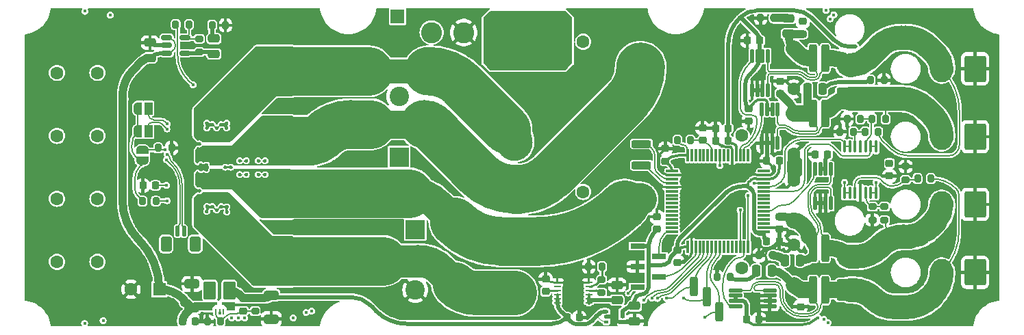
<source format=gbr>
%TF.GenerationSoftware,KiCad,Pcbnew,8.0.4*%
%TF.CreationDate,2024-08-04T16:55:57+02:00*%
%TF.ProjectId,PowerAmplifier,506f7765-7241-46d7-906c-69666965722e,rev?*%
%TF.SameCoordinates,Original*%
%TF.FileFunction,Copper,L4,Bot*%
%TF.FilePolarity,Positive*%
%FSLAX46Y46*%
G04 Gerber Fmt 4.6, Leading zero omitted, Abs format (unit mm)*
G04 Created by KiCad (PCBNEW 8.0.4) date 2024-08-04 16:55:57*
%MOMM*%
%LPD*%
G01*
G04 APERTURE LIST*
G04 Aperture macros list*
%AMRoundRect*
0 Rectangle with rounded corners*
0 $1 Rounding radius*
0 $2 $3 $4 $5 $6 $7 $8 $9 X,Y pos of 4 corners*
0 Add a 4 corners polygon primitive as box body*
4,1,4,$2,$3,$4,$5,$6,$7,$8,$9,$2,$3,0*
0 Add four circle primitives for the rounded corners*
1,1,$1+$1,$2,$3*
1,1,$1+$1,$4,$5*
1,1,$1+$1,$6,$7*
1,1,$1+$1,$8,$9*
0 Add four rect primitives between the rounded corners*
20,1,$1+$1,$2,$3,$4,$5,0*
20,1,$1+$1,$4,$5,$6,$7,0*
20,1,$1+$1,$6,$7,$8,$9,0*
20,1,$1+$1,$8,$9,$2,$3,0*%
%AMFreePoly0*
4,1,25,1.130178,0.530178,1.137500,0.512500,1.137500,0.212500,1.130178,0.194822,1.112500,0.187500,0.922856,0.187500,0.537500,-0.197856,0.537500,-0.430000,0.529317,-0.471138,0.506014,-0.506014,0.471138,-0.529317,0.430000,-0.537500,0.000000,-0.537500,-0.430000,-0.537500,-0.471138,-0.529317,-0.506014,-0.506014,-0.529317,-0.471138,-0.537500,-0.430000,-0.537500,0.430000,-0.529317,0.471138,
-0.506014,0.506014,-0.471138,0.529317,-0.430000,0.537500,1.112500,0.537500,1.130178,0.530178,1.130178,0.530178,$1*%
%AMFreePoly1*
4,1,25,0.471138,0.529317,0.506014,0.506014,0.529317,0.471138,0.537500,0.430000,0.537500,-0.430000,0.529317,-0.471138,0.506014,-0.506014,0.471138,-0.529317,0.430000,-0.537500,0.000000,-0.537500,-0.430000,-0.537500,-0.471138,-0.529317,-0.506014,-0.506014,-0.529317,-0.471138,-0.537500,-0.430000,-0.537500,-0.197856,-0.922856,0.187500,-1.112500,0.187500,-1.130178,0.194822,-1.137500,0.212500,
-1.137500,0.512500,-1.130178,0.530178,-1.112500,0.537500,0.430000,0.537500,0.471138,0.529317,0.471138,0.529317,$1*%
%AMFreePoly2*
4,1,19,0.500000,-0.750000,0.000000,-0.750000,0.000000,-0.744911,-0.071157,-0.744911,-0.207708,-0.704816,-0.327430,-0.627875,-0.420627,-0.520320,-0.479746,-0.390866,-0.500000,-0.250000,-0.500000,0.250000,-0.479746,0.390866,-0.420627,0.520320,-0.327430,0.627875,-0.207708,0.704816,-0.071157,0.744911,0.000000,0.744911,0.000000,0.750000,0.500000,0.750000,0.500000,-0.750000,0.500000,-0.750000,
$1*%
%AMFreePoly3*
4,1,19,0.000000,0.744911,0.071157,0.744911,0.207708,0.704816,0.327430,0.627875,0.420627,0.520320,0.479746,0.390866,0.500000,0.250000,0.500000,-0.250000,0.479746,-0.390866,0.420627,-0.520320,0.327430,-0.627875,0.207708,-0.704816,0.071157,-0.744911,0.000000,-0.744911,0.000000,-0.750000,-0.500000,-0.750000,-0.500000,0.750000,0.000000,0.750000,0.000000,0.744911,0.000000,0.744911,
$1*%
%AMFreePoly4*
4,1,19,0.550000,-0.750000,0.000000,-0.750000,0.000000,-0.744911,-0.071157,-0.744911,-0.207708,-0.704816,-0.327430,-0.627875,-0.420627,-0.520320,-0.479746,-0.390866,-0.500000,-0.250000,-0.500000,0.250000,-0.479746,0.390866,-0.420627,0.520320,-0.327430,0.627875,-0.207708,0.704816,-0.071157,0.744911,0.000000,0.744911,0.000000,0.750000,0.550000,0.750000,0.550000,-0.750000,0.550000,-0.750000,
$1*%
%AMFreePoly5*
4,1,19,0.000000,0.744911,0.071157,0.744911,0.207708,0.704816,0.327430,0.627875,0.420627,0.520320,0.479746,0.390866,0.500000,0.250000,0.500000,-0.250000,0.479746,-0.390866,0.420627,-0.520320,0.327430,-0.627875,0.207708,-0.704816,0.071157,-0.744911,0.000000,-0.744911,0.000000,-0.750000,-0.550000,-0.750000,-0.550000,0.750000,0.000000,0.750000,0.000000,0.744911,0.000000,0.744911,
$1*%
G04 Aperture macros list end*
%TA.AperFunction,EtchedComponent*%
%ADD10C,0.200000*%
%TD*%
%TA.AperFunction,ComponentPad*%
%ADD11RoundRect,0.250000X-1.070000X1.400000X-1.070000X-1.400000X1.070000X-1.400000X1.070000X1.400000X0*%
%TD*%
%TA.AperFunction,ComponentPad*%
%ADD12O,2.640000X3.300000*%
%TD*%
%TA.AperFunction,ComponentPad*%
%ADD13C,1.600000*%
%TD*%
%TA.AperFunction,ComponentPad*%
%ADD14R,2.400000X2.400000*%
%TD*%
%TA.AperFunction,ComponentPad*%
%ADD15C,2.400000*%
%TD*%
%TA.AperFunction,ComponentPad*%
%ADD16R,1.700000X1.700000*%
%TD*%
%TA.AperFunction,ComponentPad*%
%ADD17RoundRect,0.250000X1.400000X1.070000X-1.400000X1.070000X-1.400000X-1.070000X1.400000X-1.070000X0*%
%TD*%
%TA.AperFunction,ComponentPad*%
%ADD18O,3.300000X2.640000*%
%TD*%
%TA.AperFunction,ComponentPad*%
%ADD19C,2.600000*%
%TD*%
%TA.AperFunction,SMDPad,CuDef*%
%ADD20RoundRect,0.237500X0.987500X0.237500X-0.987500X0.237500X-0.987500X-0.237500X0.987500X-0.237500X0*%
%TD*%
%TA.AperFunction,SMDPad,CuDef*%
%ADD21RoundRect,0.125000X0.687500X0.125000X-0.687500X0.125000X-0.687500X-0.125000X0.687500X-0.125000X0*%
%TD*%
%TA.AperFunction,SMDPad,CuDef*%
%ADD22RoundRect,0.250000X0.250000X0.475000X-0.250000X0.475000X-0.250000X-0.475000X0.250000X-0.475000X0*%
%TD*%
%TA.AperFunction,SMDPad,CuDef*%
%ADD23RoundRect,0.250000X0.250000X1.450000X-0.250000X1.450000X-0.250000X-1.450000X0.250000X-1.450000X0*%
%TD*%
%TA.AperFunction,SMDPad,CuDef*%
%ADD24RoundRect,0.125000X0.125000X0.525000X-0.125000X0.525000X-0.125000X-0.525000X0.125000X-0.525000X0*%
%TD*%
%TA.AperFunction,SMDPad,CuDef*%
%ADD25RoundRect,0.350000X0.350000X0.600000X-0.350000X0.600000X-0.350000X-0.600000X0.350000X-0.600000X0*%
%TD*%
%TA.AperFunction,SMDPad,CuDef*%
%ADD26RoundRect,0.250000X-0.475000X0.250000X-0.475000X-0.250000X0.475000X-0.250000X0.475000X0.250000X0*%
%TD*%
%TA.AperFunction,SMDPad,CuDef*%
%ADD27RoundRect,0.200000X-0.275000X0.200000X-0.275000X-0.200000X0.275000X-0.200000X0.275000X0.200000X0*%
%TD*%
%TA.AperFunction,SMDPad,CuDef*%
%ADD28RoundRect,0.250000X0.475000X-0.250000X0.475000X0.250000X-0.475000X0.250000X-0.475000X-0.250000X0*%
%TD*%
%TA.AperFunction,SMDPad,CuDef*%
%ADD29RoundRect,0.200000X-0.200000X-0.275000X0.200000X-0.275000X0.200000X0.275000X-0.200000X0.275000X0*%
%TD*%
%TA.AperFunction,SMDPad,CuDef*%
%ADD30RoundRect,0.225000X-0.250000X0.225000X-0.250000X-0.225000X0.250000X-0.225000X0.250000X0.225000X0*%
%TD*%
%TA.AperFunction,SMDPad,CuDef*%
%ADD31RoundRect,0.225000X-0.225000X-0.250000X0.225000X-0.250000X0.225000X0.250000X-0.225000X0.250000X0*%
%TD*%
%TA.AperFunction,SMDPad,CuDef*%
%ADD32RoundRect,0.125000X0.125000X-0.687500X0.125000X0.687500X-0.125000X0.687500X-0.125000X-0.687500X0*%
%TD*%
%TA.AperFunction,SMDPad,CuDef*%
%ADD33RoundRect,0.100000X0.187500X0.100000X-0.187500X0.100000X-0.187500X-0.100000X0.187500X-0.100000X0*%
%TD*%
%TA.AperFunction,HeatsinkPad*%
%ADD34R,1.000000X1.600000*%
%TD*%
%TA.AperFunction,SMDPad,CuDef*%
%ADD35RoundRect,0.200000X0.200000X0.275000X-0.200000X0.275000X-0.200000X-0.275000X0.200000X-0.275000X0*%
%TD*%
%TA.AperFunction,SMDPad,CuDef*%
%ADD36RoundRect,0.062500X-0.375000X-0.062500X0.375000X-0.062500X0.375000X0.062500X-0.375000X0.062500X0*%
%TD*%
%TA.AperFunction,HeatsinkPad*%
%ADD37R,2.600000X3.000000*%
%TD*%
%TA.AperFunction,SMDPad,CuDef*%
%ADD38RoundRect,0.225000X0.250000X-0.225000X0.250000X0.225000X-0.250000X0.225000X-0.250000X-0.225000X0*%
%TD*%
%TA.AperFunction,SMDPad,CuDef*%
%ADD39RoundRect,0.200000X0.275000X-0.200000X0.275000X0.200000X-0.275000X0.200000X-0.275000X-0.200000X0*%
%TD*%
%TA.AperFunction,SMDPad,CuDef*%
%ADD40RoundRect,0.250000X-0.250000X-0.475000X0.250000X-0.475000X0.250000X0.475000X-0.250000X0.475000X0*%
%TD*%
%TA.AperFunction,SMDPad,CuDef*%
%ADD41RoundRect,0.250000X-0.650000X0.325000X-0.650000X-0.325000X0.650000X-0.325000X0.650000X0.325000X0*%
%TD*%
%TA.AperFunction,SMDPad,CuDef*%
%ADD42RoundRect,0.237500X-0.237500X0.987500X-0.237500X-0.987500X0.237500X-0.987500X0.237500X0.987500X0*%
%TD*%
%TA.AperFunction,SMDPad,CuDef*%
%ADD43R,1.800000X0.650000*%
%TD*%
%TA.AperFunction,SMDPad,CuDef*%
%ADD44RoundRect,0.250000X0.650000X-0.325000X0.650000X0.325000X-0.650000X0.325000X-0.650000X-0.325000X0*%
%TD*%
%TA.AperFunction,SMDPad,CuDef*%
%ADD45RoundRect,0.225000X0.225000X0.250000X-0.225000X0.250000X-0.225000X-0.250000X0.225000X-0.250000X0*%
%TD*%
%TA.AperFunction,SMDPad,CuDef*%
%ADD46RoundRect,0.075000X-0.075000X0.700000X-0.075000X-0.700000X0.075000X-0.700000X0.075000X0.700000X0*%
%TD*%
%TA.AperFunction,SMDPad,CuDef*%
%ADD47RoundRect,0.075000X-0.700000X0.075000X-0.700000X-0.075000X0.700000X-0.075000X0.700000X0.075000X0*%
%TD*%
%TA.AperFunction,SMDPad,CuDef*%
%ADD48FreePoly0,0.000000*%
%TD*%
%TA.AperFunction,SMDPad,CuDef*%
%ADD49RoundRect,0.150000X-0.600000X-0.950000X0.600000X-0.950000X0.600000X0.950000X-0.600000X0.950000X0*%
%TD*%
%TA.AperFunction,SMDPad,CuDef*%
%ADD50FreePoly1,0.000000*%
%TD*%
%TA.AperFunction,SMDPad,CuDef*%
%ADD51RoundRect,0.055000X-0.055000X-0.295000X0.055000X-0.295000X0.055000X0.295000X-0.055000X0.295000X0*%
%TD*%
%TA.AperFunction,ComponentPad*%
%ADD52R,1.600000X1.600000*%
%TD*%
%TA.AperFunction,SMDPad,CuDef*%
%ADD53RoundRect,0.150000X-0.512500X-0.150000X0.512500X-0.150000X0.512500X0.150000X-0.512500X0.150000X0*%
%TD*%
%TA.AperFunction,SMDPad,CuDef*%
%ADD54RoundRect,0.100000X-0.100000X0.637500X-0.100000X-0.637500X0.100000X-0.637500X0.100000X0.637500X0*%
%TD*%
%TA.AperFunction,SMDPad,CuDef*%
%ADD55FreePoly2,90.000000*%
%TD*%
%TA.AperFunction,SMDPad,CuDef*%
%ADD56FreePoly3,90.000000*%
%TD*%
%TA.AperFunction,SMDPad,CuDef*%
%ADD57FreePoly4,0.000000*%
%TD*%
%TA.AperFunction,SMDPad,CuDef*%
%ADD58R,1.000000X1.500000*%
%TD*%
%TA.AperFunction,SMDPad,CuDef*%
%ADD59FreePoly5,0.000000*%
%TD*%
%TA.AperFunction,ViaPad*%
%ADD60C,0.450000*%
%TD*%
%TA.AperFunction,ViaPad*%
%ADD61C,0.400000*%
%TD*%
%TA.AperFunction,Conductor*%
%ADD62C,0.150000*%
%TD*%
%TA.AperFunction,Conductor*%
%ADD63C,0.300000*%
%TD*%
%TA.AperFunction,Conductor*%
%ADD64C,0.500000*%
%TD*%
%TA.AperFunction,Conductor*%
%ADD65C,1.500000*%
%TD*%
%TA.AperFunction,Conductor*%
%ADD66C,1.000000*%
%TD*%
%TA.AperFunction,Conductor*%
%ADD67C,0.250000*%
%TD*%
%TA.AperFunction,Conductor*%
%ADD68C,2.000000*%
%TD*%
%TA.AperFunction,Conductor*%
%ADD69C,3.000000*%
%TD*%
%TA.AperFunction,Conductor*%
%ADD70C,4.500000*%
%TD*%
%TA.AperFunction,Conductor*%
%ADD71C,6.000000*%
%TD*%
%TA.AperFunction,Conductor*%
%ADD72C,4.000000*%
%TD*%
%TA.AperFunction,Conductor*%
%ADD73C,3.500000*%
%TD*%
%TA.AperFunction,Conductor*%
%ADD74C,5.500000*%
%TD*%
%TA.AperFunction,Conductor*%
%ADD75C,0.100000*%
%TD*%
G04 APERTURE END LIST*
D10*
%TO.C,REF\u002A\u002A*%
X157600000Y-81500000D02*
X157600000Y-87100000D01*
X156800000Y-87900000D01*
X147600000Y-87900000D01*
X146800000Y-87100000D01*
X146800000Y-81500000D01*
X147600000Y-80700000D01*
X156800000Y-80700000D01*
X157600000Y-81500000D01*
%TA.AperFunction,EtchedComponent*%
G36*
X157600000Y-81500000D02*
G01*
X157600000Y-87100000D01*
X156800000Y-87900000D01*
X147600000Y-87900000D01*
X146800000Y-87100000D01*
X146800000Y-81500000D01*
X147600000Y-80700000D01*
X156800000Y-80700000D01*
X157600000Y-81500000D01*
G37*
%TD.AperFunction*%
%TD*%
D11*
%TO.P,J4,1,Pin_1*%
%TO.N,GND*%
X207500000Y-96200000D03*
D12*
%TO.P,J4,2,Pin_2*%
%TO.N,/Controller/B_SENSE-*%
X203360000Y-96200000D03*
%TD*%
D13*
%TO.P,C16,1*%
%TO.N,GND*%
X185100000Y-98300000D03*
%TO.P,C16,2*%
%TO.N,/Controller/B_SENSE+*%
X185100000Y-93300000D03*
%TD*%
D14*
%TO.P,C15,1*%
%TO.N,PVDD*%
X136300000Y-98712755D03*
D15*
%TO.P,C15,2*%
%TO.N,GND*%
X136300000Y-91212755D03*
%TD*%
D13*
%TO.P,L3,1,1*%
%TO.N,/OUT_C*%
X166150000Y-103950000D03*
%TO.P,L3,2,2*%
%TO.N,/Controller/C_SENSE+*%
X178650000Y-112450000D03*
%TD*%
%TO.P,C27,1*%
%TO.N,/Controller/C_SENSE+*%
X185100000Y-106600000D03*
%TO.P,C27,2*%
%TO.N,GND*%
X185100000Y-101600000D03*
%TD*%
%TO.P,C32,1*%
%TO.N,GND*%
X185100000Y-109600000D03*
%TO.P,C32,2*%
%TO.N,/Controller/D_SENSE+*%
X185100000Y-114600000D03*
%TD*%
D14*
%TO.P,C23,1*%
%TO.N,PVDD*%
X138300000Y-107687246D03*
D15*
%TO.P,C23,2*%
%TO.N,GND*%
X138300000Y-115187246D03*
%TD*%
D13*
%TO.P,L4,1,1*%
%TO.N,/OUT_D*%
X150550000Y-115550000D03*
%TO.P,L4,2,2*%
%TO.N,/Controller/D_SENSE+*%
X159050000Y-103050000D03*
%TD*%
%TO.P,C11,1*%
%TO.N,/Controller/A_SENSE+*%
X185100000Y-85300000D03*
%TO.P,C11,2*%
%TO.N,GND*%
X185100000Y-90300000D03*
%TD*%
D11*
%TO.P,J1,1,Pin_1*%
%TO.N,GND*%
X207500000Y-87800000D03*
D12*
%TO.P,J1,2,Pin_2*%
%TO.N,/Controller/A_SENSE-*%
X203360000Y-87800000D03*
%TD*%
D16*
%TO.P,J13,1,Pin_1*%
%TO.N,Net-(J13-Pin_1)*%
X136100000Y-81350000D03*
%TD*%
D17*
%TO.P,J7,1,Pin_1*%
%TO.N,/Controller/D_SENSE-*%
X192000000Y-115200000D03*
D18*
%TO.P,J7,2,Pin_2*%
%TO.N,/Controller/C_SENSE-*%
X192000000Y-111060000D03*
%TD*%
D13*
%TO.P,L1,1,1*%
%TO.N,/OUT_A*%
X150550000Y-96950000D03*
%TO.P,L1,2,2*%
%TO.N,/Controller/A_SENSE+*%
X159050000Y-84450000D03*
%TD*%
%TO.P,L2,1,1*%
%TO.N,/OUT_B*%
X166150000Y-87550000D03*
%TO.P,L2,2,2*%
%TO.N,/Controller/B_SENSE+*%
X178650000Y-96050000D03*
%TD*%
D11*
%TO.P,J5,1,Pin_1*%
%TO.N,GND*%
X207500000Y-104600000D03*
D12*
%TO.P,J5,2,Pin_2*%
%TO.N,/Controller/C_SENSE-*%
X203360000Y-104600000D03*
%TD*%
D19*
%TO.P,J9,1,Pin_1*%
%TO.N,PVDD*%
X140318800Y-83300000D03*
%TO.P,J9,2,Pin_2*%
%TO.N,GND*%
X144281200Y-83300000D03*
%TD*%
D11*
%TO.P,J8,1,Pin_1*%
%TO.N,GND*%
X207500000Y-113000000D03*
D12*
%TO.P,J8,2,Pin_2*%
%TO.N,/Controller/D_SENSE-*%
X203360000Y-113000000D03*
%TD*%
D17*
%TO.P,J3,1,Pin_1*%
%TO.N,/Controller/B_SENSE-*%
X192000000Y-91500000D03*
D18*
%TO.P,J3,2,Pin_2*%
%TO.N,/Controller/A_SENSE-*%
X192000000Y-87360000D03*
%TD*%
D20*
%TO.P,TP6,1,1*%
%TO.N,/Controller/UART_TX*%
X166250000Y-97100000D03*
%TD*%
D21*
%TO.P,U7,1,-*%
%TO.N,/Controller/D_SENSE-*%
X182112500Y-115225000D03*
%TO.P,U7,2,GND*%
%TO.N,GND*%
X182112500Y-115875000D03*
%TO.P,U7,3,REF2*%
X182112500Y-116525000D03*
%TO.P,U7,4,GND*%
X182112500Y-117175000D03*
%TO.P,U7,5*%
%TO.N,Net-(U8-PB13)*%
X177887500Y-117175000D03*
%TO.P,U7,6,V+*%
%TO.N,+3.3VA*%
X177887500Y-116525000D03*
%TO.P,U7,7,REF1*%
X177887500Y-115875000D03*
%TO.P,U7,8,+*%
%TO.N,/Controller/D_SENSE+*%
X177887500Y-115225000D03*
%TD*%
D22*
%TO.P,C35,1*%
%TO.N,/Controller/D_SENSE+*%
X182350000Y-112800000D03*
%TO.P,C35,2*%
%TO.N,Net-(C35-Pad2)*%
X180450000Y-112800000D03*
%TD*%
D23*
%TO.P,R20,1*%
%TO.N,/Controller/D_SENSE-*%
X188950000Y-115200000D03*
%TO.P,R20,2*%
%TO.N,/Controller/D_SENSE+*%
X187450000Y-115200000D03*
%TD*%
D24*
%TO.P,J11,1,Pin_1*%
%TO.N,/OSC_IOP*%
X108900000Y-107900000D03*
%TO.P,J11,2,Pin_2*%
%TO.N,/OSC_IOM*%
X109700000Y-107900000D03*
D25*
%TO.P,J11,M*%
%TO.N,N/C*%
X111100000Y-109500000D03*
X107500000Y-109500000D03*
%TD*%
D26*
%TO.P,C58,1*%
%TO.N,+3.3V*%
X165400000Y-117150000D03*
%TO.P,C58,2*%
%TO.N,GND*%
X165400000Y-119050000D03*
%TD*%
D27*
%TO.P,R36,1*%
%TO.N,GND*%
X198900000Y-99875000D03*
%TO.P,R36,2*%
%TO.N,Net-(U3D-+)*%
X198900000Y-101525000D03*
%TD*%
D28*
%TO.P,C64,1*%
%TO.N,+3.3VA*%
X163235000Y-116460000D03*
%TO.P,C64,2*%
%TO.N,GND*%
X163235000Y-114560000D03*
%TD*%
D29*
%TO.P,R26,1*%
%TO.N,/DVDD*%
X104575000Y-104200000D03*
%TO.P,R26,2*%
%TO.N,/~{RESET}*%
X106225000Y-104200000D03*
%TD*%
D30*
%TO.P,C59,1*%
%TO.N,Net-(U10-VOUT)*%
X117000000Y-116225000D03*
%TO.P,C59,2*%
%TO.N,Net-(U10-FB)*%
X117000000Y-117775000D03*
%TD*%
D31*
%TO.P,C53,1*%
%TO.N,+3.3V*%
X181725000Y-109200000D03*
%TO.P,C53,2*%
%TO.N,GND*%
X183275000Y-109200000D03*
%TD*%
D13*
%TO.P,C14,1*%
%TO.N,Net-(C1-Pad2)*%
X94000000Y-96100000D03*
%TO.P,C14,2*%
%TO.N,Net-(U1-INPUT_B)*%
X99000000Y-96100000D03*
%TD*%
D32*
%TO.P,U4,1,-*%
%TO.N,/Controller/A_SENSE-*%
X181875000Y-90412500D03*
%TO.P,U4,2,GND*%
%TO.N,GND*%
X181225000Y-90412500D03*
%TO.P,U4,3,REF2*%
X180575000Y-90412500D03*
%TO.P,U4,4,GND*%
X179925000Y-90412500D03*
%TO.P,U4,5*%
%TO.N,Net-(U8-PA0)*%
X179925000Y-86187500D03*
%TO.P,U4,6,V+*%
%TO.N,+3.3VA*%
X180575000Y-86187500D03*
%TO.P,U4,7,REF1*%
X181225000Y-86187500D03*
%TO.P,U4,8,+*%
%TO.N,/Controller/A_SENSE+*%
X181875000Y-86187500D03*
%TD*%
D13*
%TO.P,C13,1*%
%TO.N,Net-(C13-Pad1)*%
X94000000Y-88300000D03*
%TO.P,C13,2*%
%TO.N,Net-(U1-INPUT_A)*%
X99000000Y-88300000D03*
%TD*%
D23*
%TO.P,R14,1*%
%TO.N,/Controller/C_SENSE-*%
X188950000Y-110000000D03*
%TO.P,R14,2*%
%TO.N,/Controller/C_SENSE+*%
X187450000Y-110000000D03*
%TD*%
D29*
%TO.P,R30,1*%
%TO.N,GND*%
X190775000Y-95600000D03*
%TO.P,R30,2*%
%TO.N,Net-(U3A-+)*%
X192425000Y-95600000D03*
%TD*%
D31*
%TO.P,C61,1*%
%TO.N,+12V*%
X109525000Y-119100000D03*
%TO.P,C61,2*%
%TO.N,GND*%
X111075000Y-119100000D03*
%TD*%
D20*
%TO.P,TP5,1,1*%
%TO.N,/Controller/UART_RX*%
X166250000Y-99750000D03*
%TD*%
D33*
%TO.P,U9,1,OUT*%
%TO.N,+3.3V*%
X163887500Y-117850000D03*
%TO.P,U9,2,SNS*%
X163887500Y-118500000D03*
%TO.P,U9,3,GND*%
%TO.N,GND*%
X163887500Y-119150000D03*
%TO.P,U9,4,EN*%
%TO.N,Net-(U10-VOUT)*%
X161912500Y-119150000D03*
%TO.P,U9,5,GND*%
%TO.N,GND*%
X161912500Y-118500000D03*
%TO.P,U9,6,IN*%
%TO.N,Net-(U10-VOUT)*%
X161912500Y-117850000D03*
D34*
%TO.P,U9,7,PAD*%
%TO.N,GND*%
X162900000Y-118500000D03*
%TD*%
D35*
%TO.P,R17,1*%
%TO.N,Net-(C26-Pad1)*%
X182425000Y-110900000D03*
%TO.P,R17,2*%
%TO.N,GND*%
X180775000Y-110900000D03*
%TD*%
D36*
%TO.P,U11,1,IN*%
%TO.N,Net-(U10-VOUT)*%
X155862500Y-116750000D03*
%TO.P,U11,2,IN*%
X155862500Y-116250000D03*
%TO.P,U11,3,IN(CP)*%
X155862500Y-115750000D03*
%TO.P,U11,4,CP*%
%TO.N,Net-(U11-CP)*%
X155862500Y-115250000D03*
%TO.P,U11,5,EN*%
%TO.N,unconnected-(U11-EN-Pad5)*%
X155862500Y-114750000D03*
%TO.P,U11,6,GND(CP)*%
%TO.N,GND*%
X155862500Y-114250000D03*
%TO.P,U11,7,GND*%
X159737500Y-114250000D03*
%TO.P,U11,8,FB*%
%TO.N,Net-(U11-FB)*%
X159737500Y-114750000D03*
%TO.P,U11,9,SET*%
%TO.N,Net-(U11-SET)*%
X159737500Y-115250000D03*
%TO.P,U11,10,OUT(FB)*%
%TO.N,+3.3VA*%
X159737500Y-115750000D03*
%TO.P,U11,11,OUT*%
X159737500Y-116250000D03*
%TO.P,U11,12,OUT*%
X159737500Y-116750000D03*
D37*
%TO.P,U11,13,EP*%
%TO.N,GND*%
X157800000Y-115500000D03*
%TD*%
D38*
%TO.P,C57,1*%
%TO.N,Net-(J15-Pin_5)*%
X173800000Y-96675000D03*
%TO.P,C57,2*%
%TO.N,GND*%
X173800000Y-95125000D03*
%TD*%
D39*
%TO.P,R34,1*%
%TO.N,GND*%
X194800000Y-106525000D03*
%TO.P,R34,2*%
%TO.N,Net-(U3C-+)*%
X194800000Y-104875000D03*
%TD*%
D28*
%TO.P,C44,1*%
%TO.N,Net-(M1-+)*%
X113400000Y-85950000D03*
%TO.P,C44,2*%
%TO.N,Net-(C44-Pad2)*%
X113400000Y-84050000D03*
%TD*%
D40*
%TO.P,C19,1*%
%TO.N,/Controller/B_SENSE+*%
X186750000Y-90300000D03*
%TO.P,C19,2*%
%TO.N,Net-(C19-Pad2)*%
X188650000Y-90300000D03*
%TD*%
%TO.P,C26,1*%
%TO.N,Net-(C26-Pad1)*%
X183950000Y-111500000D03*
%TO.P,C26,2*%
%TO.N,/Controller/C_SENSE+*%
X185850000Y-111500000D03*
%TD*%
D41*
%TO.P,C62,1*%
%TO.N,Net-(U10-VOUT)*%
X120500000Y-115825000D03*
%TO.P,C62,2*%
%TO.N,GND*%
X120500000Y-118775000D03*
%TD*%
D42*
%TO.P,TP9,1,1*%
%TO.N,/Controller/I2C_SCL*%
X174300000Y-116050000D03*
%TD*%
D29*
%TO.P,R37,1*%
%TO.N,+3.3V*%
X170675000Y-96650000D03*
%TO.P,R37,2*%
%TO.N,Net-(J15-Pin_5)*%
X172325000Y-96650000D03*
%TD*%
D42*
%TO.P,TP7,1,1*%
%TO.N,/Controller/I2C_~{INT}*%
X172750000Y-114750000D03*
%TD*%
D43*
%TO.P,J15,1,Pin_1*%
%TO.N,+3.3V*%
X165750000Y-109760000D03*
%TO.P,J15,2,Pin_2*%
%TO.N,/Controller/SWCLK*%
X168450000Y-111030000D03*
%TO.P,J15,3,Pin_3*%
%TO.N,GND*%
X165750000Y-112300000D03*
%TO.P,J15,4,Pin_4*%
%TO.N,/Controller/SWDIO*%
X168450000Y-113570000D03*
%TO.P,J15,5,Pin_5*%
%TO.N,Net-(J15-Pin_5)*%
X165750000Y-114840000D03*
%TD*%
D20*
%TO.P,TP3,1,1*%
%TO.N,/OUT_C*%
X123900000Y-105350000D03*
%TD*%
D13*
%TO.P,C29,1*%
%TO.N,Net-(C29-Pad1)*%
X94000000Y-103900000D03*
%TO.P,C29,2*%
%TO.N,Net-(U1-INPUT_C)*%
X99000000Y-103900000D03*
%TD*%
D44*
%TO.P,C60,1*%
%TO.N,+12V*%
X110700000Y-117375000D03*
%TO.P,C60,2*%
%TO.N,GND*%
X110700000Y-114425000D03*
%TD*%
D45*
%TO.P,C55,1*%
%TO.N,+3.3VA*%
X176975000Y-95200000D03*
%TO.P,C55,2*%
%TO.N,GND*%
X175425000Y-95200000D03*
%TD*%
D29*
%TO.P,R28,1*%
%TO.N,Net-(C44-Pad2)*%
X113175000Y-82400000D03*
%TO.P,R28,2*%
%TO.N,GND*%
X114825000Y-82400000D03*
%TD*%
D35*
%TO.P,R45,1*%
%TO.N,Net-(U11-FB)*%
X161360000Y-112310000D03*
%TO.P,R45,2*%
%TO.N,GND*%
X159710000Y-112310000D03*
%TD*%
D46*
%TO.P,U8,1,VBAT*%
%TO.N,+3.3V*%
X171950000Y-98525000D03*
%TO.P,U8,2,PC13*%
%TO.N,unconnected-(U8-PC13-Pad2)*%
X172450000Y-98525000D03*
%TO.P,U8,3,PC14*%
%TO.N,unconnected-(U8-PC14-Pad3)*%
X172950000Y-98525000D03*
%TO.P,U8,4,PC15*%
%TO.N,unconnected-(U8-PC15-Pad4)*%
X173450000Y-98525000D03*
%TO.P,U8,5,PF0*%
%TO.N,unconnected-(U8-PF0-Pad5)*%
X173950000Y-98525000D03*
%TO.P,U8,6,PF1*%
%TO.N,unconnected-(U8-PF1-Pad6)*%
X174450000Y-98525000D03*
%TO.P,U8,7,NRST*%
%TO.N,Net-(J15-Pin_5)*%
X174950000Y-98525000D03*
%TO.P,U8,8,PC0*%
%TO.N,unconnected-(U8-PC0-Pad8)*%
X175450000Y-98525000D03*
%TO.P,U8,9,PC1*%
%TO.N,Net-(U8-PC1)*%
X175950000Y-98525000D03*
%TO.P,U8,10,PC2*%
%TO.N,unconnected-(U8-PC2-Pad10)*%
X176450000Y-98525000D03*
%TO.P,U8,11,PC3*%
%TO.N,unconnected-(U8-PC3-Pad11)*%
X176950000Y-98525000D03*
%TO.P,U8,12,VSSA*%
%TO.N,GND*%
X177450000Y-98525000D03*
%TO.P,U8,13,VDDA*%
%TO.N,+3.3VA*%
X177950000Y-98525000D03*
%TO.P,U8,14,PA0*%
%TO.N,Net-(U8-PA0)*%
X178450000Y-98525000D03*
%TO.P,U8,15,PA1*%
%TO.N,Net-(U8-PA1)*%
X178950000Y-98525000D03*
%TO.P,U8,16,PA2*%
%TO.N,unconnected-(U8-PA2-Pad16)*%
X179450000Y-98525000D03*
D47*
%TO.P,U8,17,PA3*%
%TO.N,unconnected-(U8-PA3-Pad17)*%
X181375000Y-100450000D03*
%TO.P,U8,18,VSS*%
%TO.N,GND*%
X181375000Y-100950000D03*
%TO.P,U8,19,VDD*%
%TO.N,+3.3V*%
X181375000Y-101450000D03*
%TO.P,U8,20,PA4*%
%TO.N,Net-(J13-Pin_1)*%
X181375000Y-101950000D03*
%TO.P,U8,21,PA5*%
%TO.N,Net-(U3A--)*%
X181375000Y-102450000D03*
%TO.P,U8,22,PA6*%
%TO.N,Net-(U3B--)*%
X181375000Y-102950000D03*
%TO.P,U8,23,PA7*%
%TO.N,unconnected-(U8-PA7-Pad23)*%
X181375000Y-103450000D03*
%TO.P,U8,24,PC4*%
%TO.N,unconnected-(U8-PC4-Pad24)*%
X181375000Y-103950000D03*
%TO.P,U8,25,PC5*%
%TO.N,unconnected-(U8-PC5-Pad25)*%
X181375000Y-104450000D03*
%TO.P,U8,26,PB0*%
%TO.N,unconnected-(U8-PB0-Pad26)*%
X181375000Y-104950000D03*
%TO.P,U8,27,PB1*%
%TO.N,Net-(U8-PB1)*%
X181375000Y-105450000D03*
%TO.P,U8,28,PB2*%
%TO.N,unconnected-(U8-PB2-Pad28)*%
X181375000Y-105950000D03*
%TO.P,U8,29,PB10*%
%TO.N,unconnected-(U8-PB10-Pad29)*%
X181375000Y-106450000D03*
%TO.P,U8,30,PB11*%
%TO.N,unconnected-(U8-PB11-Pad30)*%
X181375000Y-106950000D03*
%TO.P,U8,31,VSS*%
%TO.N,GND*%
X181375000Y-107450000D03*
%TO.P,U8,32,VDD*%
%TO.N,+3.3V*%
X181375000Y-107950000D03*
D46*
%TO.P,U8,33,PB12*%
%TO.N,Net-(U3C--)*%
X179450000Y-109875000D03*
%TO.P,U8,34,PB13*%
%TO.N,Net-(U8-PB13)*%
X178950000Y-109875000D03*
%TO.P,U8,35,PB14*%
%TO.N,Net-(U3D--)*%
X178450000Y-109875000D03*
%TO.P,U8,36,PB15*%
%TO.N,unconnected-(U8-PB15-Pad36)*%
X177950000Y-109875000D03*
%TO.P,U8,37,PC6*%
%TO.N,unconnected-(U8-PC6-Pad37)*%
X177450000Y-109875000D03*
%TO.P,U8,38,PC7*%
%TO.N,unconnected-(U8-PC7-Pad38)*%
X176950000Y-109875000D03*
%TO.P,U8,39,PC8*%
%TO.N,unconnected-(U8-PC8-Pad39)*%
X176450000Y-109875000D03*
%TO.P,U8,40,PC9*%
%TO.N,/Controller/I2C_SDA*%
X175950000Y-109875000D03*
%TO.P,U8,41,PA8*%
%TO.N,/Controller/I2C_SCL*%
X175450000Y-109875000D03*
%TO.P,U8,42,PA9*%
%TO.N,/Controller/I2C_~{INT}*%
X174950000Y-109875000D03*
%TO.P,U8,43,PA10*%
%TO.N,/~{RESET}*%
X174450000Y-109875000D03*
%TO.P,U8,44,PA11*%
%TO.N,/~{FAULT}*%
X173950000Y-109875000D03*
%TO.P,U8,45,PA12*%
%TO.N,/~{CLIP_OTW}*%
X173450000Y-109875000D03*
%TO.P,U8,46,PA13*%
%TO.N,/Controller/SWDIO*%
X172950000Y-109875000D03*
%TO.P,U8,47,VSS*%
%TO.N,GND*%
X172450000Y-109875000D03*
%TO.P,U8,48,VDD*%
%TO.N,+3.3V*%
X171950000Y-109875000D03*
D47*
%TO.P,U8,49,PA14*%
%TO.N,/Controller/SWCLK*%
X170025000Y-107950000D03*
%TO.P,U8,50,PA15*%
%TO.N,unconnected-(U8-PA15-Pad50)*%
X170025000Y-107450000D03*
%TO.P,U8,51,PC10*%
%TO.N,unconnected-(U8-PC10-Pad51)*%
X170025000Y-106950000D03*
%TO.P,U8,52,PC11*%
%TO.N,unconnected-(U8-PC11-Pad52)*%
X170025000Y-106450000D03*
%TO.P,U8,53,PC12*%
%TO.N,unconnected-(U8-PC12-Pad53)*%
X170025000Y-105950000D03*
%TO.P,U8,54,PD2*%
%TO.N,unconnected-(U8-PD2-Pad54)*%
X170025000Y-105450000D03*
%TO.P,U8,55,PB3*%
%TO.N,unconnected-(U8-PB3-Pad55)*%
X170025000Y-104950000D03*
%TO.P,U8,56,PB4*%
%TO.N,unconnected-(U8-PB4-Pad56)*%
X170025000Y-104450000D03*
%TO.P,U8,57,PB5*%
%TO.N,unconnected-(U8-PB5-Pad57)*%
X170025000Y-103950000D03*
%TO.P,U8,58,PB6*%
%TO.N,unconnected-(U8-PB6-Pad58)*%
X170025000Y-103450000D03*
%TO.P,U8,59,PB7*%
%TO.N,unconnected-(U8-PB7-Pad59)*%
X170025000Y-102950000D03*
%TO.P,U8,60,BOOT0*%
%TO.N,GND*%
X170025000Y-102450000D03*
%TO.P,U8,61,PB8*%
%TO.N,/Controller/UART_RX*%
X170025000Y-101950000D03*
%TO.P,U8,62,PB9*%
%TO.N,/Controller/UART_TX*%
X170025000Y-101450000D03*
%TO.P,U8,63,VSS*%
%TO.N,GND*%
X170025000Y-100950000D03*
%TO.P,U8,64,VDD*%
%TO.N,+3.3V*%
X170025000Y-100450000D03*
%TD*%
D35*
%TO.P,R43,1*%
%TO.N,Net-(U10-FB)*%
X114225000Y-119100000D03*
%TO.P,R43,2*%
%TO.N,GND*%
X112575000Y-119100000D03*
%TD*%
%TO.P,R29,1*%
%TO.N,/Controller/A_SENSE-*%
X195525000Y-95600000D03*
%TO.P,R29,2*%
%TO.N,Net-(U3A-+)*%
X193875000Y-95600000D03*
%TD*%
D28*
%TO.P,C43,1*%
%TO.N,+12V*%
X105500000Y-86450000D03*
%TO.P,C43,2*%
%TO.N,GND*%
X105500000Y-84550000D03*
%TD*%
D48*
%TO.P,U10,1,VIN*%
%TO.N,+12V*%
X112687500Y-117212500D03*
D49*
%TO.P,U10,2,SW*%
%TO.N,unconnected-(U10-SW-Pad2)*%
X112900000Y-115225000D03*
%TO.P,U10,3,VOUT*%
%TO.N,Net-(U10-VOUT)*%
X115300000Y-115225000D03*
D50*
%TO.P,U10,4,PGND*%
%TO.N,GND*%
X115512500Y-117212500D03*
D51*
%TO.P,U10,5,PG*%
%TO.N,unconnected-(U10-PG-Pad5)*%
X114600000Y-117850000D03*
%TO.P,U10,6,EN*%
%TO.N,Net-(U10-EN)*%
X114100000Y-117850000D03*
%TO.P,U10,7,FB*%
%TO.N,Net-(U10-FB)*%
X113600000Y-117850000D03*
%TD*%
D45*
%TO.P,C56,1*%
%TO.N,+3.3VA*%
X176975000Y-96700000D03*
%TO.P,C56,2*%
%TO.N,GND*%
X175425000Y-96700000D03*
%TD*%
D27*
%TO.P,R44,1*%
%TO.N,Net-(U11-FB)*%
X161335000Y-113885000D03*
%TO.P,R44,2*%
%TO.N,Net-(U11-SET)*%
X161335000Y-115535000D03*
%TD*%
D38*
%TO.P,C65,1*%
%TO.N,Net-(U11-CP)*%
X154400000Y-115385000D03*
%TO.P,C65,2*%
%TO.N,GND*%
X154400000Y-113835000D03*
%TD*%
D52*
%TO.P,C5,1*%
%TO.N,+12V*%
X106652651Y-115100000D03*
D13*
%TO.P,C5,2*%
%TO.N,GND*%
X103152651Y-115100000D03*
%TD*%
D45*
%TO.P,C52,1*%
%TO.N,+3.3V*%
X183275000Y-99200000D03*
%TO.P,C52,2*%
%TO.N,GND*%
X181725000Y-99200000D03*
%TD*%
D53*
%TO.P,U2,1,IN*%
%TO.N,+12V*%
X107562500Y-85850000D03*
%TO.P,U2,2,GND*%
%TO.N,GND*%
X107562500Y-84900000D03*
%TO.P,U2,3,EN*%
%TO.N,+12V*%
X107562500Y-83950000D03*
%TO.P,U2,4,ADJ*%
%TO.N,Net-(U2-ADJ)*%
X109837500Y-83950000D03*
%TO.P,U2,5,OUT*%
%TO.N,Net-(M1-+)*%
X109837500Y-85850000D03*
%TD*%
D38*
%TO.P,C47,1*%
%TO.N,GND*%
X179500000Y-94275000D03*
%TO.P,C47,2*%
%TO.N,+3.3VA*%
X179500000Y-92725000D03*
%TD*%
D23*
%TO.P,R13,1*%
%TO.N,/Controller/B_SENSE-*%
X188950000Y-93300000D03*
%TO.P,R13,2*%
%TO.N,/Controller/B_SENSE+*%
X187450000Y-93300000D03*
%TD*%
D54*
%TO.P,U3,1*%
%TO.N,Net-(U3A--)*%
X191350000Y-97437500D03*
%TO.P,U3,2,-*%
X192000000Y-97437500D03*
%TO.P,U3,3,+*%
%TO.N,Net-(U3A-+)*%
X192650000Y-97437500D03*
%TO.P,U3,4,V+*%
%TO.N,+3.3VA*%
X193300000Y-97437500D03*
%TO.P,U3,5,+*%
%TO.N,Net-(U3B-+)*%
X193950000Y-97437500D03*
%TO.P,U3,6,-*%
%TO.N,Net-(U3B--)*%
X194600000Y-97437500D03*
%TO.P,U3,7*%
X195250000Y-97437500D03*
%TO.P,U3,8*%
%TO.N,Net-(U3C--)*%
X195250000Y-103162500D03*
%TO.P,U3,9,-*%
X194600000Y-103162500D03*
%TO.P,U3,10,+*%
%TO.N,Net-(U3C-+)*%
X193950000Y-103162500D03*
%TO.P,U3,11,V-*%
%TO.N,GND*%
X193300000Y-103162500D03*
%TO.P,U3,12,+*%
%TO.N,Net-(U3D-+)*%
X192650000Y-103162500D03*
%TO.P,U3,13,-*%
%TO.N,Net-(U3D--)*%
X192000000Y-103162500D03*
%TO.P,U3,14*%
X191350000Y-103162500D03*
%TD*%
D39*
%TO.P,R25,1*%
%TO.N,Net-(M1-+)*%
X111600000Y-85725000D03*
%TO.P,R25,2*%
%TO.N,Net-(U2-ADJ)*%
X111600000Y-84075000D03*
%TD*%
D31*
%TO.P,C48,1*%
%TO.N,GND*%
X187725000Y-98400000D03*
%TO.P,C48,2*%
%TO.N,+3.3VA*%
X189275000Y-98400000D03*
%TD*%
D29*
%TO.P,R10,1*%
%TO.N,Net-(C19-Pad2)*%
X194575000Y-89200000D03*
%TO.P,R10,2*%
%TO.N,GND*%
X196225000Y-89200000D03*
%TD*%
D35*
%TO.P,R35,1*%
%TO.N,/Controller/D_SENSE-*%
X202025000Y-101400000D03*
%TO.P,R35,2*%
%TO.N,Net-(U3D-+)*%
X200375000Y-101400000D03*
%TD*%
D30*
%TO.P,C28,1*%
%TO.N,/Controller/C_SENSE+*%
X183300000Y-106125000D03*
%TO.P,C28,2*%
%TO.N,GND*%
X183300000Y-107675000D03*
%TD*%
D55*
%TO.P,JP1,1,A*%
%TO.N,/DVDD*%
X104550000Y-99150000D03*
D56*
%TO.P,JP1,2,B*%
%TO.N,Net-(JP1-B)*%
X104550000Y-97850000D03*
%TD*%
D32*
%TO.P,U6,1,-*%
%TO.N,/Controller/C_SENSE-*%
X189675000Y-104452500D03*
%TO.P,U6,2,GND*%
%TO.N,GND*%
X189025000Y-104452500D03*
%TO.P,U6,3,REF2*%
X188375000Y-104452500D03*
%TO.P,U6,4,GND*%
X187725000Y-104452500D03*
%TO.P,U6,5*%
%TO.N,Net-(U8-PB1)*%
X187725000Y-100227500D03*
%TO.P,U6,6,V+*%
%TO.N,+3.3VA*%
X188375000Y-100227500D03*
%TO.P,U6,7,REF1*%
X189025000Y-100227500D03*
%TO.P,U6,8,+*%
%TO.N,/Controller/C_SENSE+*%
X189675000Y-100227500D03*
%TD*%
D45*
%TO.P,C49,1*%
%TO.N,GND*%
X180775000Y-118800000D03*
%TO.P,C49,2*%
%TO.N,+3.3VA*%
X179225000Y-118800000D03*
%TD*%
D30*
%TO.P,C54,1*%
%TO.N,+3.3V*%
X170700000Y-110225000D03*
%TO.P,C54,2*%
%TO.N,GND*%
X170700000Y-111775000D03*
%TD*%
D38*
%TO.P,C12,1*%
%TO.N,/Controller/A_SENSE+*%
X186200000Y-83475000D03*
%TO.P,C12,2*%
%TO.N,GND*%
X186200000Y-81925000D03*
%TD*%
D27*
%TO.P,R41,1*%
%TO.N,Net-(U10-VOUT)*%
X118500000Y-116175000D03*
%TO.P,R41,2*%
%TO.N,Net-(U10-FB)*%
X118500000Y-117825000D03*
%TD*%
D29*
%TO.P,R32,1*%
%TO.N,GND*%
X191675000Y-94000000D03*
%TO.P,R32,2*%
%TO.N,Net-(U3B-+)*%
X193325000Y-94000000D03*
%TD*%
D35*
%TO.P,R27,1*%
%TO.N,Net-(U2-ADJ)*%
X110325000Y-82300000D03*
%TO.P,R27,2*%
%TO.N,Net-(R27-Pad2)*%
X108675000Y-82300000D03*
%TD*%
D29*
%TO.P,R12,1*%
%TO.N,Net-(JP1-B)*%
X106525000Y-97600000D03*
%TO.P,R12,2*%
%TO.N,GND*%
X108175000Y-97600000D03*
%TD*%
D31*
%TO.P,C63,1*%
%TO.N,Net-(U10-VOUT)*%
X157025000Y-118600000D03*
%TO.P,C63,2*%
%TO.N,GND*%
X158575000Y-118600000D03*
%TD*%
D32*
%TO.P,U5,1,-*%
%TO.N,/Controller/B_SENSE-*%
X183075000Y-97012500D03*
%TO.P,U5,2,GND*%
%TO.N,GND*%
X182425000Y-97012500D03*
%TO.P,U5,3,REF2*%
X181775000Y-97012500D03*
%TO.P,U5,4,GND*%
X181125000Y-97012500D03*
%TO.P,U5,5*%
%TO.N,Net-(U8-PA1)*%
X181125000Y-92787500D03*
%TO.P,U5,6,V+*%
%TO.N,+3.3VA*%
X181775000Y-92787500D03*
%TO.P,U5,7,REF1*%
X182425000Y-92787500D03*
%TO.P,U5,8,+*%
%TO.N,/Controller/B_SENSE+*%
X183075000Y-92787500D03*
%TD*%
D26*
%TO.P,C10,1*%
%TO.N,Net-(C10-Pad1)*%
X184400000Y-81550000D03*
%TO.P,C10,2*%
%TO.N,/Controller/A_SENSE+*%
X184400000Y-83450000D03*
%TD*%
D31*
%TO.P,C46,1*%
%TO.N,GND*%
X179325000Y-84300000D03*
%TO.P,C46,2*%
%TO.N,+3.3VA*%
X180875000Y-84300000D03*
%TD*%
D35*
%TO.P,R31,1*%
%TO.N,/Controller/B_SENSE-*%
X196425000Y-94000000D03*
%TO.P,R31,2*%
%TO.N,Net-(U3B-+)*%
X194775000Y-94000000D03*
%TD*%
%TO.P,R8,1*%
%TO.N,Net-(C10-Pad1)*%
X182625000Y-81500000D03*
%TO.P,R8,2*%
%TO.N,GND*%
X180975000Y-81500000D03*
%TD*%
D57*
%TO.P,JP3,1,A*%
%TO.N,/DVDD*%
X104000000Y-95542500D03*
D58*
%TO.P,JP3,2,C*%
%TO.N,/M2*%
X105300000Y-95542500D03*
D59*
%TO.P,JP3,3,B*%
%TO.N,GND*%
X106600000Y-95542500D03*
%TD*%
D23*
%TO.P,R6,1*%
%TO.N,/Controller/A_SENSE-*%
X188950000Y-86500000D03*
%TO.P,R6,2*%
%TO.N,/Controller/A_SENSE+*%
X187450000Y-86500000D03*
%TD*%
D20*
%TO.P,TP2,1,1*%
%TO.N,/OUT_B*%
X124250000Y-94500000D03*
%TD*%
D57*
%TO.P,JP2,1,A*%
%TO.N,/DVDD*%
X104000000Y-92700000D03*
D58*
%TO.P,JP2,2,C*%
%TO.N,/M1*%
X105300000Y-92700000D03*
D59*
%TO.P,JP2,3,B*%
%TO.N,GND*%
X106600000Y-92700000D03*
%TD*%
D30*
%TO.P,C45,1*%
%TO.N,+3.3VA*%
X196900000Y-99525000D03*
%TO.P,C45,2*%
%TO.N,GND*%
X196900000Y-101075000D03*
%TD*%
%TO.P,C17,1*%
%TO.N,GND*%
X183400000Y-89325000D03*
%TO.P,C17,2*%
%TO.N,/Controller/B_SENSE+*%
X183400000Y-90875000D03*
%TD*%
D38*
%TO.P,C51,1*%
%TO.N,+3.3V*%
X169200000Y-99225000D03*
%TO.P,C51,2*%
%TO.N,GND*%
X169200000Y-97675000D03*
%TD*%
D35*
%TO.P,R18,1*%
%TO.N,Net-(C35-Pad2)*%
X177225000Y-113600000D03*
%TO.P,R18,2*%
%TO.N,GND*%
X175575000Y-113600000D03*
%TD*%
D13*
%TO.P,C31,1*%
%TO.N,Net-(C31-Pad1)*%
X94000000Y-111700000D03*
%TO.P,C31,2*%
%TO.N,Net-(U1-INPUT_D)*%
X99000000Y-111700000D03*
%TD*%
D39*
%TO.P,R33,1*%
%TO.N,/Controller/C_SENSE-*%
X196300000Y-106525000D03*
%TO.P,R33,2*%
%TO.N,Net-(U3C-+)*%
X196300000Y-104875000D03*
%TD*%
D20*
%TO.P,TP4,1,1*%
%TO.N,/OUT_D*%
X120600000Y-111500000D03*
%TD*%
D31*
%TO.P,C24,1*%
%TO.N,GND*%
X104625000Y-102250000D03*
%TO.P,C24,2*%
%TO.N,Net-(U1-C_START)*%
X106175000Y-102250000D03*
%TD*%
D20*
%TO.P,TP1,1,1*%
%TO.N,/OUT_A*%
X121650000Y-86050000D03*
%TD*%
D42*
%TO.P,TP8,1,1*%
%TO.N,/Controller/I2C_SDA*%
X175900000Y-117850000D03*
%TD*%
D38*
%TO.P,C33,1*%
%TO.N,GND*%
X185900000Y-117275000D03*
%TO.P,C33,2*%
%TO.N,/Controller/D_SENSE+*%
X185900000Y-115725000D03*
%TD*%
%TO.P,C50,1*%
%TO.N,+3.3V*%
X168150000Y-107675000D03*
%TO.P,C50,2*%
%TO.N,GND*%
X168150000Y-106125000D03*
%TD*%
D60*
%TO.N,Net-(U8-PC1)*%
X175934887Y-99800000D03*
%TO.N,GND*%
X171400000Y-101000000D03*
%TO.N,+12V*%
X109739085Y-116756141D03*
%TO.N,GND*%
X93000000Y-83400000D03*
X90600000Y-91000000D03*
X90600000Y-108800000D03*
X93400000Y-117000000D03*
X107800000Y-105560000D03*
X111600000Y-97100000D03*
X111600000Y-102900000D03*
X115480000Y-99980000D03*
X114800000Y-99980000D03*
X119700000Y-100900000D03*
X118900000Y-100900000D03*
X119700000Y-99200000D03*
X118900000Y-99200000D03*
X117400000Y-100900000D03*
X116600000Y-100900000D03*
X117400000Y-99200000D03*
X116600000Y-99200000D03*
X111800000Y-99710000D03*
X111790000Y-100270000D03*
X112460000Y-100290000D03*
X112480000Y-99720000D03*
X114970000Y-94540000D03*
X114970000Y-95130000D03*
X112530000Y-94520000D03*
X112530000Y-95130000D03*
X114300000Y-94700000D03*
X113200000Y-94700000D03*
X113750000Y-95140000D03*
X115010000Y-105530000D03*
X115010000Y-104880000D03*
X112550000Y-104840000D03*
X112520000Y-105470000D03*
X114290000Y-104860000D03*
X113740000Y-105300000D03*
X113210000Y-104860000D03*
X108180000Y-97610000D03*
X107750000Y-100950000D03*
X107750000Y-100320000D03*
X104980000Y-100620000D03*
%TO.N,+12V*%
X102433225Y-91543974D03*
X102000000Y-92000000D03*
X104400000Y-109100000D03*
X103700000Y-108700000D03*
%TO.N,GND*%
X107780000Y-108120000D03*
X103190000Y-105260000D03*
X103070000Y-101620000D03*
X103030000Y-98570000D03*
X103160000Y-93920000D03*
X106270000Y-90510000D03*
X114820000Y-82420000D03*
X105470000Y-84550000D03*
X136540000Y-85660000D03*
X135750000Y-84630000D03*
X194520000Y-118990000D03*
X191710000Y-108810000D03*
X172340000Y-94270000D03*
X98550000Y-118110000D03*
X101180000Y-117910000D03*
X124750000Y-91760000D03*
X130550000Y-99350000D03*
X188380000Y-83680000D03*
X190420000Y-97050000D03*
X188650000Y-101500000D03*
X169510000Y-108940000D03*
X110720000Y-114290000D03*
X121610000Y-116900000D03*
X120043503Y-117256497D03*
X111840000Y-118430000D03*
X145720000Y-112230000D03*
X141990000Y-102000000D03*
X153950000Y-89470000D03*
X164040000Y-82370000D03*
X170890000Y-84590000D03*
X189730000Y-90430000D03*
X190420000Y-88720000D03*
X201380000Y-97500000D03*
X201410000Y-111040000D03*
X194220000Y-113170000D03*
X196220000Y-89280000D03*
X191630000Y-93730000D03*
X190810000Y-95370000D03*
X198890000Y-99830000D03*
X194390000Y-100230000D03*
X197770000Y-101090000D03*
X193310000Y-101950000D03*
X193290000Y-104340000D03*
X194800000Y-106570000D03*
X188380000Y-103110000D03*
X187670000Y-98770000D03*
X175100000Y-92410000D03*
X177820000Y-90070000D03*
X180910000Y-81560000D03*
X186190000Y-81940000D03*
X183360000Y-89310000D03*
X180550000Y-89050000D03*
X177850000Y-92680000D03*
X169200000Y-97675000D03*
X175425000Y-95200000D03*
X177430000Y-99830000D03*
X181570000Y-99320000D03*
X180090000Y-100750000D03*
X171360000Y-102450000D03*
X167890000Y-106060000D03*
X172450000Y-108650000D03*
X175710000Y-112780000D03*
X186120000Y-117480000D03*
X184720000Y-118680000D03*
X155760000Y-105270000D03*
X159560000Y-112530000D03*
X154390000Y-113830000D03*
X158560000Y-114500000D03*
X157070000Y-114500000D03*
X158560000Y-115500000D03*
X157070000Y-115500000D03*
X158560000Y-116500000D03*
X157070000Y-116500000D03*
X163500000Y-114800000D03*
X109170000Y-89800000D03*
%TO.N,/DVDD*%
X104425000Y-99650000D03*
%TO.N,+3.3VA*%
X188070000Y-118610000D03*
X163629141Y-116449340D03*
X189275000Y-98400000D03*
X162812283Y-116449340D03*
X193300000Y-97990000D03*
X196900000Y-99525000D03*
X192740000Y-85070000D03*
%TO.N,+3.3V*%
X168150000Y-107675000D03*
X169200000Y-99225000D03*
%TO.N,/Controller/A_SENSE-*%
X190040000Y-81100000D03*
X97480000Y-80670000D03*
%TO.N,/Controller/B_SENSE-*%
X100580000Y-81160000D03*
X189550000Y-81610000D03*
%TO.N,/Controller/C_SENSE-*%
X99710000Y-118960000D03*
X188780000Y-118810000D03*
%TO.N,/Controller/D_SENSE-*%
X189320000Y-119210000D03*
X97420000Y-119310000D03*
%TO.N,Net-(JP1-B)*%
X107370000Y-97780000D03*
%TO.N,/~{FAULT}*%
X116400000Y-118630000D03*
X167540000Y-116180000D03*
%TO.N,/~{CLIP_OTW}*%
X115600000Y-118630000D03*
X166520000Y-116420000D03*
%TO.N,/M1*%
X107630000Y-94600000D03*
%TO.N,/~{RESET}*%
X168240000Y-116230000D03*
X117210000Y-118660000D03*
X107600000Y-104130001D03*
%TO.N,/M2*%
X107590000Y-95240000D03*
%TO.N,/OSC_IOM*%
X107640000Y-98410000D03*
%TO.N,/OSC_IOP*%
X107510000Y-99050000D03*
%TO.N,Net-(M1-+)*%
X113400000Y-85950000D03*
%TO.N,/OUT_A*%
X112140000Y-96470000D03*
X112780000Y-95830000D03*
X112780000Y-96470000D03*
X114870000Y-95830000D03*
X112140000Y-95830000D03*
X114870000Y-96470000D03*
%TO.N,/OUT_C*%
X115370000Y-100950000D03*
X114730000Y-100950000D03*
X111830000Y-100930000D03*
X112470000Y-101570000D03*
X112470000Y-100930000D03*
X111830000Y-101570000D03*
%TO.N,/OUT_B*%
X111830000Y-98430000D03*
X115370000Y-99050000D03*
X114730000Y-99040000D03*
X111830000Y-99070000D03*
X112470000Y-98430000D03*
X112470000Y-99070000D03*
%TO.N,/OUT_D*%
X114870000Y-104170000D03*
X112780000Y-103530000D03*
X114870000Y-103530000D03*
X112140000Y-103530000D03*
X112140000Y-104170000D03*
X112780000Y-104170000D03*
%TO.N,Net-(J13-Pin_1)*%
X189060000Y-80580000D03*
X180180000Y-101960000D03*
%TO.N,/Controller/I2C_~{INT}*%
X169340000Y-116230000D03*
X125470000Y-117800000D03*
%TO.N,/Controller/I2C_SCL*%
X124780000Y-117960000D03*
X171440000Y-116170000D03*
%TO.N,/Controller/I2C_SDA*%
X174050000Y-118590000D03*
X123220000Y-118630000D03*
%TO.N,Net-(U1-C_START)*%
X107530000Y-102220000D03*
%TO.N,Net-(J15-Pin_5)*%
X172325000Y-96650000D03*
X164630000Y-115570000D03*
%TO.N,Net-(R27-Pad2)*%
X110820000Y-89800000D03*
D61*
%TO.N,Net-(U10-EN)*%
X114100000Y-118040000D03*
D60*
%TO.N,Net-(U3C--)*%
X179450000Y-103500000D03*
X195250000Y-101850000D03*
%TO.N,Net-(U3D--)*%
X178450000Y-105300000D03*
X191350000Y-101850000D03*
%TD*%
D62*
%TO.N,Net-(U8-PC1)*%
X175939454Y-99795433D02*
X175939454Y-98542242D01*
X175939454Y-98542242D02*
G75*
G02*
X175949993Y-98524994I53846J-21058D01*
G01*
X175934887Y-99800000D02*
X175939454Y-99795433D01*
%TO.N,GND*%
X177522427Y-95767573D02*
G75*
G03*
X177480014Y-95870000I102473J-102427D01*
G01*
X177534142Y-95755858D02*
X177522427Y-95767573D01*
X177630000Y-95660000D02*
X177534142Y-95755858D01*
X177850000Y-92680000D02*
X177850000Y-95128874D01*
X177850000Y-95128874D02*
G75*
G02*
X177630008Y-95660008I-751100J-26D01*
G01*
X171680000Y-108880000D02*
X171490711Y-109069289D01*
X172235269Y-108650000D02*
G75*
G03*
X171680009Y-108880009I31J-785300D01*
G01*
X171490711Y-109069289D02*
G75*
G03*
X171419994Y-109240000I170689J-170711D01*
G01*
X172450000Y-108650000D02*
X172235269Y-108650000D01*
D63*
X175575000Y-113105918D02*
G75*
G02*
X175709994Y-112779994I460900J18D01*
G01*
X175575000Y-113600000D02*
X175575000Y-113105918D01*
X187670000Y-98532781D02*
G75*
G02*
X187725005Y-98400005I187800J-19D01*
G01*
X187670000Y-98770000D02*
X187670000Y-98532781D01*
X175243934Y-95125000D02*
G75*
G02*
X175424990Y-95200010I-34J-256100D01*
G01*
X173800000Y-95125000D02*
X175243934Y-95125000D01*
X175425000Y-96700000D02*
X175425000Y-95200000D01*
X169175251Y-97734749D02*
G75*
G03*
X169199999Y-97675000I-59751J59749D01*
G01*
X168590000Y-98320000D02*
X169175251Y-97734749D01*
X168394548Y-98791862D02*
G75*
G02*
X168590011Y-98320011I667352J-38D01*
G01*
X168394548Y-99318446D02*
X168394548Y-98791862D01*
X169093840Y-97781160D02*
X169200000Y-97675000D01*
X168392095Y-99475322D02*
X168394548Y-99318446D01*
X168390000Y-99630512D02*
X168392095Y-99475322D01*
X168390000Y-99810000D02*
X168390000Y-99630512D01*
X168658701Y-100458701D02*
G75*
G02*
X168390000Y-99810000I648699J648701D01*
G01*
X168930000Y-100730000D02*
X168658701Y-100458701D01*
X170025000Y-100950000D02*
X169461126Y-100950000D01*
X169461126Y-100950000D02*
G75*
G02*
X168929992Y-100730008I-26J751100D01*
G01*
D62*
%TO.N,/Controller/UART_TX*%
X166282894Y-97100000D02*
X166250000Y-97100000D01*
X167910000Y-100020000D02*
X167910000Y-98613969D01*
X168500000Y-100980000D02*
X168171630Y-100651630D01*
X170025000Y-101450000D02*
X169634680Y-101450000D01*
X167490000Y-97600000D02*
G75*
G03*
X166282894Y-97100003I-1207100J-1207100D01*
G01*
X167910000Y-98613969D02*
G75*
G03*
X167489991Y-97600009I-1434000J-31D01*
G01*
X168171630Y-100651630D02*
G75*
G02*
X167910012Y-100020000I631670J631630D01*
G01*
X169634680Y-101450000D02*
G75*
G02*
X168500006Y-100979994I20J1604700D01*
G01*
D63*
%TO.N,GND*%
X171279290Y-100950000D02*
G75*
G02*
X171400003Y-100999997I10J-170700D01*
G01*
X170025000Y-100950000D02*
X171279290Y-100950000D01*
X182271404Y-99746404D02*
X181725000Y-99200000D01*
X182530000Y-100588579D02*
X182530000Y-100370710D01*
X182530000Y-100370710D02*
G75*
G03*
X182271409Y-99746399I-882900J10D01*
G01*
X181375000Y-100950000D02*
X182140295Y-100950000D01*
X182430000Y-100830000D02*
G75*
G03*
X182529991Y-100588579I-241400J241400D01*
G01*
X182140295Y-100950000D02*
G75*
G03*
X182430002Y-100830002I5J409700D01*
G01*
X180572842Y-100950000D02*
G75*
G02*
X180089987Y-100750013I-42J682800D01*
G01*
X181375000Y-100950000D02*
X180572842Y-100950000D01*
X177194746Y-97470000D02*
X176680710Y-97470000D01*
X176680710Y-97470000D02*
G75*
G02*
X175851548Y-97126554I-10J1172600D01*
G01*
X177450000Y-98525000D02*
X177450000Y-97805563D01*
X177320048Y-97521902D02*
G75*
G03*
X177194746Y-97469967I-125348J-125298D01*
G01*
X177340000Y-97540000D02*
X177320048Y-97521902D01*
X177450000Y-97805563D02*
G75*
G03*
X177339989Y-97540011I-375600J-37D01*
G01*
X175851551Y-97126551D02*
X175425000Y-96700000D01*
X177450000Y-98525000D02*
X177450000Y-99781716D01*
X177450000Y-99781716D02*
G75*
G02*
X177429995Y-99829995I-68300J16D01*
G01*
D64*
X111840000Y-118955148D02*
G75*
G03*
X111900014Y-119099986I204900J48D01*
G01*
X111840000Y-118430000D02*
X111840000Y-118955148D01*
X111900000Y-119100000D02*
X112575000Y-119100000D01*
X111075000Y-119100000D02*
X111900000Y-119100000D01*
D65*
X185100000Y-98300000D02*
X185100000Y-101600000D01*
D64*
%TO.N,+3.3VA*%
X185192426Y-80580000D02*
X180501836Y-80580000D01*
X192740000Y-85070000D02*
X192031370Y-85070000D01*
X180501836Y-80580000D02*
G75*
G03*
X178484297Y-81415668I-36J-2853200D01*
G01*
X187270955Y-81440955D02*
G75*
G03*
X185192426Y-80579986I-2078555J-2078545D01*
G01*
X190100000Y-84270000D02*
X187270955Y-81440955D01*
X192031370Y-85070000D02*
G75*
G02*
X190100009Y-84269991I30J2731400D01*
G01*
D62*
%TO.N,Net-(U8-PB13)*%
X176991249Y-116971249D02*
G75*
G02*
X176310014Y-115326568I1644651J1644649D01*
G01*
X177060000Y-117040000D02*
X176991249Y-116971249D01*
X177385918Y-117175000D02*
G75*
G02*
X177059994Y-117040006I-18J460900D01*
G01*
X177887500Y-117175000D02*
X177385918Y-117175000D01*
%TO.N,/DVDD*%
X104000000Y-92700000D02*
X104000000Y-95542500D01*
D66*
%TO.N,+12V*%
X110081141Y-116756141D02*
X110700000Y-117375000D01*
X109739085Y-116756141D02*
X110081141Y-116756141D01*
X109739085Y-116414085D02*
X109739085Y-116756141D01*
X109678240Y-116353240D02*
X109739085Y-116414085D01*
X106652651Y-115100000D02*
G75*
G02*
X109678258Y-116353222I49J-4278800D01*
G01*
D62*
%TO.N,/OSC_IOM*%
X107848579Y-98618578D02*
X107640000Y-98410000D01*
X109700000Y-107900000D02*
X109700000Y-107697989D01*
X107990000Y-98960000D02*
G75*
G03*
X107848570Y-98618587I-482800J0D01*
G01*
X108117279Y-99267279D02*
G75*
G02*
X107990012Y-98960000I307321J307279D01*
G01*
X108360000Y-99510000D02*
X108117279Y-99267279D01*
X109460000Y-107118579D02*
X109460000Y-102165634D01*
X109460000Y-102165634D02*
G75*
G03*
X108360010Y-99509990I-3755600J34D01*
G01*
X109560000Y-107360000D02*
G75*
G02*
X109460009Y-107118579I241400J241400D01*
G01*
X109700000Y-107697989D02*
G75*
G03*
X109559997Y-107360003I-478000J-11D01*
G01*
%TO.N,/OSC_IOP*%
X108990066Y-107402380D02*
X109030000Y-107360000D01*
X108900000Y-107673847D02*
X108900000Y-107900000D01*
X108997351Y-107395095D02*
X108990066Y-107402380D01*
X109190000Y-102186639D02*
X109190000Y-106930000D01*
X107510000Y-99050000D02*
X108160000Y-99700000D01*
X109030000Y-107360000D02*
G75*
G03*
X108900020Y-107673847I313800J-313800D01*
G01*
X108160000Y-99700000D02*
G75*
G02*
X109189983Y-102186639I-2486600J-2486600D01*
G01*
X109190000Y-106930000D02*
G75*
G02*
X108997342Y-107395086I-657700J0D01*
G01*
D64*
%TO.N,GND*%
X106344974Y-84900000D02*
G75*
G02*
X105500007Y-84549993I26J1195000D01*
G01*
X107562500Y-84900000D02*
X106344974Y-84900000D01*
D63*
X120500000Y-118047695D02*
X120500000Y-118775000D01*
X119250173Y-117010000D02*
G75*
G02*
X120240008Y-117419992I27J-1399800D01*
G01*
X120240000Y-117420000D02*
G75*
G02*
X120500002Y-118047695I-627700J-627700D01*
G01*
X116001378Y-117010000D02*
X119250173Y-117010000D01*
D64*
%TO.N,Net-(C35-Pad2)*%
X180244939Y-113295061D02*
G75*
G03*
X180450006Y-112800000I-495039J495061D01*
G01*
X179086741Y-113930000D02*
G75*
G03*
X179979988Y-113559988I-41J1263300D01*
G01*
X178021690Y-113930000D02*
X179086741Y-113930000D01*
X177225000Y-113600000D02*
G75*
G03*
X178021690Y-113930004I796700J796700D01*
G01*
X179980000Y-113560000D02*
X180244939Y-113295061D01*
D66*
%TO.N,/Controller/D_SENSE+*%
X185670190Y-115170191D02*
X185100000Y-114600000D01*
X185900000Y-115725000D02*
G75*
G03*
X185670186Y-115170195I-784600J0D01*
G01*
X183971752Y-113471751D02*
X185100000Y-114600000D01*
X182350000Y-112800000D02*
G75*
G02*
X183971751Y-113471752I0J-2293500D01*
G01*
D62*
%TO.N,Net-(U3A-+)*%
X193875000Y-95600000D02*
X192425000Y-95600000D01*
D64*
%TO.N,GND*%
X158570000Y-118587929D02*
X158570000Y-117560000D01*
X182112500Y-115875000D02*
X182112500Y-116525000D01*
X165158579Y-119150000D02*
X163887500Y-119150000D01*
D63*
X172450000Y-110595442D02*
X172450000Y-109875000D01*
D64*
X189025000Y-104452500D02*
X188375000Y-104452500D01*
X179925000Y-90412500D02*
X180575000Y-90412500D01*
X160339584Y-117560000D02*
X158570000Y-117560000D01*
D67*
X155862500Y-114250000D02*
X156550000Y-114250000D01*
D64*
X163887500Y-119150000D02*
X163536274Y-119150000D01*
X180775000Y-118800000D02*
X180775000Y-117519350D01*
X158570000Y-117560000D02*
X158570000Y-116750000D01*
X187725000Y-104452500D02*
X188375000Y-104452500D01*
X182112500Y-117175000D02*
X182112500Y-116525000D01*
D63*
X181375000Y-107450000D02*
X182756802Y-107450000D01*
X172108363Y-111191637D02*
X172270000Y-111030000D01*
D67*
X155862500Y-114250000D02*
X155401898Y-114250000D01*
D64*
X183300000Y-107675000D02*
X183300000Y-109139645D01*
X162900000Y-118500000D02*
X162900000Y-118127695D01*
X182643596Y-109831403D02*
X183275000Y-109200000D01*
X180775000Y-110900000D02*
X181277911Y-110397089D01*
X161912500Y-118500000D02*
X162900000Y-118500000D01*
X181125000Y-97012500D02*
X181775000Y-97012500D01*
X157800000Y-115500000D02*
X158230588Y-115930588D01*
X181775000Y-99079290D02*
X181775000Y-97012500D01*
X163069706Y-118909705D02*
X163150000Y-118990000D01*
D67*
X159737500Y-114250000D02*
X158960000Y-114250000D01*
D64*
X161870000Y-117120000D02*
X161401837Y-117120000D01*
X185100000Y-109600000D02*
X184240685Y-109600000D01*
X158575000Y-118600000D02*
X158570000Y-118587929D01*
D67*
X157863640Y-115346361D02*
X158960000Y-114250000D01*
X157800000Y-115500000D02*
X156550000Y-114250000D01*
D64*
X181078013Y-117175000D02*
X182112500Y-117175000D01*
X180870000Y-117290000D02*
X180927062Y-117237526D01*
X181225000Y-90412500D02*
X180575000Y-90412500D01*
X162640000Y-117500000D02*
X162535772Y-117395772D01*
X182425000Y-97012500D02*
X181775000Y-97012500D01*
X160750000Y-117390000D02*
G75*
G02*
X160339584Y-117559993I-410400J410400D01*
G01*
X165400000Y-119050000D02*
G75*
G02*
X165158579Y-119149991I-241400J241400D01*
G01*
X158230588Y-115930588D02*
G75*
G02*
X158570007Y-116750000I-819388J-819412D01*
G01*
X163536274Y-119150000D02*
G75*
G02*
X163150008Y-118989992I26J546300D01*
G01*
X162535772Y-117395772D02*
G75*
G03*
X161870000Y-117119987I-665772J-665728D01*
G01*
D63*
X182756802Y-107450000D02*
G75*
G02*
X183299999Y-107675001I-2J-768200D01*
G01*
D67*
X155401898Y-114250000D02*
G75*
G02*
X154400000Y-113835000I2J1416900D01*
G01*
D63*
X172270000Y-111030000D02*
G75*
G03*
X172450017Y-110595442I-434600J434600D01*
G01*
D64*
X183300000Y-109139645D02*
G75*
G02*
X183274987Y-109199987I-85400J45D01*
G01*
X182140000Y-110040000D02*
G75*
G03*
X182643598Y-109831405I0J712200D01*
G01*
X180775000Y-117519350D02*
G75*
G02*
X180870015Y-117290015I324400J-50D01*
G01*
X181725000Y-99200000D02*
G75*
G03*
X181774996Y-99079290I-120700J120700D01*
G01*
X161401837Y-117120000D02*
G75*
G03*
X160749989Y-117389989I-37J-921800D01*
G01*
D63*
X170700000Y-111775000D02*
G75*
G03*
X172108358Y-111191632I0J1991700D01*
G01*
D64*
X180927062Y-117237526D02*
G75*
G02*
X181078013Y-117175016I150938J-150974D01*
G01*
X162900000Y-118500000D02*
G75*
G03*
X163069708Y-118909703I579400J0D01*
G01*
D67*
X157800000Y-115500000D02*
G75*
G02*
X157863635Y-115346356I217300J0D01*
G01*
D63*
X115512500Y-117212500D02*
G75*
G02*
X116001378Y-117009991I488900J-488900D01*
G01*
D64*
X162900000Y-118127695D02*
G75*
G03*
X162639999Y-117500001I-887700J-5D01*
G01*
X181277911Y-110397089D02*
G75*
G02*
X182140000Y-110040006I862089J-862111D01*
G01*
X184240685Y-109600000D02*
G75*
G02*
X183275004Y-109199996I15J1365700D01*
G01*
D62*
%TO.N,+12V*%
X108394714Y-84294715D02*
X108440000Y-84340000D01*
D66*
X102110000Y-92177868D02*
X102110000Y-104169858D01*
X102110000Y-91048402D02*
X102110000Y-92177868D01*
X104090000Y-108950000D02*
X104116012Y-108976012D01*
X109913909Y-118161092D02*
X110700000Y-117375000D01*
D62*
X107624021Y-85850000D02*
X107562500Y-85850000D01*
X108496863Y-85373137D02*
X108300000Y-85570000D01*
D66*
X104526949Y-86853051D02*
X103420000Y-87960000D01*
X103420000Y-87960000D02*
X103364892Y-88018825D01*
D64*
X107562500Y-85850000D02*
X106948528Y-85850000D01*
D62*
X108440000Y-84340000D02*
X108467147Y-84369927D01*
D66*
X112687500Y-117212500D02*
X111092309Y-117212500D01*
D62*
X108620000Y-84738946D02*
X108620000Y-85075858D01*
D66*
X109525000Y-119100000D02*
G75*
G02*
X109913912Y-118161095I1327800J0D01*
G01*
D62*
X108620000Y-85075858D02*
G75*
G02*
X108496881Y-85373155I-420400J-42D01*
G01*
D66*
X102110000Y-104169858D02*
G75*
G03*
X104089987Y-108950013I6760100J-42D01*
G01*
D62*
X108300000Y-85570000D02*
G75*
G02*
X107624021Y-85850008I-676000J676000D01*
G01*
D66*
X105500000Y-86450000D02*
G75*
G03*
X104526949Y-86853051I0J-1376100D01*
G01*
X104116012Y-108976012D02*
G75*
G02*
X106652644Y-115100000I-6124012J-6123988D01*
G01*
X111092309Y-117212500D02*
G75*
G03*
X110699997Y-117374997I-9J-554800D01*
G01*
D62*
X108467147Y-84369927D02*
G75*
G02*
X108619959Y-84738946I-369047J-368973D01*
G01*
X107562500Y-83950000D02*
G75*
G02*
X108394708Y-84294721I0J-1176900D01*
G01*
D64*
X106948528Y-85850000D02*
G75*
G03*
X105499992Y-86449992I-28J-2048500D01*
G01*
D66*
X103364892Y-88018825D02*
G75*
G03*
X102110011Y-91048402I3029608J-3029575D01*
G01*
D62*
%TO.N,/DVDD*%
X103610000Y-102546030D02*
X103610000Y-101530000D01*
X104529038Y-104089038D02*
X104051214Y-103611214D01*
X104000000Y-95542500D02*
X103919984Y-95622516D01*
X103250000Y-97240000D02*
X103250000Y-97571889D01*
X104363069Y-99711932D02*
X104425000Y-99650000D01*
X104425000Y-99451776D02*
X104425000Y-99650000D01*
X103680000Y-98610000D02*
X103986655Y-98916655D01*
X104051214Y-103611214D02*
G75*
G02*
X103609980Y-102546030I1065186J1065214D01*
G01*
X103610000Y-101530000D02*
G75*
G02*
X104363076Y-99711939I2571100J0D01*
G01*
X104575000Y-104200000D02*
G75*
G03*
X104529033Y-104089043I-156900J0D01*
G01*
X103250000Y-97571889D02*
G75*
G03*
X103679997Y-98610003I1468100J-11D01*
G01*
X104550000Y-99150000D02*
G75*
G03*
X104424990Y-99451776I301800J-301800D01*
G01*
X103986655Y-98916655D02*
G75*
G03*
X104550000Y-99149997I563345J563355D01*
G01*
X103919984Y-95622516D02*
G75*
G03*
X103250010Y-97240000I1617516J-1617484D01*
G01*
%TO.N,/Controller/A_SENSE+*%
X187916360Y-88723639D02*
X187860000Y-88780000D01*
X181875000Y-87905502D02*
X181875000Y-86187500D01*
X187980000Y-88427989D02*
X187980000Y-88570000D01*
D66*
X184400000Y-83450000D02*
X184400000Y-83610051D01*
D62*
X185514067Y-88130000D02*
X182080000Y-88130000D01*
D68*
X185847451Y-86047452D02*
X185100000Y-85300000D01*
D62*
X181960000Y-88060000D02*
X181924143Y-88024143D01*
X186540000Y-88570000D02*
X186510229Y-88542624D01*
X187642721Y-88870000D02*
X187264264Y-88870000D01*
D66*
X187450000Y-86500000D02*
X186940000Y-86500000D01*
D62*
X187450000Y-86500000D02*
X187450000Y-87148457D01*
D66*
X186200000Y-83475000D02*
X184460355Y-83475000D01*
D62*
X181994644Y-88094645D02*
X181960000Y-88060000D01*
X187450000Y-87148457D02*
G75*
G03*
X187839987Y-88090013I1331500J-43D01*
G01*
X187840000Y-88090000D02*
G75*
G02*
X187980004Y-88427989I-338000J-338000D01*
G01*
D66*
X184460355Y-83475000D02*
G75*
G02*
X184400013Y-83449987I45J85400D01*
G01*
D62*
X181924143Y-88024143D02*
G75*
G02*
X181875004Y-87905502I118657J118643D01*
G01*
X187860000Y-88780000D02*
G75*
G02*
X187642721Y-88870009I-217300J217300D01*
G01*
X187264264Y-88870000D02*
G75*
G02*
X186540011Y-88569989I36J1024300D01*
G01*
D66*
X184400000Y-83610051D02*
G75*
G03*
X185100015Y-85299985I2390000J51D01*
G01*
D62*
X182080000Y-88130000D02*
G75*
G02*
X181994647Y-88094642I0J120700D01*
G01*
D68*
X186940000Y-86500000D02*
G75*
G02*
X185847451Y-86047452I0J1545100D01*
G01*
D62*
X187980000Y-88570000D02*
G75*
G02*
X187916365Y-88723644I-217300J0D01*
G01*
X186510229Y-88542624D02*
G75*
G03*
X185514067Y-88130028I-996129J-996176D01*
G01*
%TO.N,/Controller/B_SENSE+*%
X183220000Y-94720000D02*
X183201902Y-94700048D01*
D66*
X183400000Y-90875000D02*
X184587348Y-92062348D01*
D62*
X183980000Y-94780000D02*
X183364852Y-94780000D01*
X187450000Y-93300000D02*
X187450000Y-94117452D01*
X187770000Y-94890000D02*
X187695820Y-94812344D01*
X184580000Y-95040000D02*
X184566122Y-95034252D01*
X183075000Y-94393680D02*
X183075000Y-92787500D01*
D66*
X186750000Y-90300000D02*
X186750000Y-92841300D01*
D68*
X186940000Y-93300000D02*
X185100000Y-93300000D01*
D62*
X187695820Y-94812344D02*
X187943902Y-95060426D01*
X184566122Y-95034252D02*
X184546538Y-95014668D01*
X188010000Y-95220000D02*
X188010000Y-95226863D01*
D66*
X187450000Y-93300000D02*
X186940000Y-93300000D01*
D62*
X187922929Y-95437071D02*
X187910000Y-95450000D01*
X187716863Y-95530000D02*
X185762964Y-95530000D01*
X184546538Y-95014668D02*
G75*
G03*
X183980000Y-94779999I-566538J-566532D01*
G01*
X187450000Y-94117452D02*
G75*
G03*
X187770015Y-94889985I1092600J52D01*
G01*
D66*
X184587348Y-92062348D02*
G75*
G02*
X185100001Y-93300000I-1237648J-1237652D01*
G01*
D62*
X185762964Y-95530000D02*
G75*
G02*
X184580010Y-95039990I36J1673000D01*
G01*
X187943902Y-95060426D02*
G75*
G02*
X188009992Y-95220000I-159602J-159574D01*
G01*
X183364852Y-94780000D02*
G75*
G02*
X183220035Y-94719965I48J204800D01*
G01*
X188010000Y-95226863D02*
G75*
G02*
X187922952Y-95437094I-297300J-37D01*
G01*
X187910000Y-95450000D02*
G75*
G02*
X187716863Y-95529985I-193100J193100D01*
G01*
D66*
X186750000Y-92841300D02*
G75*
G03*
X186940000Y-93300000I648700J0D01*
G01*
D62*
X183201902Y-94700048D02*
G75*
G02*
X183075023Y-94393680I306398J306348D01*
G01*
%TO.N,/Controller/C_SENSE+*%
X188000000Y-102150000D02*
X189306863Y-102150000D01*
D66*
X183300000Y-106125000D02*
X183953249Y-106125000D01*
X187450000Y-110000000D02*
X187450000Y-110665442D01*
D62*
X187645025Y-106555026D02*
X187600000Y-106510000D01*
D66*
X187270000Y-111100000D02*
X187325108Y-111041175D01*
D62*
X186840000Y-104675198D02*
X186840000Y-104500000D01*
D66*
X186940000Y-108768752D02*
X186940000Y-108560000D01*
D62*
X188140000Y-107858874D02*
X188140000Y-107750000D01*
D66*
X186217407Y-111500000D02*
X185850000Y-111500000D01*
D62*
X187120000Y-102710000D02*
X187453725Y-102376275D01*
X186840000Y-104500000D02*
X186840000Y-103385979D01*
X187450000Y-110000000D02*
X187450000Y-109524680D01*
D68*
X186501594Y-107501594D02*
X185953554Y-106953554D01*
D62*
X189675000Y-101647513D02*
X189675000Y-100227500D01*
X187450000Y-109524680D02*
G75*
G02*
X187920006Y-108390006I1604700J-20D01*
G01*
X187600000Y-106510000D02*
G75*
G02*
X186840001Y-104675198I1834800J1834800D01*
G01*
D66*
X187450000Y-110000000D02*
G75*
G02*
X186940020Y-108768752I1231200J1231200D01*
G01*
D62*
X189306863Y-102150000D02*
G75*
G03*
X189500011Y-102070011I37J273100D01*
G01*
D66*
X183953249Y-106125000D02*
G75*
G02*
X185099986Y-106600014I-49J-1621800D01*
G01*
D62*
X187920000Y-108390000D02*
G75*
G03*
X188139989Y-107858874I-531100J531100D01*
G01*
X188140000Y-107750000D02*
G75*
G03*
X187645036Y-106555015I-1690000J0D01*
G01*
X189500000Y-102070000D02*
G75*
G03*
X189675005Y-101647513I-422500J422500D01*
G01*
D68*
X185953554Y-106953554D02*
G75*
G03*
X185100000Y-106599998I-853554J-853546D01*
G01*
D62*
X187453725Y-102376275D02*
G75*
G02*
X188000000Y-102149986I546275J-546225D01*
G01*
D68*
X186940000Y-108560000D02*
G75*
G03*
X186501591Y-107501597I-1496800J0D01*
G01*
D66*
X187450000Y-110665442D02*
G75*
G02*
X187269988Y-111099988I-614600J42D01*
G01*
D62*
X186840000Y-103385979D02*
G75*
G02*
X187120006Y-102710006I956000J-21D01*
G01*
D66*
X187325108Y-111041175D02*
G75*
G02*
X186217407Y-111500012I-1107708J1107675D01*
G01*
D62*
%TO.N,/Controller/D_SENSE+*%
X179850000Y-114970000D02*
X179850000Y-114995148D01*
X183710000Y-115935614D02*
X183710000Y-115202548D01*
X182786447Y-114180000D02*
X182740000Y-114180000D01*
X184490675Y-117550675D02*
X184300000Y-117360000D01*
D68*
X186940000Y-115200000D02*
X186548528Y-115200000D01*
D62*
X182740000Y-114180000D02*
X182721104Y-114187827D01*
X179630474Y-115225000D02*
X177887500Y-115225000D01*
X182721104Y-114187827D02*
X180686373Y-114187827D01*
X180150000Y-114410000D02*
X180033848Y-114526152D01*
X187929792Y-117630208D02*
X187890000Y-117670000D01*
X187820000Y-116750000D02*
X187734222Y-116660213D01*
X187450000Y-115200000D02*
X187450000Y-115856741D01*
X179797072Y-115122929D02*
X179770000Y-115150000D01*
X186658752Y-118180000D02*
X186010000Y-118180000D01*
D66*
X187450000Y-115200000D02*
X186940000Y-115200000D01*
D62*
X187734222Y-116660213D02*
X187792606Y-116718597D01*
X179770000Y-115150000D02*
X179735084Y-115181669D01*
X187792606Y-116718597D02*
G75*
G02*
X188049999Y-117340000I-621406J-621403D01*
G01*
X184300000Y-117360000D02*
G75*
G02*
X183709994Y-115935614I1424400J1424400D01*
G01*
X183710000Y-115202548D02*
G75*
G03*
X183390014Y-114429986I-1092500J48D01*
G01*
X183390000Y-114430000D02*
G75*
G03*
X182786447Y-114179981I-603600J-603600D01*
G01*
X180033848Y-114526152D02*
G75*
G03*
X179850001Y-114970000I443852J-443848D01*
G01*
D68*
X186548528Y-115200000D02*
G75*
G02*
X185099992Y-114600008I-28J2048500D01*
G01*
D62*
X188050000Y-117340000D02*
G75*
G02*
X187929789Y-117630205I-410400J0D01*
G01*
X187890000Y-117670000D02*
G75*
G02*
X186658752Y-118179980I-1231200J1231200D01*
G01*
X179850000Y-114995148D02*
G75*
G02*
X179797046Y-115122903I-180700J48D01*
G01*
X186010000Y-118180000D02*
G75*
G02*
X184490685Y-117550665I0J2148600D01*
G01*
X179735084Y-115181669D02*
G75*
G02*
X179630474Y-115224994I-104584J104569D01*
G01*
X187450000Y-115856741D02*
G75*
G03*
X187820012Y-116749988I1263300J41D01*
G01*
X180686373Y-114187827D02*
G75*
G03*
X180150008Y-114410008I27J-758573D01*
G01*
D63*
%TO.N,+3.3VA*%
X180955979Y-91600000D02*
X181418579Y-91600000D01*
X177950000Y-97399119D02*
X177950000Y-98525000D01*
D64*
X180525952Y-83457322D02*
X178484314Y-81415685D01*
X179070000Y-116680000D02*
X179019470Y-116632385D01*
D63*
X181660000Y-91700000D02*
X181712474Y-91757062D01*
D64*
X162812283Y-116449340D02*
X162792943Y-116430000D01*
X177887500Y-115875000D02*
X177887500Y-116525000D01*
X178760220Y-116525000D02*
X177887500Y-116525000D01*
D63*
X179545962Y-92614038D02*
X180280000Y-91880000D01*
X179225000Y-118800000D02*
X179626195Y-119201195D01*
X193300000Y-97437500D02*
X193300000Y-97990000D01*
D64*
X189025000Y-99003553D02*
X189025000Y-100227500D01*
X162792943Y-116430000D02*
X159830000Y-116430000D01*
D63*
X180420000Y-119530000D02*
X181290000Y-119530000D01*
X181290000Y-119530000D02*
X185848924Y-119530000D01*
D64*
X176975000Y-84841259D02*
X176975000Y-95200000D01*
X180875000Y-84300000D02*
X180875000Y-86127145D01*
D63*
X176975000Y-96700000D02*
X177276611Y-97001611D01*
X177490000Y-97090000D02*
X177594437Y-97090000D01*
D64*
X180900000Y-86187500D02*
X181225000Y-86187500D01*
D63*
X177860000Y-97200000D02*
X177873688Y-97214886D01*
D64*
X180575000Y-86187500D02*
X180900000Y-86187500D01*
X179090000Y-91735173D02*
X179090000Y-89694680D01*
X179560000Y-88560000D02*
X180169912Y-87950088D01*
X188375000Y-100227500D02*
X189025000Y-100227500D01*
D63*
X181775000Y-91908013D02*
X181775000Y-92787500D01*
D64*
X178484314Y-81415685D02*
X178330000Y-81570000D01*
X159830000Y-116430000D02*
X159799372Y-116399372D01*
D63*
X176975000Y-95200000D02*
X176975000Y-96700000D01*
D64*
X179225000Y-118800000D02*
X179225000Y-117054203D01*
X159737500Y-116750000D02*
X159737500Y-116250000D01*
D63*
X159737500Y-115750000D02*
X159737500Y-116250000D01*
D64*
X181775000Y-92787500D02*
X182425000Y-92787500D01*
D63*
X179500000Y-92725000D02*
G75*
G02*
X179545967Y-92614043I156900J0D01*
G01*
D64*
X180875000Y-86127145D02*
G75*
G03*
X180900013Y-86187487I85400J45D01*
G01*
X159799372Y-116399372D02*
G75*
G02*
X159737487Y-116250000I149328J149372D01*
G01*
X178330000Y-81570000D02*
G75*
G03*
X176974983Y-84841259I3271300J-3271300D01*
G01*
X180875000Y-84300000D02*
G75*
G03*
X180525946Y-83457328I-1191700J0D01*
G01*
D63*
X179626195Y-119201195D02*
G75*
G03*
X180420000Y-119530003I793805J793795D01*
G01*
D64*
X179225000Y-117054203D02*
G75*
G03*
X179070001Y-116679999I-529200J3D01*
G01*
X180169912Y-87950088D02*
G75*
G03*
X180899993Y-86187500I-1762612J1762588D01*
G01*
D63*
X180280000Y-91880000D02*
G75*
G02*
X180955979Y-91599992I676000J-676000D01*
G01*
X177276611Y-97001611D02*
G75*
G03*
X177490000Y-97089993I213389J213411D01*
G01*
D64*
X163235000Y-116460000D02*
G75*
G03*
X163629136Y-116449332I188600J318200D01*
G01*
D63*
X177594437Y-97090000D02*
G75*
G02*
X177859989Y-97200011I-37J-375600D01*
G01*
D64*
X179500000Y-92725000D02*
G75*
G02*
X179090011Y-91735173I989800J989800D01*
G01*
D63*
X177873688Y-97214886D02*
G75*
G02*
X177950000Y-97399119I-184188J-184214D01*
G01*
X181418579Y-91600000D02*
G75*
G02*
X181660006Y-91699994I21J-341400D01*
G01*
X181712474Y-91757062D02*
G75*
G02*
X181774984Y-91908013I-150974J-150938D01*
G01*
X185848924Y-119530000D02*
G75*
G03*
X188069993Y-118609993I-24J3141100D01*
G01*
D64*
X179019470Y-116632385D02*
G75*
G03*
X178760220Y-116524976I-259270J-259215D01*
G01*
X189275000Y-98400000D02*
G75*
G03*
X189024981Y-99003553I603600J-603600D01*
G01*
X179090000Y-89694680D02*
G75*
G02*
X179560006Y-88560006I1604700J-20D01*
G01*
D63*
%TO.N,+3.3V*%
X181375000Y-101450000D02*
X180520710Y-101450000D01*
D64*
X167100000Y-114945352D02*
X167100000Y-112100000D01*
X163887500Y-118500000D02*
X163887500Y-117850000D01*
D62*
X170720962Y-96760962D02*
X171051005Y-97091005D01*
D63*
X179798578Y-101541421D02*
X179640000Y-101700000D01*
D64*
X170700000Y-110225000D02*
X169901318Y-111023682D01*
X176514904Y-103305096D02*
X170987782Y-108832218D01*
D63*
X169742157Y-99767158D02*
X169200000Y-99225000D01*
D64*
X168789055Y-112100000D02*
X167100000Y-112100000D01*
D63*
X171544974Y-109875000D02*
X171950000Y-109875000D01*
D64*
X165400000Y-117150000D02*
X165400000Y-116502842D01*
X163887500Y-117850000D02*
X164012975Y-117724525D01*
X165750000Y-109760000D02*
X167026944Y-109760000D01*
D63*
X181375000Y-101450000D02*
X182079168Y-101450000D01*
D64*
X166850000Y-115470000D02*
X166907849Y-115409245D01*
X169820000Y-111220000D02*
X169818401Y-111273822D01*
X181375000Y-108200000D02*
X180766274Y-108200000D01*
D63*
X171950000Y-98525000D02*
X170889949Y-98525000D01*
X180400923Y-101400923D02*
X180398695Y-101400000D01*
D62*
X171950000Y-97923553D02*
X171950000Y-98525000D01*
D64*
X170700000Y-109526985D02*
X170700000Y-110225000D01*
X165600000Y-116020000D02*
X165689081Y-115930919D01*
X180150000Y-107435278D02*
X180150000Y-103282842D01*
D63*
X180398695Y-101400000D02*
X180140000Y-101400000D01*
D64*
X169650267Y-111679732D02*
X169580000Y-111750000D01*
D63*
X179640000Y-101700000D02*
X179508284Y-101831716D01*
X179400000Y-102093136D02*
X179400000Y-102365425D01*
X183275000Y-100204670D02*
X183275000Y-99200000D01*
D64*
X179950000Y-102800000D02*
X179696482Y-102546482D01*
X181375000Y-108355026D02*
X181375000Y-108200000D01*
D62*
X171290000Y-97190000D02*
X171386153Y-97190000D01*
D64*
X169580000Y-111750000D02*
X169537620Y-111789934D01*
X167100000Y-112100000D02*
X167100000Y-110209924D01*
X180380000Y-108040000D02*
X180414969Y-108074969D01*
D63*
X181375000Y-108200000D02*
X181375000Y-107950000D01*
D64*
X179173849Y-102330000D02*
X178868994Y-102330000D01*
X166150000Y-115740000D02*
X166198163Y-115740000D01*
D63*
X180400000Y-101400000D02*
X180400923Y-101400923D01*
X170025000Y-100450000D02*
G75*
G03*
X169742161Y-99767154I-965700J0D01*
G01*
D62*
X171700000Y-97320000D02*
G75*
G02*
X171950019Y-97923553I-603600J-603600D01*
G01*
D64*
X165689081Y-115930919D02*
G75*
G02*
X166150000Y-115739989I460919J-460881D01*
G01*
X169818401Y-111273822D02*
G75*
G02*
X169650248Y-111679712I-574001J22D01*
G01*
X167100000Y-110209924D02*
G75*
G02*
X168149993Y-107674993I3584900J24D01*
G01*
X180150000Y-103282842D02*
G75*
G03*
X179950013Y-102799987I-682800J42D01*
G01*
D63*
X170889949Y-98525000D02*
G75*
G03*
X169199986Y-99224986I-49J-2389900D01*
G01*
X179508284Y-101831716D02*
G75*
G03*
X179400025Y-102093136I261416J-261384D01*
G01*
D64*
X166198163Y-115740000D02*
G75*
G03*
X166850011Y-115470011I37J921800D01*
G01*
X179696482Y-102546482D02*
G75*
G03*
X179173849Y-102329961I-522682J-522618D01*
G01*
X169537620Y-111789934D02*
G75*
G02*
X168789055Y-112099977I-748520J748534D01*
G01*
X178868994Y-102330000D02*
G75*
G03*
X176514904Y-103305096I6J-3329200D01*
G01*
D62*
X171386153Y-97190000D02*
G75*
G02*
X171700035Y-97319965I47J-443900D01*
G01*
D64*
X164012975Y-117724525D02*
G75*
G02*
X165400000Y-117149986I1387025J-1386975D01*
G01*
D63*
X182900000Y-101110000D02*
G75*
G03*
X183274988Y-100204670I-905300J905300D01*
G01*
X180140000Y-101400000D02*
G75*
G03*
X179798587Y-101541430I0J-482800D01*
G01*
D64*
X169901318Y-111023682D02*
G75*
G03*
X169819990Y-111220000I196282J-196318D01*
G01*
D63*
X170700000Y-110225000D02*
G75*
G02*
X171544974Y-109874990I845000J-845000D01*
G01*
D64*
X180766274Y-108200000D02*
G75*
G02*
X180380008Y-108039992I26J546300D01*
G01*
D62*
X171051005Y-97091005D02*
G75*
G03*
X171290000Y-97189997I238995J239005D01*
G01*
D64*
X167026944Y-109760000D02*
G75*
G02*
X167123497Y-109800015I-44J-136600D01*
G01*
X165400000Y-116502842D02*
G75*
G02*
X165599987Y-116019987I682800J42D01*
G01*
X180414969Y-108074969D02*
G75*
G02*
X180150028Y-107435278I639731J639669D01*
G01*
X181725000Y-109200000D02*
G75*
G02*
X181374990Y-108355026I845000J845000D01*
G01*
X170987782Y-108832218D02*
G75*
G03*
X170699975Y-109526985I694718J-694782D01*
G01*
X166907849Y-115409245D02*
G75*
G03*
X167099979Y-114945352I-463849J463845D01*
G01*
D63*
X180520710Y-101450000D02*
G75*
G02*
X180399997Y-101400003I-10J170700D01*
G01*
X182079168Y-101450000D02*
G75*
G03*
X182900010Y-101110010I32J1160800D01*
G01*
D62*
X170675000Y-96650000D02*
G75*
G03*
X170720967Y-96760957I156900J0D01*
G01*
%TO.N,/Controller/SWDIO*%
X171642289Y-112247710D02*
X171650000Y-112240000D01*
X172950000Y-109875000D02*
X172950000Y-110785858D01*
X171650000Y-112240000D02*
X172841005Y-111048995D01*
X172950000Y-110785858D02*
G75*
G02*
X172841019Y-111049009I-372100J-42D01*
G01*
X168450000Y-113570000D02*
G75*
G03*
X171642294Y-112247715I0J4514600D01*
G01*
%TO.N,/Controller/SWCLK*%
X168450000Y-111030000D02*
X168450000Y-109773380D01*
X169665269Y-107950000D02*
X170025000Y-107950000D01*
X169110000Y-108180000D02*
G75*
G02*
X169665269Y-107949987I555300J-555300D01*
G01*
X168450000Y-109773380D02*
G75*
G02*
X169110006Y-108180006I2253400J-20D01*
G01*
D68*
%TO.N,/Controller/A_SENSE-*%
X189460000Y-86500000D02*
X189923777Y-86500000D01*
D62*
X181875000Y-88753492D02*
X181875000Y-90412500D01*
X188140000Y-88950000D02*
X188086777Y-89003223D01*
X188950000Y-86500000D02*
X188950000Y-87235026D01*
X186335190Y-88797185D02*
X186294793Y-88756788D01*
D66*
X188950000Y-86500000D02*
X189460000Y-86500000D01*
D62*
X205560000Y-95400000D02*
X205561623Y-95366708D01*
D69*
X198420000Y-83920000D02*
X198857086Y-83920000D01*
D62*
X205560000Y-97157747D02*
X205560000Y-95400000D01*
X187660000Y-89180000D02*
X187229116Y-89180000D01*
D69*
X201730000Y-85110000D02*
X202610467Y-85990467D01*
D62*
X185530000Y-88440000D02*
X182124852Y-88440000D01*
X186360000Y-88820000D02*
X186335190Y-88797185D01*
X188290000Y-88510000D02*
X188290000Y-88587868D01*
X196860000Y-97520000D02*
X196995858Y-97655858D01*
D69*
X194213353Y-86486646D02*
X195050000Y-85650000D01*
D62*
X188600000Y-88080000D02*
X188680988Y-87994943D01*
X195938657Y-96598658D02*
X196860000Y-97520000D01*
D69*
X195050000Y-85650000D02*
X195620345Y-85079655D01*
X192000000Y-87360000D02*
X192111487Y-87357268D01*
D62*
X205561623Y-95366708D02*
X205561623Y-93115188D01*
X199154507Y-98550000D02*
X199269290Y-98550000D01*
X188680988Y-87994943D02*
X188377730Y-88298201D01*
X199269290Y-98550000D02*
X204323310Y-98550000D01*
D69*
X192111487Y-87357268D02*
G75*
G03*
X194213356Y-86486649I13J2972468D01*
G01*
D62*
X182124852Y-88440000D02*
G75*
G03*
X181980035Y-88500035I48J-204800D01*
G01*
D69*
X202610467Y-85990467D02*
G75*
G02*
X203359990Y-87800000I-1809567J-1809533D01*
G01*
D62*
X204323310Y-98550000D02*
G75*
G03*
X205119997Y-98219997I-10J1126700D01*
G01*
X195525000Y-95600000D02*
G75*
G03*
X195938661Y-96598654I1412300J0D01*
G01*
X181980000Y-88500000D02*
G75*
G03*
X181874997Y-88753492I253500J-253500D01*
G01*
X205561623Y-93115188D02*
G75*
G03*
X203359997Y-87800003I-7516823J-12D01*
G01*
X196995858Y-97655858D02*
G75*
G03*
X199154507Y-98549992I2158642J2158658D01*
G01*
X186294793Y-88756788D02*
G75*
G03*
X185530000Y-88440006I-764793J-764812D01*
G01*
X188950000Y-87235026D02*
G75*
G02*
X188599993Y-88079993I-1195000J26D01*
G01*
D69*
X198857086Y-83920000D02*
G75*
G02*
X201730004Y-85109996I14J-4062900D01*
G01*
D62*
X188290000Y-88587868D02*
G75*
G02*
X188140009Y-88950009I-512100J-32D01*
G01*
X205120000Y-98220000D02*
G75*
G03*
X205560048Y-97157747I-1062200J1062300D01*
G01*
D69*
X195620345Y-85079655D02*
G75*
G02*
X198420000Y-83919997I2799655J-2799645D01*
G01*
D62*
X188086777Y-89003223D02*
G75*
G02*
X187660000Y-89179986I-426777J426823D01*
G01*
X187229116Y-89180000D02*
G75*
G02*
X186359995Y-88820005I-16J1229100D01*
G01*
X188377730Y-88298201D02*
G75*
G03*
X188289991Y-88510000I211770J-211799D01*
G01*
D68*
X189923777Y-86500000D02*
G75*
G02*
X192000007Y-87359993I23J-2936200D01*
G01*
D62*
%TO.N,/Controller/B_SENSE-*%
X184360000Y-95260000D02*
X184343640Y-95243640D01*
X187744626Y-95832226D02*
X185741475Y-95832226D01*
D69*
X201400000Y-92770000D02*
X202320553Y-93690553D01*
D62*
X188950000Y-93300000D02*
X188950000Y-94124021D01*
D66*
X188950000Y-93300000D02*
X189442928Y-92807072D01*
D69*
X192000000Y-91500000D02*
X196400000Y-91500000D01*
D66*
X189442928Y-92807072D02*
X189460000Y-92800000D01*
D69*
X196400000Y-91500000D02*
X198333949Y-91500000D01*
D62*
X187759655Y-95830000D02*
X187750000Y-95830000D01*
X196425000Y-94000000D02*
X196425000Y-91560355D01*
X183075000Y-95346513D02*
X183075000Y-97012500D01*
X188670000Y-94800000D02*
X188373640Y-95096360D01*
X188140000Y-95660000D02*
X188121902Y-95679952D01*
D68*
X189460000Y-92800000D02*
X189883187Y-92376813D01*
D62*
X183160000Y-95140000D02*
X183160923Y-95139077D01*
X187750000Y-95830000D02*
X187744626Y-95832226D01*
X183972721Y-95090000D02*
X183280710Y-95090000D01*
X188140294Y-95659705D02*
X188140000Y-95660000D01*
X185741475Y-95832226D02*
G75*
G02*
X184360007Y-95259993I25J1953726D01*
G01*
X188310000Y-95250000D02*
G75*
G02*
X188140292Y-95659703I-579400J0D01*
G01*
X184343640Y-95243640D02*
G75*
G03*
X183972721Y-95089997I-370940J-370960D01*
G01*
X183280710Y-95090000D02*
G75*
G03*
X183159997Y-95139997I-10J-170700D01*
G01*
D68*
X189883187Y-92376813D02*
G75*
G02*
X192000000Y-91499993I2116813J-2116787D01*
G01*
D62*
X188121902Y-95679952D02*
G75*
G02*
X187759655Y-95829966I-362202J362252D01*
G01*
X183160923Y-95139077D02*
G75*
G03*
X183075021Y-95346513I207477J-207423D01*
G01*
D69*
X202320553Y-93690553D02*
G75*
G02*
X203359998Y-96200000I-2509453J-2509447D01*
G01*
D62*
X188950000Y-94124021D02*
G75*
G02*
X188669994Y-94799994I-956000J21D01*
G01*
D69*
X198333949Y-91500000D02*
G75*
G02*
X201399986Y-92770014I-49J-4336100D01*
G01*
D62*
X196425000Y-91560355D02*
G75*
G03*
X196399987Y-91500013I-85400J-45D01*
G01*
X188373640Y-95096360D02*
G75*
G03*
X188310006Y-95250000I153660J-153640D01*
G01*
%TO.N,/Controller/C_SENSE-*%
X188440000Y-108007158D02*
X188440000Y-107849422D01*
X188446827Y-107842349D02*
X188446827Y-107746725D01*
D69*
X192000000Y-111060000D02*
X192775442Y-111060000D01*
D62*
X196989429Y-108189429D02*
X197521716Y-108721716D01*
D69*
X195668233Y-109861767D02*
X195760000Y-109770000D01*
D62*
X187340000Y-102930000D02*
X187675650Y-102594350D01*
D69*
X198705340Y-108550000D02*
X199369929Y-108550000D01*
D68*
X191986518Y-111046518D02*
X192000000Y-111060000D01*
D69*
X201538076Y-107651924D02*
X202490258Y-106699742D01*
D62*
X187150000Y-104615909D02*
X187150000Y-103388700D01*
X188000000Y-102460000D02*
X189266153Y-102460000D01*
X189675000Y-102819350D02*
X189675000Y-104452500D01*
X188950000Y-110000000D02*
X188950000Y-109238406D01*
D66*
X188950000Y-110000000D02*
X189460000Y-110000000D01*
D62*
X188440000Y-107849422D02*
X188446827Y-107842349D01*
D69*
X192775442Y-111060000D02*
G75*
G03*
X195668207Y-109861741I-42J4091000D01*
G01*
X199369929Y-108550000D02*
G75*
G03*
X201538057Y-107651905I-29J3066200D01*
G01*
D62*
X188950000Y-109238406D02*
G75*
G03*
X188640002Y-108489998I-1058400J6D01*
G01*
X188446827Y-107746725D02*
G75*
G03*
X187860008Y-106329992I-2003527J25D01*
G01*
X187675650Y-102594350D02*
G75*
G02*
X188000000Y-102460000I324350J-324350D01*
G01*
X196300000Y-106525000D02*
G75*
G03*
X196989420Y-108189438I2353900J0D01*
G01*
X189266153Y-102460000D02*
G75*
G02*
X189580035Y-102589965I47J-443900D01*
G01*
X188640000Y-108490000D02*
G75*
G02*
X188440018Y-108007158I482800J482800D01*
G01*
D69*
X195760000Y-109770000D02*
G75*
G02*
X198705340Y-108550017I2945300J-2945300D01*
G01*
X202490258Y-106699742D02*
G75*
G03*
X203359995Y-104600000I-2099758J2099742D01*
G01*
D62*
X187860000Y-106330000D02*
G75*
G02*
X187149997Y-104615909I1714100J1714100D01*
G01*
D68*
X189460000Y-110000000D02*
G75*
G02*
X191986511Y-111046525I0J-3573000D01*
G01*
D62*
X189580000Y-102590000D02*
G75*
G02*
X189675021Y-102819350I-229400J-229400D01*
G01*
X187150000Y-103388700D02*
G75*
G02*
X187340000Y-102930000I648700J0D01*
G01*
%TO.N,/Controller/D_SENSE-*%
X202025000Y-101400000D02*
X202142234Y-101400000D01*
X188160000Y-117840000D02*
X188136569Y-117863431D01*
D69*
X201970000Y-116070000D02*
X202172060Y-115867940D01*
D62*
X205510000Y-103494974D02*
X205510000Y-107809441D01*
D66*
X188950000Y-115200000D02*
X189460000Y-115200000D01*
D62*
X180237782Y-115167781D02*
X180260000Y-115190000D01*
X188360000Y-117220000D02*
X188360000Y-117357158D01*
X188610000Y-116750000D02*
X188688816Y-116667491D01*
D69*
X197509066Y-117320000D02*
X198952234Y-117320000D01*
D62*
X184270000Y-117770000D02*
X184064681Y-117564681D01*
X183400000Y-115960000D02*
X183400000Y-115205269D01*
X180360000Y-114630000D02*
X180266066Y-114723934D01*
X180344497Y-115225000D02*
X182112500Y-115225000D01*
X188950000Y-115200000D02*
X188950000Y-115929168D01*
D69*
X192000000Y-115200000D02*
X192390934Y-115200000D01*
D62*
X188688816Y-116667491D02*
X188518175Y-116838132D01*
X182783726Y-114490000D02*
X180697989Y-114490000D01*
D68*
X189460000Y-115200000D02*
X192000000Y-115200000D01*
D62*
X186623898Y-118490000D02*
X186008233Y-118490000D01*
D69*
X194950000Y-116260000D02*
G75*
G03*
X197509066Y-117320014I2559100J2559100D01*
G01*
D62*
X205510000Y-107809441D02*
G75*
G02*
X203359988Y-112999988I-7340600J41D01*
G01*
D69*
X192390934Y-115200000D02*
G75*
G02*
X194949990Y-116260010I-34J-3619100D01*
G01*
D62*
X188360000Y-117357158D02*
G75*
G02*
X188160013Y-117840013I-682800J-42D01*
G01*
X180160000Y-114980000D02*
G75*
G03*
X180237774Y-115167789I265600J0D01*
G01*
X202142234Y-101400000D02*
G75*
G02*
X205159990Y-102650010I-34J-4267800D01*
G01*
X205160000Y-102650000D02*
G75*
G02*
X205510010Y-103494974I-845000J-845000D01*
G01*
X180266066Y-114723934D02*
G75*
G03*
X180159991Y-114980000I256034J-256066D01*
G01*
X188518175Y-116838132D02*
G75*
G03*
X188359988Y-117220000I381825J-381868D01*
G01*
X183400000Y-115205269D02*
G75*
G03*
X183169991Y-114650009I-785300J-31D01*
G01*
X186008233Y-118490000D02*
G75*
G02*
X184269990Y-117770010I-33J2458200D01*
G01*
X184064681Y-117564681D02*
G75*
G02*
X183400011Y-115960000I1604719J1604681D01*
G01*
X188136569Y-117863431D02*
G75*
G02*
X186623898Y-118490010I-1512669J1512631D01*
G01*
X180260000Y-115190000D02*
G75*
G03*
X180344497Y-115225001I84500J84500D01*
G01*
X188950000Y-115929168D02*
G75*
G02*
X188610010Y-116750010I-1160800J-32D01*
G01*
D69*
X202172060Y-115867940D02*
G75*
G03*
X203359994Y-113000000I-2867960J2867940D01*
G01*
X198952234Y-117320000D02*
G75*
G03*
X201969990Y-116069990I-34J4267800D01*
G01*
D62*
X180697989Y-114490000D02*
G75*
G03*
X180360003Y-114630003I11J-478000D01*
G01*
X183170000Y-114650000D02*
G75*
G03*
X182783726Y-114489989I-386300J-386300D01*
G01*
%TO.N,Net-(JP1-B)*%
X107370000Y-97780000D02*
X106959558Y-97780000D01*
X104550000Y-97850000D02*
X105921447Y-97850000D01*
X105921447Y-97850000D02*
G75*
G03*
X106524986Y-97599986I-47J853600D01*
G01*
X106959558Y-97780000D02*
G75*
G02*
X106525012Y-97599988I42J614600D01*
G01*
%TO.N,/~{FAULT}*%
X167540000Y-116180000D02*
X167723812Y-115996188D01*
X169874766Y-115105233D02*
X169977487Y-115002513D01*
X173950000Y-109875000D02*
X173950000Y-110704731D01*
X173720000Y-111260000D02*
X169977487Y-115002513D01*
X168970000Y-115480000D02*
G75*
G03*
X169874760Y-115105227I0J1279500D01*
G01*
X173950000Y-110704731D02*
G75*
G02*
X173719991Y-111259991I-785300J31D01*
G01*
X167723812Y-115996188D02*
G75*
G02*
X168970000Y-115480007I1246188J-1246212D01*
G01*
%TO.N,/~{CLIP_OTW}*%
X169541629Y-114908370D02*
X169725564Y-114724436D01*
X169725564Y-114724436D02*
X173270000Y-111180000D01*
X173450000Y-110745442D02*
X173450000Y-109875000D01*
X166522863Y-116420000D02*
X167074540Y-115868323D01*
X166520000Y-116420000D02*
X166522863Y-116420000D01*
X168910000Y-115170000D02*
G75*
G03*
X169541638Y-114908379I0J893300D01*
G01*
X173270000Y-111180000D02*
G75*
G03*
X173450017Y-110745442I-434600J434600D01*
G01*
X167074540Y-115868323D02*
G75*
G02*
X168910000Y-115169980I1838760J-2071577D01*
G01*
%TO.N,/M1*%
X107630000Y-94600000D02*
X107459914Y-94429914D01*
X106760000Y-94140000D02*
X106035269Y-94140000D01*
X105300000Y-93475442D02*
X105300000Y-92700000D01*
X107459914Y-94429914D02*
G75*
G03*
X106760000Y-94139992I-699914J-699886D01*
G01*
X106035269Y-94140000D02*
G75*
G02*
X105480009Y-93909991I31J785300D01*
G01*
X105480000Y-93910000D02*
G75*
G02*
X105299983Y-93475442I434600J434600D01*
G01*
%TO.N,/~{RESET}*%
X169966274Y-115513726D02*
X174011214Y-111468786D01*
X106393992Y-104130001D02*
X107600000Y-104130001D01*
X174011214Y-111468786D02*
X174110000Y-111370000D01*
X174450000Y-110549168D02*
X174450000Y-109875000D01*
X168240000Y-116230000D02*
X168242096Y-116227904D01*
X106225000Y-104200000D02*
G75*
G02*
X106393992Y-104129998I169000J-169000D01*
G01*
X174110000Y-111370000D02*
G75*
G03*
X174449986Y-110549168I-820800J820800D01*
G01*
X169420000Y-115740000D02*
G75*
G03*
X169966285Y-115513737I0J772600D01*
G01*
X168242096Y-116227904D02*
G75*
G02*
X169420000Y-115739998I1177904J-1177896D01*
G01*
%TO.N,/M2*%
X105300000Y-95542500D02*
X105300000Y-94797279D01*
X105655563Y-94470000D02*
X106680000Y-94470000D01*
X106918995Y-94568995D02*
X107590000Y-95240000D01*
X105390000Y-94580000D02*
G75*
G02*
X105655563Y-94469985I265600J-265600D01*
G01*
X105300000Y-94797279D02*
G75*
G02*
X105390006Y-94580006I307300J-21D01*
G01*
X106680000Y-94470000D02*
G75*
G02*
X106918997Y-94568993I0J-338000D01*
G01*
D64*
%TO.N,Net-(M1-+)*%
X109837500Y-85850000D02*
X111298224Y-85850000D01*
X112856802Y-85725000D02*
X111600000Y-85725000D01*
X113400000Y-85950000D02*
G75*
G03*
X112856802Y-85724999I-543200J-543200D01*
G01*
X111298224Y-85850000D02*
G75*
G03*
X111599993Y-85724993I-24J426800D01*
G01*
%TO.N,Net-(C44-Pad2)*%
X113175000Y-83506802D02*
X113175000Y-82400000D01*
X113400000Y-84050000D02*
G75*
G02*
X113174999Y-83506802I543200J543200D01*
G01*
D69*
%TO.N,/OUT_A*%
X139920000Y-88090000D02*
X132554142Y-88090000D01*
D70*
X150055025Y-95755026D02*
X149550000Y-95250000D01*
D71*
X132530000Y-88100000D02*
X123000000Y-88100000D01*
X149550000Y-95250000D02*
X144136554Y-89836554D01*
X144136554Y-89836554D02*
G75*
G03*
X139920000Y-88089998I-4216554J-4216546D01*
G01*
D69*
X132554142Y-88090000D02*
G75*
G03*
X132529988Y-88099988I-42J-34100D01*
G01*
D70*
X150550000Y-96950000D02*
G75*
G03*
X150055036Y-95755015I-1690000J0D01*
G01*
D72*
%TO.N,/OUT_C*%
X143120000Y-106740000D02*
X141447696Y-105067696D01*
X141447696Y-105067696D02*
X141050782Y-104670782D01*
D71*
X153340000Y-109160000D02*
X148962396Y-109160000D01*
X164170000Y-104600000D02*
X164043560Y-104726440D01*
D72*
X166150000Y-103950000D02*
X165739238Y-103950000D01*
D71*
X137500000Y-103200000D02*
X123000000Y-103200000D01*
X164043560Y-104726440D02*
G75*
G02*
X153340000Y-109160006I-10703560J10703540D01*
G01*
D72*
X141050782Y-104670782D02*
G75*
G03*
X137500000Y-103200010I-3550782J-3550818D01*
G01*
X165739238Y-103950000D02*
G75*
G03*
X164169989Y-104599989I-38J-2219200D01*
G01*
D71*
X148962396Y-109160000D02*
G75*
G02*
X143120001Y-106739999I4J8262400D01*
G01*
D73*
%TO.N,/OUT_B*%
X139450000Y-94670000D02*
X132780000Y-94670000D01*
D71*
X146040000Y-100830000D02*
X140184056Y-94974056D01*
X125418041Y-96710000D02*
X123000000Y-96710000D01*
X156110000Y-100040000D02*
X155520453Y-100629547D01*
X132780000Y-94670000D02*
X130343036Y-94670000D01*
X164417588Y-91732411D02*
X156110000Y-100040000D01*
X151030000Y-102700000D02*
X150554579Y-102700000D01*
X155520453Y-100629547D02*
X155161199Y-100988801D01*
X166150000Y-87550000D02*
G75*
G02*
X164417584Y-91732407I-5914800J0D01*
G01*
X130343036Y-94670000D02*
G75*
G03*
X126769989Y-96149989I-36J-5053000D01*
G01*
X155161199Y-100988801D02*
G75*
G02*
X151030000Y-102699999I-4131199J4131201D01*
G01*
X126770000Y-96150000D02*
G75*
G02*
X125418041Y-96710017I-1352000J1352000D01*
G01*
X140184056Y-94974056D02*
G75*
G03*
X139450000Y-94669997I-734056J-734044D01*
G01*
X150554579Y-102700000D02*
G75*
G02*
X146040006Y-100829994I21J6384600D01*
G01*
D74*
%TO.N,/OUT_D*%
X150550000Y-115550000D02*
X145710782Y-115550000D01*
D72*
X143200000Y-114510000D02*
X141400158Y-112710158D01*
X138720000Y-111600000D02*
X134270000Y-111600000D01*
D71*
X134270000Y-111600000D02*
X123000000Y-111600000D01*
D72*
X141400158Y-112710158D02*
G75*
G03*
X138720000Y-111599996I-2680158J-2680142D01*
G01*
D74*
X145710782Y-115550000D02*
G75*
G02*
X143200005Y-114509995I18J3550800D01*
G01*
D62*
%TO.N,Net-(J13-Pin_1)*%
X180180000Y-101960000D02*
X181350858Y-101960000D01*
X181350858Y-101960000D02*
G75*
G03*
X181375012Y-101950012I42J34100D01*
G01*
%TO.N,/Controller/I2C_~{INT}*%
X174580000Y-111380000D02*
X173838945Y-112121055D01*
X174950000Y-109875000D02*
X174950000Y-110542305D01*
X174950000Y-109875000D02*
X174950000Y-110486741D01*
X170390000Y-115950000D02*
X170769756Y-115570244D01*
X169340000Y-116230000D02*
X169714021Y-116230000D01*
X170769756Y-115570244D02*
G75*
G02*
X172750000Y-114750004I1980244J-1980256D01*
G01*
X173838945Y-112121055D02*
G75*
G03*
X172750003Y-114750000I2628955J-2628945D01*
G01*
X169714021Y-116230000D02*
G75*
G03*
X170389994Y-115949994I-21J956000D01*
G01*
X174950000Y-110486741D02*
G75*
G02*
X174579988Y-111379988I-1263300J41D01*
G01*
%TO.N,/Controller/I2C_SCL*%
X173380710Y-116510000D02*
X172260832Y-116510000D01*
X174300000Y-113494213D02*
X174300000Y-116050000D01*
X175450000Y-109875000D02*
X175450000Y-110717868D01*
X174300000Y-116050000D02*
X174087488Y-116262512D01*
X173490000Y-116510000D02*
X173380710Y-116510000D01*
X172260832Y-116510000D02*
G75*
G02*
X171439990Y-116170010I-32J1160800D01*
G01*
X175300000Y-111080000D02*
G75*
G03*
X174300006Y-113494213I2414200J-2414200D01*
G01*
X175450000Y-110717868D02*
G75*
G02*
X175300009Y-111080009I-512100J-32D01*
G01*
X174087488Y-116262512D02*
G75*
G02*
X173490000Y-116509993I-597488J597512D01*
G01*
%TO.N,/Controller/I2C_SDA*%
X175836518Y-117850000D02*
X175900000Y-117850000D01*
X174790000Y-113190000D02*
X174788377Y-113223292D01*
X175060000Y-114300000D02*
X175101715Y-114341715D01*
X175950000Y-109875000D02*
X175950000Y-110743726D01*
X175900000Y-116268945D02*
X175900000Y-117850000D01*
X175790000Y-111130000D02*
X175539534Y-111380466D01*
X174788377Y-113223292D02*
X174788377Y-113644245D01*
X175539534Y-111380466D02*
G75*
G03*
X174790010Y-113190000I1809566J-1809534D01*
G01*
X174788377Y-113644245D02*
G75*
G03*
X175060013Y-114299987I927423J45D01*
G01*
X174050000Y-118590000D02*
G75*
G02*
X175836518Y-117850007I1786500J-1786500D01*
G01*
X175950000Y-110743726D02*
G75*
G02*
X175789992Y-111129992I-546300J26D01*
G01*
X175101715Y-114341715D02*
G75*
G02*
X175899972Y-116268945I-1927215J-1927185D01*
G01*
%TO.N,/Controller/UART_RX*%
X168550000Y-101570000D02*
X167069412Y-100089412D01*
X166250000Y-99750000D02*
X166293604Y-99750000D01*
X170025000Y-101950000D02*
X169467401Y-101950000D01*
X169467401Y-101950000D02*
G75*
G02*
X168550000Y-101570000I-1J1297400D01*
G01*
X167069412Y-100089412D02*
G75*
G03*
X166250000Y-99749993I-819412J-819388D01*
G01*
D66*
%TO.N,Net-(C10-Pad1)*%
X184279290Y-81500000D02*
X182625000Y-81500000D01*
X184400000Y-81550000D02*
G75*
G03*
X184279290Y-81500004I-120700J-120700D01*
G01*
D64*
%TO.N,Net-(C19-Pad2)*%
X190798650Y-89410000D02*
X194068016Y-89410000D01*
X194068016Y-89410000D02*
G75*
G03*
X194574996Y-89199996I-16J717000D01*
G01*
X188650000Y-90300000D02*
G75*
G02*
X190798650Y-89410021I2148600J-2148600D01*
G01*
D62*
%TO.N,Net-(U1-C_START)*%
X107530000Y-102220000D02*
X106247426Y-102220000D01*
X106247426Y-102220000D02*
G75*
G03*
X106174992Y-102249992I-26J-102400D01*
G01*
D66*
%TO.N,Net-(C26-Pad1)*%
X182425000Y-110900000D02*
X182501472Y-110900000D01*
X182501472Y-110900000D02*
G75*
G02*
X183950008Y-111499992I28J-2048500D01*
G01*
D62*
%TO.N,Net-(J15-Pin_5)*%
X173800000Y-96675000D02*
X174089038Y-96964038D01*
X172325000Y-96650000D02*
X173739645Y-96650000D01*
X165084229Y-115115772D02*
X164630000Y-115570000D01*
X174541422Y-97151421D02*
X174600000Y-97210000D01*
X174950000Y-97905270D02*
X174950000Y-98525000D01*
X174600000Y-97210000D02*
X174705857Y-97315857D01*
X174089038Y-96964038D02*
G75*
G03*
X174200000Y-97010007I110962J110938D01*
G01*
X174200000Y-97010000D02*
G75*
G02*
X174541413Y-97151430I0J-482800D01*
G01*
X174705857Y-97315857D02*
G75*
G02*
X174950008Y-97905270I-589457J-589443D01*
G01*
X165750000Y-114840000D02*
G75*
G03*
X165084237Y-115115780I0J-941500D01*
G01*
X173739645Y-96650000D02*
G75*
G02*
X173799987Y-96675013I-45J-85400D01*
G01*
D75*
%TO.N,Net-(U10-VOUT)*%
X161122963Y-118822963D02*
X160725000Y-118425000D01*
D63*
X155862500Y-115750000D02*
X155862500Y-116250000D01*
D64*
X132980000Y-117320000D02*
X133474365Y-117814365D01*
D66*
X118500000Y-116175000D02*
X117120710Y-116175000D01*
D64*
X159130000Y-119440000D02*
X158344974Y-119440000D01*
X155862500Y-116250000D02*
X155862500Y-116750000D01*
X157025000Y-118600000D02*
X156348636Y-117923636D01*
X137230000Y-119370000D02*
X155166056Y-119370000D01*
X132670243Y-117010244D02*
X132980000Y-117320000D01*
D66*
X116494974Y-115719975D02*
X117000000Y-116225000D01*
D64*
X157500000Y-119090000D02*
X157035607Y-118625607D01*
D66*
X119655026Y-116175000D02*
X118500000Y-116175000D01*
D64*
X121139766Y-116090000D02*
X130448579Y-116090000D01*
X161912500Y-117850000D02*
X161681837Y-117850000D01*
X161030000Y-118120000D02*
X160725000Y-118425000D01*
X160725000Y-118425000D02*
X160120123Y-119029877D01*
X157035607Y-118625607D02*
G75*
G02*
X157024996Y-118600000I25593J25607D01*
G01*
X158344974Y-119440000D02*
G75*
G02*
X157500007Y-119089993I26J1195000D01*
G01*
X155166056Y-119370000D02*
G75*
G03*
X157025034Y-118600034I44J2629000D01*
G01*
D66*
X115300000Y-115225000D02*
G75*
G02*
X116494985Y-115719964I0J-1690000D01*
G01*
D64*
X133474365Y-117814365D02*
G75*
G03*
X137230000Y-119369991I3755635J3755665D01*
G01*
D75*
X161912500Y-119150000D02*
G75*
G02*
X161122958Y-118822968I0J1116600D01*
G01*
D64*
X130448579Y-116090000D02*
G75*
G02*
X132670252Y-117010235I21J-3141900D01*
G01*
D66*
X117120710Y-116175000D02*
G75*
G03*
X116999997Y-116224997I-10J-170700D01*
G01*
D64*
X161681837Y-117850000D02*
G75*
G03*
X161029989Y-118119989I-37J-921800D01*
G01*
X120500000Y-115825000D02*
G75*
G03*
X121139766Y-116090014I639800J639800D01*
G01*
D66*
X120500000Y-115825000D02*
G75*
G02*
X119655026Y-116175010I-845000J845000D01*
G01*
D64*
X156348636Y-117923636D02*
G75*
G02*
X155862508Y-116750000I1173664J1173636D01*
G01*
X160120123Y-119029877D02*
G75*
G02*
X159130000Y-119440013I-990123J990077D01*
G01*
D62*
%TO.N,Net-(U10-FB)*%
X118500000Y-117825000D02*
X117120710Y-117825000D01*
X113600000Y-117850000D02*
X113600000Y-118169584D01*
X114225000Y-119100000D02*
X114228536Y-119091465D01*
X114650000Y-118670000D02*
X114845233Y-118474767D01*
X113770000Y-118580000D02*
X114179038Y-118989038D01*
X114228536Y-119091465D02*
X114650000Y-118670000D01*
X115750000Y-118100000D02*
X116215381Y-118100000D01*
X114179038Y-118989038D02*
G75*
G02*
X114225007Y-119100000I-110938J-110962D01*
G01*
X117120710Y-117825000D02*
G75*
G02*
X116999997Y-117775003I-10J170700D01*
G01*
X114845233Y-118474767D02*
G75*
G02*
X115750000Y-118099990I904767J-904733D01*
G01*
X113600000Y-118169584D02*
G75*
G03*
X113769995Y-118580005I580400J-16D01*
G01*
X116215381Y-118100000D02*
G75*
G03*
X117000006Y-117775006I19J1109600D01*
G01*
D67*
%TO.N,Net-(U11-CP)*%
X155862500Y-115250000D02*
X154725918Y-115250000D01*
X154725918Y-115250000D02*
G75*
G03*
X154399994Y-115384994I-18J-460900D01*
G01*
D62*
%TO.N,Net-(U2-ADJ)*%
X110190000Y-83890000D02*
X110160234Y-83917391D01*
X109837500Y-83950000D02*
X110045148Y-83950000D01*
X111600000Y-84075000D02*
X110139276Y-84075000D01*
X110325000Y-83519611D02*
X110325000Y-82300000D01*
X110139276Y-84075000D02*
G75*
G02*
X109837507Y-83949993I24J426800D01*
G01*
X110045148Y-83950000D02*
G75*
G03*
X110189986Y-83889986I-48J204900D01*
G01*
X110160234Y-83917391D02*
G75*
G03*
X110325021Y-83519611I-397734J397791D01*
G01*
%TO.N,Net-(R27-Pad2)*%
X108920000Y-82891482D02*
X108920000Y-86132995D01*
X110169461Y-89149461D02*
X110820000Y-89800000D01*
X108675000Y-82300000D02*
G75*
G02*
X108920007Y-82891482I-591500J-591500D01*
G01*
X108920000Y-86132995D02*
G75*
G03*
X110169464Y-89149458I4265900J-5D01*
G01*
%TO.N,Net-(U3A-+)*%
X192650000Y-96143198D02*
X192650000Y-97437500D01*
X192425000Y-95600000D02*
G75*
G02*
X192650001Y-96143198I-543200J-543200D01*
G01*
%TO.N,Net-(U3B-+)*%
X193325000Y-94000000D02*
X194775000Y-94000000D01*
X193950000Y-97437500D02*
X193950000Y-97208406D01*
X194690000Y-95750000D02*
X194690000Y-94205208D01*
X194260000Y-96460000D02*
X194492010Y-96227990D01*
X193950000Y-97208406D02*
G75*
G02*
X194259998Y-96459998I1058400J6D01*
G01*
X194492010Y-96227990D02*
G75*
G03*
X194689994Y-95750000I-478010J477990D01*
G01*
X194690000Y-94205208D02*
G75*
G02*
X194774998Y-93999998I290200J8D01*
G01*
%TO.N,Net-(U3C-+)*%
X193950000Y-103774731D02*
X193950000Y-103162500D01*
X194671967Y-104821967D02*
X194180000Y-104330000D01*
X196300000Y-104875000D02*
X194800000Y-104875000D01*
X194800000Y-104875000D02*
G75*
G02*
X194671960Y-104821974I0J181100D01*
G01*
X194180000Y-104330000D02*
G75*
G02*
X193949987Y-103774731I555300J555300D01*
G01*
%TO.N,Net-(U3D-+)*%
X195260000Y-101250000D02*
X193441126Y-101250000D01*
X192650000Y-102097695D02*
X192650000Y-103162500D01*
X198900000Y-101525000D02*
X198713719Y-101711281D01*
X200073224Y-101525000D02*
X198900000Y-101525000D01*
X196281092Y-101941091D02*
X195940000Y-101600000D01*
X195940000Y-101600000D02*
X195823345Y-101483345D01*
X193441126Y-101250000D02*
G75*
G03*
X192909992Y-101469992I-26J-751100D01*
G01*
X192910000Y-101470000D02*
G75*
G03*
X192649998Y-102097695I627700J-627700D01*
G01*
X198713719Y-101711281D02*
G75*
G02*
X197220000Y-102330011I-1493719J1493681D01*
G01*
X197220000Y-102330000D02*
G75*
G02*
X196281095Y-101941088I0J1327800D01*
G01*
X195823345Y-101483345D02*
G75*
G03*
X195260000Y-101250003I-563345J-563355D01*
G01*
X200375000Y-101400000D02*
G75*
G02*
X200073224Y-101525010I-301800J301800D01*
G01*
D67*
%TO.N,Net-(U11-SET)*%
X159737500Y-115250000D02*
X160646950Y-115250000D01*
X160646950Y-115250000D02*
G75*
G02*
X161335015Y-115534985I50J-973000D01*
G01*
%TO.N,Net-(U11-FB)*%
X160800000Y-114350000D02*
X160627071Y-114522929D01*
X160078874Y-114750000D02*
X159737500Y-114750000D01*
X161215502Y-113934497D02*
X160800000Y-114350000D01*
X161360000Y-112310000D02*
X161360000Y-113824645D01*
X161335000Y-113885000D02*
G75*
G03*
X161215501Y-113934496I0J-169000D01*
G01*
X161360000Y-113824645D02*
G75*
G02*
X161334987Y-113884987I-85400J45D01*
G01*
X160627071Y-114522929D02*
G75*
G02*
X160078874Y-114749972I-548171J548229D01*
G01*
D62*
%TO.N,Net-(U3B--)*%
X194390000Y-98520000D02*
X194408687Y-98501313D01*
X194122152Y-98620000D02*
X191246984Y-98620000D01*
X186410000Y-98091837D02*
X186410000Y-100690000D01*
X189180000Y-97120000D02*
X187452548Y-97120000D01*
X190594143Y-98174143D02*
X189794559Y-97374559D01*
X194600000Y-97437500D02*
X194600000Y-98013016D01*
X194600000Y-97437500D02*
X195250000Y-97437500D01*
X185102599Y-102950000D02*
X181375000Y-102950000D01*
X190893640Y-98473640D02*
X190594143Y-98174143D01*
X186410000Y-100690000D02*
X186410000Y-101628457D01*
X186680000Y-97440000D02*
G75*
G03*
X186410016Y-98091837I651800J-651800D01*
G01*
X194408687Y-98501313D02*
G75*
G02*
X194122152Y-98619972I-286487J286513D01*
G01*
X194600000Y-98013016D02*
G75*
G02*
X194389996Y-98519996I-717000J16D01*
G01*
X187452548Y-97120000D02*
G75*
G03*
X186679986Y-97439986I-48J-1092500D01*
G01*
X186410000Y-101628457D02*
G75*
G02*
X186020013Y-102570013I-1331500J-43D01*
G01*
X186020000Y-102570000D02*
G75*
G02*
X185102599Y-102950000I-917400J917400D01*
G01*
X191246984Y-98620000D02*
G75*
G02*
X190893649Y-98473631I16J499700D01*
G01*
X189794559Y-97374559D02*
G75*
G03*
X189180000Y-97119995I-614559J-614541D01*
G01*
%TO.N,Net-(U3C--)*%
X195250000Y-103162500D02*
X195250000Y-101850000D01*
X195250000Y-103162500D02*
X194600000Y-103162500D01*
X179450000Y-109875000D02*
X179450000Y-103500000D01*
%TO.N,Net-(U3D--)*%
X191350000Y-103162500D02*
X191350000Y-101850000D01*
X178450000Y-109875000D02*
X178450000Y-105300000D01*
X192000000Y-103162500D02*
X191350000Y-103162500D01*
%TO.N,Net-(U3A--)*%
X181895388Y-102450000D02*
X181375000Y-102450000D01*
X184530000Y-97190000D02*
X184298198Y-97421802D01*
X190780000Y-96540000D02*
X186099238Y-96540000D01*
X183520000Y-101780000D02*
X183525013Y-101774987D01*
X191350000Y-97437500D02*
X192000000Y-97437500D01*
X183980000Y-98190000D02*
X183980000Y-100669462D01*
X191230000Y-96780000D02*
X191138493Y-96688493D01*
X191350000Y-97437500D02*
X191350000Y-97069705D01*
X191138493Y-96688493D02*
G75*
G03*
X190780000Y-96540004I-358493J-358507D01*
G01*
X184298198Y-97421802D02*
G75*
G03*
X183980001Y-98190000I768202J-768198D01*
G01*
X183525013Y-101774987D02*
G75*
G02*
X181895388Y-102450002I-1629613J1629587D01*
G01*
X191350000Y-97069705D02*
G75*
G03*
X191230002Y-96779998I-409700J5D01*
G01*
X186099238Y-96540000D02*
G75*
G03*
X184529989Y-97189989I-38J-2219200D01*
G01*
X183980000Y-100669462D02*
G75*
G02*
X183520011Y-101780011I-1570500J-38D01*
G01*
%TO.N,Net-(U8-PA0)*%
X179284351Y-97035650D02*
X179450000Y-96870000D01*
X180530000Y-94262650D02*
X180530000Y-94084142D01*
X178610000Y-97380000D02*
X178721005Y-97268995D01*
X178450000Y-98525000D02*
X178450000Y-97766274D01*
X179925000Y-86322955D02*
X179925000Y-86187500D01*
X180392721Y-93752721D02*
X180340000Y-93700000D01*
X178470000Y-92569879D02*
X178470000Y-89835634D01*
X179905442Y-93520000D02*
X179363553Y-93520000D01*
X180530000Y-94084142D02*
G75*
G03*
X180392742Y-93752700I-468700J42D01*
G01*
X178721005Y-97268995D02*
G75*
G02*
X178960000Y-97170003I238995J-239005D01*
G01*
X178760000Y-93270000D02*
G75*
G02*
X178470009Y-92569879I700100J700100D01*
G01*
X179450000Y-96870000D02*
G75*
G03*
X180530050Y-94262650I-2607300J2607400D01*
G01*
X179570000Y-87180000D02*
G75*
G03*
X179924981Y-86322955I-857000J857000D01*
G01*
X180340000Y-93700000D02*
G75*
G03*
X179905442Y-93519983I-434600J-434600D01*
G01*
X178960000Y-97170000D02*
G75*
G03*
X179284350Y-97035649I0J458700D01*
G01*
X178450000Y-97766274D02*
G75*
G02*
X178610008Y-97380008I546300J-26D01*
G01*
X178470000Y-89835634D02*
G75*
G02*
X179569990Y-87179990I3755600J34D01*
G01*
X179363553Y-93520000D02*
G75*
G02*
X178760014Y-93269986I47J853600D01*
G01*
%TO.N,Net-(U8-PA1)*%
X181125000Y-92787500D02*
X181125000Y-93900162D01*
X179025147Y-97514853D02*
X179000000Y-97540000D01*
X178950000Y-97660710D02*
X178950000Y-98525000D01*
X179870000Y-96930000D02*
X179468995Y-97331005D01*
X179000000Y-97540000D02*
G75*
G03*
X178950004Y-97660710I120700J-120700D01*
G01*
X179468995Y-97331005D02*
G75*
G02*
X179230000Y-97429997I-238995J239005D01*
G01*
X179230000Y-97430000D02*
G75*
G03*
X179025148Y-97514854I0J-289700D01*
G01*
X181125000Y-93900162D02*
G75*
G02*
X179870011Y-96930011I-4284800J-38D01*
G01*
%TO.N,Net-(U8-PB1)*%
X181899879Y-105450000D02*
X181375000Y-105450000D01*
X183990000Y-104660000D02*
X183807106Y-104660000D01*
X186821671Y-102408329D02*
X184980122Y-104249878D01*
X187725000Y-100227500D02*
G75*
G02*
X186821680Y-102408338I-3084200J0D01*
G01*
X184980122Y-104249878D02*
G75*
G02*
X183990000Y-104660013I-990122J990078D01*
G01*
X182600000Y-105160000D02*
G75*
G02*
X181899879Y-105449991I-700100J700100D01*
G01*
X183807106Y-104660000D02*
G75*
G03*
X182599998Y-105159998I-6J-1707100D01*
G01*
%TO.N,Net-(U8-PB13)*%
X177490000Y-111660000D02*
X177655944Y-111494056D01*
X178790000Y-111050000D02*
X178826360Y-111013640D01*
X178390000Y-111190000D02*
X178452011Y-111190000D01*
X176310000Y-115326568D02*
X176310000Y-114508772D01*
X178950000Y-110715147D02*
X178950000Y-109875000D01*
X178826360Y-111013640D02*
G75*
G03*
X178950043Y-110715147I-298460J298540D01*
G01*
X176310000Y-114508772D02*
G75*
G02*
X177490008Y-111660008I4028800J-28D01*
G01*
X178452011Y-111190000D02*
G75*
G03*
X178789997Y-111049997I-11J478000D01*
G01*
X177655944Y-111494056D02*
G75*
G02*
X178390000Y-111189997I734056J-734044D01*
G01*
%TD*%
%TA.AperFunction,Conductor*%
%TO.N,GND*%
G36*
X97123048Y-80322174D02*
G01*
X97144722Y-80374500D01*
X97132875Y-80410958D01*
X97134116Y-80411591D01*
X97131472Y-80416779D01*
X97131472Y-80416780D01*
X97128930Y-80421769D01*
X97070281Y-80536873D01*
X97070280Y-80536873D01*
X97049196Y-80670000D01*
X97070280Y-80803126D01*
X97123095Y-80906780D01*
X97131472Y-80923220D01*
X97226780Y-81018528D01*
X97346873Y-81079718D01*
X97346873Y-81079719D01*
X97351590Y-81080466D01*
X97480000Y-81100804D01*
X97613126Y-81079719D01*
X97733220Y-81018528D01*
X97828528Y-80923220D01*
X97889719Y-80803126D01*
X97910804Y-80670000D01*
X97889719Y-80536874D01*
X97889719Y-80536873D01*
X97831070Y-80421769D01*
X97828528Y-80416780D01*
X97828527Y-80416779D01*
X97825884Y-80411591D01*
X97827656Y-80410687D01*
X97816189Y-80362924D01*
X97845782Y-80314633D01*
X97889278Y-80300500D01*
X126445675Y-80300500D01*
X126498001Y-80322174D01*
X126517978Y-80364077D01*
X126518870Y-80363936D01*
X126519172Y-80365848D01*
X126519173Y-80365850D01*
X126528030Y-80421768D01*
X126576483Y-80727693D01*
X126671299Y-81081552D01*
X126798615Y-81413219D01*
X126802591Y-81423578D01*
X126968911Y-81750000D01*
X127168441Y-82057248D01*
X127398993Y-82341957D01*
X127658043Y-82601007D01*
X127942752Y-82831559D01*
X128250000Y-83031089D01*
X128576422Y-83197409D01*
X128918441Y-83328698D01*
X128918443Y-83328698D01*
X128918447Y-83328700D01*
X129131025Y-83385660D01*
X129272309Y-83423517D01*
X129634150Y-83480827D01*
X130000000Y-83500000D01*
X130365850Y-83480827D01*
X130727691Y-83423517D01*
X131081559Y-83328698D01*
X131423578Y-83197409D01*
X131750000Y-83031089D01*
X132057248Y-82831559D01*
X132341957Y-82601007D01*
X132601007Y-82341957D01*
X132831559Y-82057248D01*
X133031089Y-81750000D01*
X133197409Y-81423578D01*
X133328698Y-81081559D01*
X133331993Y-81069264D01*
X133395240Y-80833220D01*
X133423517Y-80727691D01*
X133480827Y-80365850D01*
X133480827Y-80365848D01*
X133481130Y-80363936D01*
X133482186Y-80364103D01*
X133507735Y-80317008D01*
X133554325Y-80300500D01*
X135003718Y-80300500D01*
X135056044Y-80322174D01*
X135077718Y-80374500D01*
X135065246Y-80415614D01*
X135061133Y-80421768D01*
X135056936Y-80442867D01*
X135049500Y-80480252D01*
X135049500Y-82219748D01*
X135056391Y-82254392D01*
X135061133Y-82278232D01*
X135086258Y-82315833D01*
X135105448Y-82344552D01*
X135127903Y-82359556D01*
X135171767Y-82388866D01*
X135171768Y-82388866D01*
X135171769Y-82388867D01*
X135230252Y-82400500D01*
X135230254Y-82400500D01*
X136969746Y-82400500D01*
X136969748Y-82400500D01*
X137028231Y-82388867D01*
X137094552Y-82344552D01*
X137138867Y-82278231D01*
X137150500Y-82219748D01*
X137150500Y-80480252D01*
X137138867Y-80421769D01*
X137134753Y-80415613D01*
X137123703Y-80360065D01*
X137155168Y-80312972D01*
X137196282Y-80300500D01*
X147412856Y-80300500D01*
X147465182Y-80322174D01*
X147486856Y-80374500D01*
X147465182Y-80426826D01*
X147454676Y-80435550D01*
X147383982Y-80483976D01*
X147383975Y-80483982D01*
X146583978Y-81283979D01*
X146574231Y-81294188D01*
X146515130Y-81389640D01*
X146494500Y-81499996D01*
X146494500Y-87100008D01*
X146494722Y-87109626D01*
X146494826Y-87114109D01*
X146520530Y-87223398D01*
X146566525Y-87290541D01*
X146573214Y-87300307D01*
X146583979Y-87316021D01*
X147383979Y-88116021D01*
X147394186Y-88125767D01*
X147489641Y-88184870D01*
X147600000Y-88205500D01*
X156800009Y-88205500D01*
X156802346Y-88205445D01*
X156814109Y-88205174D01*
X156923398Y-88179470D01*
X157016021Y-88116021D01*
X157816021Y-87316021D01*
X157825767Y-87305814D01*
X157884870Y-87210359D01*
X157905500Y-87100000D01*
X157905500Y-84543399D01*
X157927174Y-84491073D01*
X157979500Y-84469399D01*
X158031826Y-84491073D01*
X158053143Y-84536144D01*
X158059733Y-84603048D01*
X158063976Y-84646133D01*
X158121187Y-84834731D01*
X158206397Y-84994146D01*
X158214090Y-85008538D01*
X158339117Y-85160883D01*
X158491462Y-85285910D01*
X158537317Y-85310420D01*
X158665268Y-85378812D01*
X158665270Y-85378812D01*
X158665273Y-85378814D01*
X158853868Y-85436024D01*
X159050000Y-85455341D01*
X159246132Y-85436024D01*
X159434727Y-85378814D01*
X159608538Y-85285910D01*
X159760883Y-85160883D01*
X159885910Y-85008538D01*
X159978814Y-84834727D01*
X160036024Y-84646132D01*
X160055341Y-84450000D01*
X160036024Y-84253868D01*
X159978814Y-84065273D01*
X159978812Y-84065270D01*
X159978812Y-84065268D01*
X159899492Y-83916873D01*
X159885910Y-83891462D01*
X159760883Y-83739117D01*
X159608538Y-83614090D01*
X159570049Y-83593517D01*
X159434731Y-83521187D01*
X159246133Y-83463976D01*
X159050000Y-83444659D01*
X158853866Y-83463976D01*
X158665268Y-83521187D01*
X158491463Y-83614089D01*
X158339117Y-83739117D01*
X158214089Y-83891463D01*
X158121187Y-84065268D01*
X158063976Y-84253866D01*
X158063976Y-84253868D01*
X158053338Y-84361885D01*
X158053144Y-84363853D01*
X158026445Y-84413803D01*
X157972247Y-84430244D01*
X157922297Y-84403545D01*
X157905500Y-84356600D01*
X157905500Y-81499991D01*
X157905444Y-81497609D01*
X157905174Y-81485891D01*
X157879470Y-81376602D01*
X157816021Y-81283979D01*
X157016021Y-80483979D01*
X157005814Y-80474233D01*
X157005811Y-80474231D01*
X156946353Y-80437416D01*
X156913275Y-80391443D01*
X156922393Y-80335544D01*
X156968366Y-80302466D01*
X156985309Y-80300500D01*
X166945675Y-80300500D01*
X166998001Y-80322174D01*
X167017978Y-80364077D01*
X167018870Y-80363936D01*
X167019172Y-80365848D01*
X167019173Y-80365850D01*
X167028030Y-80421768D01*
X167076483Y-80727693D01*
X167171299Y-81081552D01*
X167298615Y-81413219D01*
X167302591Y-81423578D01*
X167468911Y-81750000D01*
X167668441Y-82057248D01*
X167898993Y-82341957D01*
X168158043Y-82601007D01*
X168442752Y-82831559D01*
X168750000Y-83031089D01*
X169076422Y-83197409D01*
X169418441Y-83328698D01*
X169418443Y-83328698D01*
X169418447Y-83328700D01*
X169631025Y-83385660D01*
X169772309Y-83423517D01*
X170134150Y-83480827D01*
X170500000Y-83500000D01*
X170865850Y-83480827D01*
X171227691Y-83423517D01*
X171581559Y-83328698D01*
X171923578Y-83197409D01*
X172250000Y-83031089D01*
X172557248Y-82831559D01*
X172841957Y-82601007D01*
X173101007Y-82341957D01*
X173331559Y-82057248D01*
X173531089Y-81750000D01*
X173697409Y-81423578D01*
X173828698Y-81081559D01*
X173831993Y-81069264D01*
X173895240Y-80833220D01*
X173923517Y-80727691D01*
X173980827Y-80365850D01*
X173980827Y-80365848D01*
X173981130Y-80363936D01*
X173982186Y-80364103D01*
X174007735Y-80317008D01*
X174054325Y-80300500D01*
X179059859Y-80300500D01*
X179112185Y-80322174D01*
X179133859Y-80374500D01*
X179112185Y-80426826D01*
X179089195Y-80442186D01*
X179089224Y-80442240D01*
X179089215Y-80442244D01*
X179089254Y-80442326D01*
X179088341Y-80442757D01*
X179088179Y-80442866D01*
X179087635Y-80443091D01*
X179087601Y-80443107D01*
X178801361Y-80596102D01*
X178801347Y-80596110D01*
X178531453Y-80776444D01*
X178531448Y-80776448D01*
X178280530Y-80982368D01*
X178210293Y-81052603D01*
X178210271Y-81052623D01*
X178047602Y-81215295D01*
X178026999Y-81235898D01*
X178011448Y-81251448D01*
X177996035Y-81266861D01*
X177966206Y-81296690D01*
X177966046Y-81296872D01*
X177870425Y-81392494D01*
X177870423Y-81392496D01*
X177611329Y-81695855D01*
X177376849Y-82018587D01*
X177376838Y-82018603D01*
X177168406Y-82358730D01*
X177168395Y-82358751D01*
X176987296Y-82714175D01*
X176987290Y-82714188D01*
X176834622Y-83082757D01*
X176711343Y-83462163D01*
X176618217Y-83850052D01*
X176618212Y-83850076D01*
X176555804Y-84244090D01*
X176555804Y-84244091D01*
X176524501Y-84641789D01*
X176524500Y-84781947D01*
X176524500Y-94543627D01*
X176502826Y-94595953D01*
X176499212Y-94599039D01*
X176401473Y-94696778D01*
X176375383Y-94747982D01*
X176332315Y-94784764D01*
X176275853Y-94780320D01*
X176239071Y-94737252D01*
X176238387Y-94735030D01*
X176228155Y-94699809D01*
X176147771Y-94563888D01*
X176036111Y-94452228D01*
X175900191Y-94371845D01*
X175748551Y-94327789D01*
X175713110Y-94325000D01*
X175625000Y-94325000D01*
X175625000Y-96826000D01*
X175603326Y-96878326D01*
X175551000Y-96900000D01*
X175299000Y-96900000D01*
X175246674Y-96878326D01*
X175225000Y-96826000D01*
X175225000Y-95400000D01*
X174606000Y-95400000D01*
X174553674Y-95378326D01*
X174532000Y-95326000D01*
X174532000Y-95325000D01*
X172925000Y-95325000D01*
X172925000Y-95413110D01*
X172927789Y-95448551D01*
X172971845Y-95600191D01*
X173052228Y-95736111D01*
X173163888Y-95847771D01*
X173299809Y-95928155D01*
X173335030Y-95938387D01*
X173379232Y-95973798D01*
X173385448Y-96030093D01*
X173350037Y-96074295D01*
X173347982Y-96075383D01*
X173296778Y-96101473D01*
X173201471Y-96196780D01*
X173140281Y-96316873D01*
X173138480Y-96322416D01*
X173135329Y-96321392D01*
X173111454Y-96360363D01*
X173067952Y-96374500D01*
X172993614Y-96374500D01*
X172941288Y-96352826D01*
X172920525Y-96312075D01*
X172910646Y-96249695D01*
X172910645Y-96249693D01*
X172854489Y-96139483D01*
X172853050Y-96136658D01*
X172763342Y-96046950D01*
X172650304Y-95989354D01*
X172650302Y-95989353D01*
X172650301Y-95989353D01*
X172556519Y-95974500D01*
X172093480Y-95974500D01*
X171999695Y-95989353D01*
X171999693Y-95989354D01*
X171886657Y-96046950D01*
X171796951Y-96136656D01*
X171739353Y-96249698D01*
X171724500Y-96343480D01*
X171724500Y-96884612D01*
X171702826Y-96936938D01*
X171650500Y-96958612D01*
X171622191Y-96952983D01*
X171595959Y-96942121D01*
X171456976Y-96914492D01*
X171456974Y-96914492D01*
X171386124Y-96914500D01*
X171349499Y-96914500D01*
X171297173Y-96892826D01*
X171275499Y-96840500D01*
X171275499Y-96343480D01*
X171260646Y-96249695D01*
X171260645Y-96249693D01*
X171204489Y-96139483D01*
X171203050Y-96136658D01*
X171113342Y-96046950D01*
X171000304Y-95989354D01*
X171000302Y-95989353D01*
X171000301Y-95989353D01*
X170906519Y-95974500D01*
X170443480Y-95974500D01*
X170349695Y-95989353D01*
X170349693Y-95989354D01*
X170236657Y-96046950D01*
X170146951Y-96136656D01*
X170089353Y-96249698D01*
X170074500Y-96343480D01*
X170074500Y-96956520D01*
X170074501Y-96956521D01*
X170083395Y-97012684D01*
X170070172Y-97067755D01*
X170021880Y-97097347D01*
X169966809Y-97084124D01*
X169951280Y-97067056D01*
X169950624Y-97067566D01*
X169947772Y-97063889D01*
X169836111Y-96952228D01*
X169700191Y-96871845D01*
X169548551Y-96827789D01*
X169513110Y-96825000D01*
X169400000Y-96825000D01*
X169400000Y-97475000D01*
X170075000Y-97475000D01*
X170075000Y-97386889D01*
X170072210Y-97351448D01*
X170044983Y-97257735D01*
X170051198Y-97201440D01*
X170095399Y-97166027D01*
X170151694Y-97172242D01*
X170168371Y-97184763D01*
X170236658Y-97253050D01*
X170349696Y-97310646D01*
X170443481Y-97325500D01*
X170871923Y-97325499D01*
X170913034Y-97337969D01*
X170999406Y-97395680D01*
X170999831Y-97395856D01*
X171111047Y-97441922D01*
X171111049Y-97441922D01*
X171111053Y-97441924D01*
X171229577Y-97465500D01*
X171235200Y-97465500D01*
X171331213Y-97465500D01*
X171331283Y-97465505D01*
X171337602Y-97465504D01*
X171337604Y-97465505D01*
X171381337Y-97465500D01*
X171390983Y-97466131D01*
X171420111Y-97469963D01*
X171438764Y-97474959D01*
X171456571Y-97482332D01*
X171461378Y-97484322D01*
X171478103Y-97493974D01*
X171498316Y-97509478D01*
X171510473Y-97521243D01*
X171516879Y-97529048D01*
X171572460Y-97596774D01*
X171580518Y-97608834D01*
X171609273Y-97662628D01*
X171616590Y-97711949D01*
X171599500Y-97797867D01*
X171599500Y-98100500D01*
X171577826Y-98152826D01*
X171525500Y-98174500D01*
X170839192Y-98174500D01*
X170838883Y-98174519D01*
X170736059Y-98174518D01*
X170736058Y-98174518D01*
X170736056Y-98174518D01*
X170430190Y-98208975D01*
X170355550Y-98226010D01*
X170130113Y-98277461D01*
X170130109Y-98277461D01*
X170130105Y-98277463D01*
X170130101Y-98277464D01*
X170130095Y-98277466D01*
X170097950Y-98288713D01*
X170041402Y-98285535D01*
X170003664Y-98243303D01*
X170006842Y-98186755D01*
X170009818Y-98181194D01*
X170028154Y-98150190D01*
X170072210Y-97998551D01*
X170075000Y-97963110D01*
X170075000Y-97875000D01*
X168325000Y-97875000D01*
X168325000Y-97963110D01*
X168327789Y-97998551D01*
X168371845Y-98150191D01*
X168452228Y-98286111D01*
X168563888Y-98397771D01*
X168699809Y-98478155D01*
X168735030Y-98488387D01*
X168779232Y-98523798D01*
X168785448Y-98580093D01*
X168750037Y-98624295D01*
X168747982Y-98625383D01*
X168696778Y-98651473D01*
X168601471Y-98746780D01*
X168540281Y-98866873D01*
X168540280Y-98866874D01*
X168524500Y-98966511D01*
X168524500Y-99483488D01*
X168540280Y-99583125D01*
X168540281Y-99583126D01*
X168599928Y-99700191D01*
X168601472Y-99703220D01*
X168696780Y-99798528D01*
X168816874Y-99859719D01*
X168916511Y-99875500D01*
X168916512Y-99875500D01*
X169324165Y-99875500D01*
X169376491Y-99897174D01*
X169452491Y-99973174D01*
X169474165Y-100025500D01*
X169452491Y-100077826D01*
X169400166Y-100099500D01*
X169297869Y-100099500D01*
X169217504Y-100115485D01*
X169217503Y-100115485D01*
X169126377Y-100176375D01*
X169126375Y-100176377D01*
X169065485Y-100267504D01*
X169064072Y-100274607D01*
X169050901Y-100340827D01*
X169049500Y-100347868D01*
X169049500Y-100450845D01*
X169027826Y-100503171D01*
X169019847Y-100510085D01*
X168985671Y-100535668D01*
X168903814Y-100645016D01*
X168903813Y-100645017D01*
X168856083Y-100772988D01*
X168855018Y-100777497D01*
X168853281Y-100777086D01*
X168829070Y-100821413D01*
X168774725Y-100837362D01*
X168733853Y-100819423D01*
X168696534Y-100786694D01*
X168693006Y-100783390D01*
X168660457Y-100750841D01*
X168378256Y-100468641D01*
X168378253Y-100468638D01*
X168369016Y-100459400D01*
X168364141Y-100454021D01*
X168294240Y-100368841D01*
X168286186Y-100356786D01*
X168285657Y-100355797D01*
X168235969Y-100262833D01*
X168230419Y-100249433D01*
X168227092Y-100238464D01*
X168199496Y-100147487D01*
X168196669Y-100133274D01*
X168185855Y-100023482D01*
X168185500Y-100016230D01*
X168185500Y-98662543D01*
X168185501Y-98662541D01*
X168185500Y-98644627D01*
X168185512Y-98644597D01*
X168185511Y-98604272D01*
X168185510Y-98501919D01*
X168156256Y-98279748D01*
X168098255Y-98063296D01*
X168012498Y-97856266D01*
X168009265Y-97850667D01*
X167951297Y-97750264D01*
X167900452Y-97662200D01*
X167899283Y-97660677D01*
X167856102Y-97604403D01*
X167764035Y-97484420D01*
X167764030Y-97484415D01*
X167764027Y-97484411D01*
X167706484Y-97426867D01*
X167706481Y-97426861D01*
X167697174Y-97417554D01*
X167684472Y-97386889D01*
X168325000Y-97386889D01*
X168325000Y-97475000D01*
X169000000Y-97475000D01*
X169000000Y-96825000D01*
X168886890Y-96825000D01*
X168851448Y-96827789D01*
X168699808Y-96871845D01*
X168563888Y-96952228D01*
X168452228Y-97063888D01*
X168371845Y-97199808D01*
X168327789Y-97351448D01*
X168325000Y-97386889D01*
X167684472Y-97386889D01*
X167675500Y-97365228D01*
X167675500Y-96809751D01*
X167675500Y-96809744D01*
X167672725Y-96780151D01*
X167672669Y-96779992D01*
X167629117Y-96655526D01*
X167572989Y-96579475D01*
X167550711Y-96549289D01*
X167496171Y-96509037D01*
X167444473Y-96470882D01*
X167319854Y-96427276D01*
X167319855Y-96427276D01*
X167319850Y-96427275D01*
X167319849Y-96427275D01*
X167290256Y-96424500D01*
X165209744Y-96424500D01*
X165180151Y-96427275D01*
X165180149Y-96427275D01*
X165180145Y-96427276D01*
X165055526Y-96470882D01*
X164949290Y-96549288D01*
X164949288Y-96549290D01*
X164870882Y-96655526D01*
X164827276Y-96780145D01*
X164827275Y-96780149D01*
X164827275Y-96780151D01*
X164824500Y-96809744D01*
X164824500Y-97390256D01*
X164827275Y-97419849D01*
X164827275Y-97419851D01*
X164827276Y-97419854D01*
X164870882Y-97544473D01*
X164898770Y-97582260D01*
X164949289Y-97650711D01*
X165002210Y-97689768D01*
X165055526Y-97729117D01*
X165180145Y-97772723D01*
X165180151Y-97772725D01*
X165209744Y-97775500D01*
X167244587Y-97775500D01*
X167296913Y-97797174D01*
X167300857Y-97801441D01*
X167409471Y-97928612D01*
X167416296Y-97938006D01*
X167439258Y-97975476D01*
X167504036Y-98081183D01*
X167505193Y-98083070D01*
X167510463Y-98093413D01*
X167520744Y-98118232D01*
X167575577Y-98250607D01*
X167579165Y-98261650D01*
X167618885Y-98427084D01*
X167620702Y-98438552D01*
X167634272Y-98610924D01*
X167634500Y-98616732D01*
X167634500Y-99114542D01*
X167612826Y-99166868D01*
X167560500Y-99188542D01*
X167516558Y-99174083D01*
X167467398Y-99137802D01*
X167444475Y-99120884D01*
X167444474Y-99120883D01*
X167444472Y-99120882D01*
X167319854Y-99077276D01*
X167319855Y-99077276D01*
X167319850Y-99077275D01*
X167319849Y-99077275D01*
X167290256Y-99074500D01*
X165209744Y-99074500D01*
X165180151Y-99077275D01*
X165180149Y-99077275D01*
X165180145Y-99077276D01*
X165055526Y-99120882D01*
X164949290Y-99199288D01*
X164949288Y-99199290D01*
X164870882Y-99305526D01*
X164827276Y-99430145D01*
X164827275Y-99430149D01*
X164827275Y-99430151D01*
X164824500Y-99459744D01*
X164824500Y-100040256D01*
X164827275Y-100069849D01*
X164827275Y-100069851D01*
X164827276Y-100069854D01*
X164870882Y-100194473D01*
X164910602Y-100248292D01*
X164949289Y-100300711D01*
X165014994Y-100349203D01*
X165055526Y-100379117D01*
X165180145Y-100422723D01*
X165180151Y-100422725D01*
X165209744Y-100425500D01*
X166985233Y-100425500D01*
X167037558Y-100447173D01*
X168320841Y-101730457D01*
X168320842Y-101730458D01*
X168355192Y-101764808D01*
X168428090Y-101837706D01*
X168591669Y-101963225D01*
X168770232Y-102066318D01*
X168845394Y-102097451D01*
X168885443Y-102137499D01*
X168886410Y-102191678D01*
X168856082Y-102272990D01*
X168853178Y-102299999D01*
X168853178Y-102300000D01*
X169289151Y-102300000D01*
X169296398Y-102300356D01*
X169297861Y-102300499D01*
X169297862Y-102300499D01*
X169297867Y-102300500D01*
X170752132Y-102300499D01*
X170752137Y-102300499D01*
X170753591Y-102300356D01*
X170760838Y-102300000D01*
X171196821Y-102300000D01*
X171196820Y-102299999D01*
X171193917Y-102272990D01*
X171146186Y-102145017D01*
X171146185Y-102145016D01*
X171064329Y-102035670D01*
X171030152Y-102010085D01*
X171001252Y-101961376D01*
X171000499Y-101950852D01*
X171000499Y-101847868D01*
X170984515Y-101767505D01*
X170966879Y-101741112D01*
X170955830Y-101685564D01*
X170966880Y-101658887D01*
X170971040Y-101652661D01*
X170984515Y-101632495D01*
X171000500Y-101552133D01*
X171000499Y-101449153D01*
X171022173Y-101396829D01*
X171030154Y-101389913D01*
X171064328Y-101364331D01*
X171064329Y-101364330D01*
X171146185Y-101254983D01*
X171146186Y-101254982D01*
X171193917Y-101127009D01*
X171196822Y-101100000D01*
X170760849Y-101100000D01*
X170753602Y-101099644D01*
X170752139Y-101099500D01*
X169949000Y-101099500D01*
X169896674Y-101077826D01*
X169875000Y-101025500D01*
X169875000Y-100874499D01*
X169896674Y-100822173D01*
X169948999Y-100800499D01*
X169960866Y-100800499D01*
X169960874Y-100800500D01*
X169969486Y-100800500D01*
X170095232Y-100800500D01*
X170095236Y-100800499D01*
X170752138Y-100800499D01*
X170753591Y-100800356D01*
X170760838Y-100800000D01*
X171196821Y-100800000D01*
X171196820Y-100799999D01*
X171193917Y-100772990D01*
X171146186Y-100645017D01*
X171146185Y-100645016D01*
X171064329Y-100535670D01*
X171030152Y-100510085D01*
X171001252Y-100461376D01*
X171000499Y-100450852D01*
X171000499Y-100347868D01*
X170984515Y-100267505D01*
X170980577Y-100261612D01*
X170960544Y-100231630D01*
X170923624Y-100176376D01*
X170832495Y-100115485D01*
X170752133Y-100099500D01*
X170752131Y-100099500D01*
X170384792Y-100099500D01*
X170332466Y-100077826D01*
X170313313Y-100044652D01*
X170308321Y-100026021D01*
X170242296Y-99866620D01*
X170222433Y-99832216D01*
X170156036Y-99717210D01*
X170156035Y-99717208D01*
X170149966Y-99709298D01*
X170051000Y-99580320D01*
X170033035Y-99562355D01*
X170033035Y-99562354D01*
X169971019Y-99500338D01*
X169948169Y-99477487D01*
X169948158Y-99477477D01*
X169897174Y-99426493D01*
X169875500Y-99374167D01*
X169875500Y-99192731D01*
X169897174Y-99140405D01*
X169913701Y-99127967D01*
X170001433Y-99079480D01*
X170008896Y-99075887D01*
X170212521Y-98991544D01*
X170220344Y-98988807D01*
X170432139Y-98927794D01*
X170440207Y-98925952D01*
X170657503Y-98889035D01*
X170665743Y-98888107D01*
X170888261Y-98875615D01*
X170892385Y-98875500D01*
X170945456Y-98875501D01*
X170945459Y-98875500D01*
X171525501Y-98875500D01*
X171577827Y-98897174D01*
X171599501Y-98949500D01*
X171599501Y-99252132D01*
X171611000Y-99309944D01*
X171615485Y-99332495D01*
X171615485Y-99332496D01*
X171647361Y-99380201D01*
X171676376Y-99423624D01*
X171767505Y-99484515D01*
X171847867Y-99500500D01*
X172052132Y-99500499D01*
X172132495Y-99484515D01*
X172158887Y-99466879D01*
X172214436Y-99455830D01*
X172241112Y-99466879D01*
X172267505Y-99484515D01*
X172347867Y-99500500D01*
X172552132Y-99500499D01*
X172632495Y-99484515D01*
X172658887Y-99466879D01*
X172714436Y-99455830D01*
X172741112Y-99466879D01*
X172767505Y-99484515D01*
X172847867Y-99500500D01*
X173052132Y-99500499D01*
X173132495Y-99484515D01*
X173158887Y-99466879D01*
X173214436Y-99455830D01*
X173241112Y-99466879D01*
X173267505Y-99484515D01*
X173347867Y-99500500D01*
X173552132Y-99500499D01*
X173632495Y-99484515D01*
X173658887Y-99466879D01*
X173714436Y-99455830D01*
X173741112Y-99466879D01*
X173767505Y-99484515D01*
X173847867Y-99500500D01*
X174052132Y-99500499D01*
X174132495Y-99484515D01*
X174158887Y-99466879D01*
X174214436Y-99455830D01*
X174241112Y-99466879D01*
X174267505Y-99484515D01*
X174347867Y-99500500D01*
X174552132Y-99500499D01*
X174632495Y-99484515D01*
X174658887Y-99466879D01*
X174714436Y-99455830D01*
X174741112Y-99466879D01*
X174767505Y-99484515D01*
X174847867Y-99500500D01*
X175052132Y-99500499D01*
X175132495Y-99484515D01*
X175158887Y-99466879D01*
X175214436Y-99455830D01*
X175241112Y-99466879D01*
X175267505Y-99484515D01*
X175347867Y-99500500D01*
X175489182Y-99500499D01*
X175541509Y-99522173D01*
X175563183Y-99574498D01*
X175555118Y-99608094D01*
X175525167Y-99666876D01*
X175504083Y-99800000D01*
X175525167Y-99933126D01*
X175581993Y-100044652D01*
X175586359Y-100053220D01*
X175681667Y-100148528D01*
X175801760Y-100209718D01*
X175801760Y-100209719D01*
X175819962Y-100212601D01*
X175934887Y-100230804D01*
X176068013Y-100209719D01*
X176188107Y-100148528D01*
X176283415Y-100053220D01*
X176344606Y-99933126D01*
X176365691Y-99800000D01*
X176344606Y-99666874D01*
X176344606Y-99666873D01*
X176314656Y-99608094D01*
X176310212Y-99551632D01*
X176346995Y-99508565D01*
X176380586Y-99500499D01*
X176552132Y-99500499D01*
X176632495Y-99484515D01*
X176658887Y-99466879D01*
X176714436Y-99455830D01*
X176741112Y-99466879D01*
X176767505Y-99484515D01*
X176847867Y-99500500D01*
X176950845Y-99500499D01*
X177003170Y-99522173D01*
X177010085Y-99530152D01*
X177035670Y-99564329D01*
X177145016Y-99646185D01*
X177145017Y-99646186D01*
X177272990Y-99693917D01*
X177299999Y-99696820D01*
X177300000Y-99696820D01*
X177300000Y-99260844D01*
X177300357Y-99253588D01*
X177300499Y-99252136D01*
X177300500Y-99252133D01*
X177300499Y-98448998D01*
X177322173Y-98396674D01*
X177374499Y-98375000D01*
X177525500Y-98375000D01*
X177577826Y-98396674D01*
X177599500Y-98449000D01*
X177599500Y-99252136D01*
X177599643Y-99253578D01*
X177600000Y-99260833D01*
X177600000Y-99696820D01*
X177627009Y-99693917D01*
X177754982Y-99646186D01*
X177754983Y-99646185D01*
X177864330Y-99564329D01*
X177864332Y-99564327D01*
X177889915Y-99530153D01*
X177938623Y-99501252D01*
X177949147Y-99500499D01*
X178052132Y-99500499D01*
X178132495Y-99484515D01*
X178158887Y-99466879D01*
X178214436Y-99455830D01*
X178241112Y-99466879D01*
X178267505Y-99484515D01*
X178347867Y-99500500D01*
X178552132Y-99500499D01*
X178632495Y-99484515D01*
X178658887Y-99466879D01*
X178714436Y-99455830D01*
X178741112Y-99466879D01*
X178767505Y-99484515D01*
X178847867Y-99500500D01*
X179052132Y-99500499D01*
X179132495Y-99484515D01*
X179158887Y-99466879D01*
X179214436Y-99455830D01*
X179241112Y-99466879D01*
X179267505Y-99484515D01*
X179347867Y-99500500D01*
X179552132Y-99500499D01*
X179632495Y-99484515D01*
X179723624Y-99423624D01*
X179784515Y-99332495D01*
X179800500Y-99252133D01*
X179800499Y-97797868D01*
X179789209Y-97741103D01*
X180475000Y-97741103D01*
X180485132Y-97825470D01*
X180538075Y-97959726D01*
X180625278Y-98074720D01*
X180625279Y-98074721D01*
X180740273Y-98161924D01*
X180874529Y-98214867D01*
X180925000Y-98220929D01*
X180925000Y-97212500D01*
X180475000Y-97212500D01*
X180475000Y-97741103D01*
X179789209Y-97741103D01*
X179784515Y-97717505D01*
X179781749Y-97713366D01*
X179744385Y-97657447D01*
X179723624Y-97626376D01*
X179702452Y-97612229D01*
X179670988Y-97565138D01*
X179682038Y-97509589D01*
X179691238Y-97498378D01*
X179698149Y-97491468D01*
X179698149Y-97491466D01*
X179705255Y-97484361D01*
X179705260Y-97484353D01*
X180043123Y-97146493D01*
X180043160Y-97146477D01*
X180064818Y-97124818D01*
X180064819Y-97124819D01*
X180205611Y-96984028D01*
X180354874Y-96806141D01*
X180405108Y-96779992D01*
X180459124Y-96797022D01*
X180463884Y-96801384D01*
X180475000Y-96812500D01*
X180925000Y-96812500D01*
X180925000Y-95947314D01*
X180931933Y-95916041D01*
X180935239Y-95908951D01*
X180984145Y-95804070D01*
X181325000Y-95804070D01*
X181325000Y-96812500D01*
X181575000Y-96812500D01*
X181575000Y-95804070D01*
X181975000Y-95804070D01*
X181975000Y-96812500D01*
X182225000Y-96812500D01*
X182225000Y-95804070D01*
X182174533Y-95810131D01*
X182174525Y-95810133D01*
X182127146Y-95828817D01*
X182072854Y-95828817D01*
X182025474Y-95810133D01*
X182025466Y-95810131D01*
X181975000Y-95804070D01*
X181575000Y-95804070D01*
X181524533Y-95810131D01*
X181524525Y-95810133D01*
X181477146Y-95828817D01*
X181422854Y-95828817D01*
X181375474Y-95810133D01*
X181375466Y-95810131D01*
X181325000Y-95804070D01*
X180984145Y-95804070D01*
X181057390Y-95646995D01*
X181147698Y-95398872D01*
X181193582Y-95272807D01*
X181193586Y-95272794D01*
X181194087Y-95270926D01*
X181296651Y-94888141D01*
X181365798Y-94495972D01*
X181400502Y-94099269D01*
X181400500Y-93900160D01*
X181400500Y-93851581D01*
X181400500Y-93833962D01*
X181422174Y-93781636D01*
X181474500Y-93759962D01*
X181505771Y-93766894D01*
X181564455Y-93794259D01*
X181611861Y-93800500D01*
X181938138Y-93800499D01*
X181985545Y-93794259D01*
X182068726Y-93755471D01*
X182125309Y-93753000D01*
X182131255Y-93755462D01*
X182214455Y-93794259D01*
X182261861Y-93800500D01*
X182588138Y-93800499D01*
X182635545Y-93794259D01*
X182694227Y-93766894D01*
X182750809Y-93764425D01*
X182792567Y-93802688D01*
X182799500Y-93833962D01*
X182799500Y-94455491D01*
X182799521Y-94455710D01*
X182799521Y-94463472D01*
X182826749Y-94600399D01*
X182826752Y-94600408D01*
X182880166Y-94729385D01*
X182880167Y-94729387D01*
X182880168Y-94729388D01*
X182957723Y-94845476D01*
X182957725Y-94845478D01*
X182958982Y-94846735D01*
X182959211Y-94847289D01*
X182960031Y-94848288D01*
X182959727Y-94848536D01*
X182980649Y-94899064D01*
X182958982Y-94951373D01*
X182926463Y-94983899D01*
X182926458Y-94983905D01*
X182864222Y-95077071D01*
X182821347Y-95180604D01*
X182799497Y-95290498D01*
X182799500Y-95337553D01*
X182799500Y-95750315D01*
X182777826Y-95802641D01*
X182725500Y-95824315D01*
X182698353Y-95819156D01*
X182675470Y-95810132D01*
X182625000Y-95804070D01*
X182625000Y-96278213D01*
X182624592Y-96284440D01*
X182624658Y-96284445D01*
X182624500Y-96286854D01*
X182624500Y-97738142D01*
X182624659Y-97740552D01*
X182624592Y-97740556D01*
X182625000Y-97746776D01*
X182625000Y-98220928D01*
X182675470Y-98214867D01*
X182809726Y-98161924D01*
X182924720Y-98074721D01*
X182924721Y-98074720D01*
X182939838Y-98054786D01*
X182988725Y-98026188D01*
X182998791Y-98025499D01*
X183238138Y-98025499D01*
X183285545Y-98019259D01*
X183389579Y-97970747D01*
X183470747Y-97889579D01*
X183519259Y-97785545D01*
X183525500Y-97738139D01*
X183525499Y-96286862D01*
X183519259Y-96239455D01*
X183470747Y-96135421D01*
X183389579Y-96054253D01*
X183384276Y-96050540D01*
X183386001Y-96048076D01*
X183354955Y-96014175D01*
X183350500Y-95988886D01*
X183350500Y-95439500D01*
X183372174Y-95387174D01*
X183424500Y-95365500D01*
X183967856Y-95365500D01*
X183977517Y-95366133D01*
X184027521Y-95372717D01*
X184046174Y-95377716D01*
X184088248Y-95395143D01*
X184104975Y-95404801D01*
X184145000Y-95435512D01*
X184152279Y-95441895D01*
X184209321Y-95498937D01*
X184209393Y-95498995D01*
X184251859Y-95541462D01*
X184253720Y-95543323D01*
X184449478Y-95699435D01*
X184625652Y-95810133D01*
X184661473Y-95832641D01*
X184887055Y-95941276D01*
X184887064Y-95941279D01*
X184887066Y-95941280D01*
X185123363Y-96023966D01*
X185123368Y-96023967D01*
X185123381Y-96023972D01*
X185194832Y-96040281D01*
X185367468Y-96079687D01*
X185367474Y-96079687D01*
X185367480Y-96079689D01*
X185616283Y-96107725D01*
X185678055Y-96107725D01*
X185678063Y-96107726D01*
X185741471Y-96107726D01*
X185790050Y-96107727D01*
X185790053Y-96107726D01*
X187792140Y-96107726D01*
X187806576Y-96109148D01*
X187806786Y-96109189D01*
X187814146Y-96107726D01*
X187826877Y-96107726D01*
X187832314Y-96105472D01*
X187837221Y-96105473D01*
X187989422Y-96075211D01*
X188132794Y-96015838D01*
X188261828Y-95929634D01*
X188273769Y-95917693D01*
X188283784Y-95910648D01*
X188283287Y-95909976D01*
X188289139Y-95905639D01*
X188289142Y-95905638D01*
X188320273Y-95871316D01*
X188322721Y-95868748D01*
X188323791Y-95867678D01*
X188351049Y-95840426D01*
X188351053Y-95840416D01*
X188351682Y-95839520D01*
X188359971Y-95829640D01*
X188382675Y-95806938D01*
X188461772Y-95698072D01*
X188522865Y-95578173D01*
X188564449Y-95450193D01*
X188582290Y-95337552D01*
X188585500Y-95317284D01*
X188585500Y-95304767D01*
X188593407Y-95285678D01*
X189975000Y-95285678D01*
X189975000Y-95400000D01*
X190575000Y-95400000D01*
X190575000Y-94725000D01*
X190574999Y-94724999D01*
X190535679Y-94725000D01*
X190418371Y-94740443D01*
X190418367Y-94740444D01*
X190272412Y-94800900D01*
X190147075Y-94897075D01*
X190050900Y-95022412D01*
X189990443Y-95168369D01*
X189975000Y-95285678D01*
X188593407Y-95285678D01*
X188607174Y-95252441D01*
X188637441Y-95222174D01*
X188689767Y-95200500D01*
X189254258Y-95200500D01*
X189254266Y-95200500D01*
X189284699Y-95197646D01*
X189412882Y-95152793D01*
X189513782Y-95078326D01*
X189522146Y-95072153D01*
X189522146Y-95072152D01*
X189522150Y-95072150D01*
X189602793Y-94962882D01*
X189647646Y-94834699D01*
X189650500Y-94804266D01*
X189650500Y-94314321D01*
X190875001Y-94314321D01*
X190890443Y-94431628D01*
X190890444Y-94431632D01*
X190950900Y-94577587D01*
X190950902Y-94577591D01*
X190985859Y-94623148D01*
X191000518Y-94677855D01*
X190979478Y-94720521D01*
X190975000Y-94724999D01*
X190975000Y-95400000D01*
X191574999Y-95400000D01*
X191574999Y-95285678D01*
X191559556Y-95168371D01*
X191559555Y-95168367D01*
X191499099Y-95022412D01*
X191499100Y-95022412D01*
X191464139Y-94976852D01*
X191449480Y-94922145D01*
X191470521Y-94879477D01*
X191475000Y-94874998D01*
X191475000Y-94200000D01*
X190875001Y-94200000D01*
X190875001Y-94314321D01*
X189650500Y-94314321D01*
X189650500Y-94048494D01*
X189672174Y-93996168D01*
X189712924Y-93975405D01*
X189741118Y-93970940D01*
X189741125Y-93970937D01*
X189741128Y-93970937D01*
X189920824Y-93912550D01*
X189920826Y-93912548D01*
X189920832Y-93912547D01*
X190089199Y-93826760D01*
X190242074Y-93715690D01*
X190655222Y-93302540D01*
X190655233Y-93302531D01*
X190657803Y-93299960D01*
X190657807Y-93299958D01*
X190730370Y-93227392D01*
X190733867Y-93224116D01*
X190904783Y-93074225D01*
X190912446Y-93068346D01*
X190935656Y-93052837D01*
X190965390Y-93032971D01*
X191006501Y-93020500D01*
X191212990Y-93020500D01*
X191243930Y-93027715D01*
X191244030Y-93027475D01*
X191245484Y-93028077D01*
X191245723Y-93028133D01*
X191246267Y-93028401D01*
X191246274Y-93028405D01*
X191252508Y-93030987D01*
X191292558Y-93071030D01*
X191292563Y-93127668D01*
X191252518Y-93167720D01*
X191252512Y-93167722D01*
X191172411Y-93200901D01*
X191047075Y-93297075D01*
X190950900Y-93422412D01*
X190890443Y-93568369D01*
X190875000Y-93685678D01*
X190875000Y-93800000D01*
X192474999Y-93800000D01*
X192474999Y-93685678D01*
X192459556Y-93568371D01*
X192459555Y-93568367D01*
X192399099Y-93422412D01*
X192320169Y-93319549D01*
X192305510Y-93264841D01*
X192333828Y-93215792D01*
X192378877Y-93200500D01*
X192963979Y-93200500D01*
X193016305Y-93222174D01*
X193037979Y-93274500D01*
X193016305Y-93326826D01*
X192997575Y-93340434D01*
X192886657Y-93396950D01*
X192796951Y-93486656D01*
X192739353Y-93599698D01*
X192724500Y-93693480D01*
X192724500Y-94306519D01*
X192739353Y-94400304D01*
X192739354Y-94400306D01*
X192790407Y-94500500D01*
X192796950Y-94513342D01*
X192886658Y-94603050D01*
X192999696Y-94660646D01*
X193093481Y-94675500D01*
X193556518Y-94675499D01*
X193556519Y-94675499D01*
X193650304Y-94660646D01*
X193650306Y-94660645D01*
X193653281Y-94659129D01*
X193763342Y-94603050D01*
X193853050Y-94513342D01*
X193910646Y-94400304D01*
X193920526Y-94337924D01*
X193950119Y-94289633D01*
X193993615Y-94275500D01*
X194106386Y-94275500D01*
X194158712Y-94297174D01*
X194179475Y-94337925D01*
X194189353Y-94400304D01*
X194189354Y-94400306D01*
X194240407Y-94500500D01*
X194246950Y-94513342D01*
X194336658Y-94603050D01*
X194374094Y-94622124D01*
X194410878Y-94665190D01*
X194414500Y-94688059D01*
X194414500Y-94927735D01*
X194392826Y-94980061D01*
X194340500Y-95001735D01*
X194306905Y-94993670D01*
X194260208Y-94969877D01*
X194200304Y-94939354D01*
X194200302Y-94939353D01*
X194200301Y-94939353D01*
X194106519Y-94924500D01*
X193643480Y-94924500D01*
X193549695Y-94939353D01*
X193549693Y-94939354D01*
X193436657Y-94996950D01*
X193346951Y-95086656D01*
X193289353Y-95199698D01*
X193279474Y-95262076D01*
X193249881Y-95310367D01*
X193206385Y-95324500D01*
X193093614Y-95324500D01*
X193041288Y-95302826D01*
X193020525Y-95262075D01*
X193010646Y-95199695D01*
X193010645Y-95199693D01*
X192970527Y-95120959D01*
X192953050Y-95086658D01*
X192863342Y-94996950D01*
X192750304Y-94939354D01*
X192750302Y-94939353D01*
X192750301Y-94939353D01*
X192656520Y-94924500D01*
X192232158Y-94924500D01*
X192179832Y-94902826D01*
X192158158Y-94850500D01*
X192179832Y-94798174D01*
X192187110Y-94791792D01*
X192302922Y-94702926D01*
X192302923Y-94702925D01*
X192399099Y-94577587D01*
X192459556Y-94431630D01*
X192475000Y-94314321D01*
X192475000Y-94200000D01*
X191875000Y-94200000D01*
X191875000Y-94874999D01*
X191914321Y-94874999D01*
X191921928Y-94873997D01*
X191976636Y-94888651D01*
X192004958Y-94937699D01*
X191990304Y-94992407D01*
X191983918Y-94999689D01*
X191896951Y-95086656D01*
X191839353Y-95199698D01*
X191824500Y-95293480D01*
X191824500Y-95906519D01*
X191839353Y-96000304D01*
X191839354Y-96000306D01*
X191892954Y-96105500D01*
X191896950Y-96113342D01*
X191986658Y-96203050D01*
X192099696Y-96260646D01*
X192193481Y-96275500D01*
X192300499Y-96275499D01*
X192352825Y-96297173D01*
X192374500Y-96349498D01*
X192374500Y-96479147D01*
X192352826Y-96531473D01*
X192300500Y-96553147D01*
X192270610Y-96546842D01*
X192184988Y-96509037D01*
X192169991Y-96502415D01*
X192169990Y-96502414D01*
X192169988Y-96502414D01*
X192148659Y-96499940D01*
X192144865Y-96499500D01*
X192144864Y-96499500D01*
X191855136Y-96499500D01*
X191830013Y-96502414D01*
X191830007Y-96502415D01*
X191727231Y-96547795D01*
X191721577Y-96551669D01*
X191720731Y-96550434D01*
X191675000Y-96569377D01*
X191629268Y-96550434D01*
X191628423Y-96551669D01*
X191622768Y-96547795D01*
X191534988Y-96509037D01*
X191519991Y-96502415D01*
X191519990Y-96502414D01*
X191519988Y-96502414D01*
X191494865Y-96499500D01*
X191369773Y-96499500D01*
X191317447Y-96477826D01*
X191315261Y-96475640D01*
X191293587Y-96423314D01*
X191315261Y-96370988D01*
X191322539Y-96364606D01*
X191402922Y-96302926D01*
X191402923Y-96302925D01*
X191499099Y-96177587D01*
X191559556Y-96031630D01*
X191575000Y-95914321D01*
X191575000Y-95800000D01*
X189975001Y-95800000D01*
X189975001Y-95914321D01*
X189990443Y-96031628D01*
X189990444Y-96031632D01*
X190044519Y-96162182D01*
X190044519Y-96218819D01*
X190004470Y-96258867D01*
X189976152Y-96264500D01*
X186037461Y-96264500D01*
X186037294Y-96264515D01*
X185959145Y-96264515D01*
X185959144Y-96264515D01*
X185959141Y-96264515D01*
X185680700Y-96295883D01*
X185607783Y-96312525D01*
X185407529Y-96358229D01*
X185407524Y-96358230D01*
X185143044Y-96450772D01*
X185143037Y-96450775D01*
X184890591Y-96572344D01*
X184653330Y-96721423D01*
X184435598Y-96895058D01*
X184434259Y-96896126D01*
X184373944Y-96956440D01*
X184373942Y-96956442D01*
X184137740Y-97192644D01*
X184137739Y-97192645D01*
X184125064Y-97205320D01*
X184125062Y-97205320D01*
X184040270Y-97290112D01*
X183931587Y-97431753D01*
X183842326Y-97586357D01*
X183842323Y-97586365D01*
X183774009Y-97751290D01*
X183774007Y-97751297D01*
X183727801Y-97923738D01*
X183707925Y-98074720D01*
X183705195Y-98095462D01*
X183704500Y-98100738D01*
X183704500Y-98464942D01*
X183682826Y-98517268D01*
X183630500Y-98538942D01*
X183618924Y-98538031D01*
X183533489Y-98524500D01*
X183533488Y-98524500D01*
X183016512Y-98524500D01*
X183016511Y-98524500D01*
X182916874Y-98540280D01*
X182916873Y-98540281D01*
X182796780Y-98601471D01*
X182701473Y-98696778D01*
X182675383Y-98747982D01*
X182632315Y-98784764D01*
X182575853Y-98780320D01*
X182539071Y-98737252D01*
X182538387Y-98735030D01*
X182528155Y-98699809D01*
X182447771Y-98563888D01*
X182336111Y-98452228D01*
X182200188Y-98371844D01*
X182200189Y-98371844D01*
X182166025Y-98361918D01*
X182121825Y-98326506D01*
X182115611Y-98270210D01*
X182151023Y-98226010D01*
X182195497Y-98217385D01*
X182225000Y-98220928D01*
X182225000Y-97212500D01*
X181325000Y-97212500D01*
X181325000Y-98220929D01*
X181334273Y-98229156D01*
X181359033Y-98280094D01*
X181340522Y-98333621D01*
X181305811Y-98355575D01*
X181249808Y-98371845D01*
X181113888Y-98452228D01*
X181002228Y-98563888D01*
X180921845Y-98699808D01*
X180877789Y-98851448D01*
X180875000Y-98886889D01*
X180875000Y-99000000D01*
X181851000Y-99000000D01*
X181903326Y-99021674D01*
X181925000Y-99074000D01*
X181925000Y-99326000D01*
X181903326Y-99378326D01*
X181851000Y-99400000D01*
X180875000Y-99400000D01*
X180875000Y-99513110D01*
X180877789Y-99548551D01*
X180921845Y-99700191D01*
X181002228Y-99836111D01*
X181113887Y-99947770D01*
X181137618Y-99961804D01*
X181171625Y-100007096D01*
X181163646Y-100063168D01*
X181118354Y-100097175D01*
X181099950Y-100099500D01*
X180647869Y-100099500D01*
X180567504Y-100115485D01*
X180567503Y-100115485D01*
X180476377Y-100176375D01*
X180476375Y-100176377D01*
X180415485Y-100267504D01*
X180414072Y-100274607D01*
X180400901Y-100340827D01*
X180399500Y-100347868D01*
X180399500Y-100450845D01*
X180377826Y-100503171D01*
X180369847Y-100510085D01*
X180335671Y-100535668D01*
X180253814Y-100645016D01*
X180253813Y-100645017D01*
X180206082Y-100772990D01*
X180203178Y-100799999D01*
X180203178Y-100800000D01*
X180639151Y-100800000D01*
X180646398Y-100800356D01*
X180647861Y-100800499D01*
X180647862Y-100800499D01*
X180647867Y-100800500D01*
X181451001Y-100800499D01*
X181503326Y-100822173D01*
X181525000Y-100874499D01*
X181525000Y-101025500D01*
X181503326Y-101077826D01*
X181451000Y-101099500D01*
X180603838Y-101099500D01*
X180575517Y-101093866D01*
X180563160Y-101088747D01*
X180554481Y-101084467D01*
X180535287Y-101073385D01*
X180533797Y-101072986D01*
X180519372Y-101067447D01*
X180509662Y-101062500D01*
X180509656Y-101062498D01*
X180502187Y-101061315D01*
X180494614Y-101059706D01*
X180490207Y-101058525D01*
X180474596Y-101056469D01*
X180465110Y-101054582D01*
X180446144Y-101049501D01*
X180446143Y-101049501D01*
X180446135Y-101049500D01*
X180444839Y-101049500D01*
X180433408Y-101049500D01*
X180421832Y-101048589D01*
X180400000Y-101045131D01*
X180378168Y-101048589D01*
X180366592Y-101049500D01*
X180170665Y-101049500D01*
X180170634Y-101049487D01*
X180140000Y-101049487D01*
X180074412Y-101049487D01*
X180074411Y-101049487D01*
X179944852Y-101070008D01*
X179820092Y-101110548D01*
X179703219Y-101170104D01*
X179703217Y-101170105D01*
X179597096Y-101247214D01*
X179562054Y-101282262D01*
X179562051Y-101282266D01*
X179414379Y-101429938D01*
X179302662Y-101541654D01*
X179302634Y-101541679D01*
X179282115Y-101562199D01*
X179282058Y-101562223D01*
X179210255Y-101634033D01*
X179158593Y-101711363D01*
X179131481Y-101751946D01*
X179131442Y-101752004D01*
X179131438Y-101752010D01*
X179097563Y-101833813D01*
X179057518Y-101873865D01*
X179029194Y-101879500D01*
X178703966Y-101879500D01*
X178375198Y-101908263D01*
X178375178Y-101908265D01*
X178375176Y-101908266D01*
X178050141Y-101965579D01*
X177966308Y-101988042D01*
X177731339Y-102051001D01*
X177421205Y-102163881D01*
X177421203Y-102163881D01*
X177262983Y-102237660D01*
X177127013Y-102301064D01*
X177122063Y-102303372D01*
X177122058Y-102303374D01*
X176836244Y-102468389D01*
X176836236Y-102468395D01*
X176631570Y-102611704D01*
X176565879Y-102657701D01*
X176565868Y-102657709D01*
X176313042Y-102869854D01*
X176238290Y-102944607D01*
X171126825Y-108056071D01*
X171074499Y-108077745D01*
X171022173Y-108056071D01*
X171000499Y-108003746D01*
X171000499Y-107847868D01*
X170984515Y-107767505D01*
X170966879Y-107741112D01*
X170955830Y-107685564D01*
X170966880Y-107658887D01*
X170984515Y-107632495D01*
X171000500Y-107552133D01*
X171000499Y-107347868D01*
X170984515Y-107267505D01*
X170966879Y-107241112D01*
X170955830Y-107185564D01*
X170966880Y-107158887D01*
X170984515Y-107132495D01*
X171000500Y-107052133D01*
X171000499Y-106847868D01*
X170984515Y-106767505D01*
X170966879Y-106741112D01*
X170955830Y-106685564D01*
X170966880Y-106658887D01*
X170984515Y-106632495D01*
X171000500Y-106552133D01*
X171000499Y-106347868D01*
X170984515Y-106267505D01*
X170966879Y-106241112D01*
X170955830Y-106185564D01*
X170966880Y-106158887D01*
X170984515Y-106132495D01*
X171000500Y-106052133D01*
X171000499Y-105847868D01*
X170984515Y-105767505D01*
X170966879Y-105741112D01*
X170955830Y-105685564D01*
X170966880Y-105658887D01*
X170968208Y-105656900D01*
X170984515Y-105632495D01*
X171000500Y-105552133D01*
X171000499Y-105347868D01*
X170984515Y-105267505D01*
X170966879Y-105241112D01*
X170955830Y-105185564D01*
X170966880Y-105158887D01*
X170972484Y-105150500D01*
X170984515Y-105132495D01*
X171000500Y-105052133D01*
X171000499Y-104847868D01*
X170984515Y-104767505D01*
X170966879Y-104741112D01*
X170955830Y-104685564D01*
X170966880Y-104658887D01*
X170984515Y-104632495D01*
X171000500Y-104552133D01*
X171000499Y-104347868D01*
X170984515Y-104267505D01*
X170966879Y-104241112D01*
X170955830Y-104185564D01*
X170966880Y-104158887D01*
X170970295Y-104153776D01*
X170984515Y-104132495D01*
X171000500Y-104052133D01*
X171000499Y-103847868D01*
X170984515Y-103767505D01*
X170966879Y-103741112D01*
X170955830Y-103685564D01*
X170966880Y-103658887D01*
X170984515Y-103632495D01*
X171000500Y-103552133D01*
X171000499Y-103347868D01*
X170984515Y-103267505D01*
X170966879Y-103241112D01*
X170955830Y-103185564D01*
X170966880Y-103158887D01*
X170984515Y-103132495D01*
X171000500Y-103052133D01*
X171000499Y-102949153D01*
X171022173Y-102896829D01*
X171030154Y-102889913D01*
X171064328Y-102864331D01*
X171064329Y-102864330D01*
X171146185Y-102754983D01*
X171146186Y-102754982D01*
X171193917Y-102627009D01*
X171196822Y-102600000D01*
X170760849Y-102600000D01*
X170753602Y-102599644D01*
X170752138Y-102599500D01*
X169297862Y-102599500D01*
X169296409Y-102599644D01*
X169289162Y-102600000D01*
X168853179Y-102600000D01*
X168856082Y-102627009D01*
X168903813Y-102754982D01*
X168903814Y-102754983D01*
X168985671Y-102864330D01*
X169019846Y-102889913D01*
X169048747Y-102938622D01*
X169049500Y-102949153D01*
X169049500Y-103052130D01*
X169065485Y-103132495D01*
X169083120Y-103158888D01*
X169094169Y-103214437D01*
X169083120Y-103241112D01*
X169065485Y-103267504D01*
X169065485Y-103267505D01*
X169052820Y-103331179D01*
X169049500Y-103347868D01*
X169049500Y-103552130D01*
X169065485Y-103632495D01*
X169083120Y-103658888D01*
X169094169Y-103714437D01*
X169083120Y-103741112D01*
X169065485Y-103767504D01*
X169062513Y-103782448D01*
X169050098Y-103844864D01*
X169049500Y-103847868D01*
X169049500Y-104052130D01*
X169065485Y-104132495D01*
X169083120Y-104158888D01*
X169094169Y-104214437D01*
X169083120Y-104241112D01*
X169065485Y-104267504D01*
X169061139Y-104289353D01*
X169049683Y-104346950D01*
X169049500Y-104347868D01*
X169049500Y-104552130D01*
X169065485Y-104632495D01*
X169083120Y-104658888D01*
X169094169Y-104714437D01*
X169083120Y-104741112D01*
X169065485Y-104767504D01*
X169065485Y-104767505D01*
X169050398Y-104843355D01*
X169049500Y-104847868D01*
X169049500Y-105052130D01*
X169065485Y-105132495D01*
X169083120Y-105158888D01*
X169094169Y-105214437D01*
X169083120Y-105241112D01*
X169065485Y-105267504D01*
X169062275Y-105283641D01*
X169051581Y-105337408D01*
X169049500Y-105347868D01*
X169049500Y-105499950D01*
X169027826Y-105552276D01*
X168975500Y-105573950D01*
X168923174Y-105552276D01*
X168911804Y-105537618D01*
X168897770Y-105513887D01*
X168786111Y-105402228D01*
X168650191Y-105321845D01*
X168498551Y-105277789D01*
X168463110Y-105275000D01*
X168350000Y-105275000D01*
X168350000Y-106251000D01*
X168328326Y-106303326D01*
X168276000Y-106325000D01*
X167275000Y-106325000D01*
X167275000Y-106413110D01*
X167277789Y-106448551D01*
X167321845Y-106600191D01*
X167402228Y-106736111D01*
X167513888Y-106847771D01*
X167649809Y-106928155D01*
X167685030Y-106938387D01*
X167729232Y-106973798D01*
X167735448Y-107030093D01*
X167700037Y-107074295D01*
X167697982Y-107075383D01*
X167646778Y-107101473D01*
X167551471Y-107196780D01*
X167490281Y-107316873D01*
X167490280Y-107316874D01*
X167474500Y-107416511D01*
X167474500Y-107735989D01*
X167461117Y-107778433D01*
X167278239Y-108039610D01*
X167278227Y-108039630D01*
X167220267Y-108140021D01*
X167102042Y-108344794D01*
X167050379Y-108455586D01*
X166953116Y-108664168D01*
X166832604Y-108995276D01*
X166832595Y-108995304D01*
X166781444Y-109186203D01*
X166746966Y-109231136D01*
X166695530Y-109239628D01*
X166669748Y-109234500D01*
X164830252Y-109234500D01*
X164813431Y-109237846D01*
X164771767Y-109246133D01*
X164705449Y-109290447D01*
X164705447Y-109290449D01*
X164661133Y-109356767D01*
X164649500Y-109415253D01*
X164649500Y-110104746D01*
X164661133Y-110163232D01*
X164690608Y-110207343D01*
X164705448Y-110229552D01*
X164736839Y-110250527D01*
X164771767Y-110273866D01*
X164771768Y-110273866D01*
X164771769Y-110273867D01*
X164830252Y-110285500D01*
X166575500Y-110285500D01*
X166627826Y-110307174D01*
X166649500Y-110359500D01*
X166649500Y-111501000D01*
X166627826Y-111553326D01*
X166575500Y-111575000D01*
X165950000Y-111575000D01*
X165950000Y-113024999D01*
X166575500Y-113024999D01*
X166627826Y-113046673D01*
X166649500Y-113098999D01*
X166649500Y-114240500D01*
X166627826Y-114292826D01*
X166575500Y-114314500D01*
X164830252Y-114314500D01*
X164801010Y-114320316D01*
X164771767Y-114326133D01*
X164705449Y-114370447D01*
X164705447Y-114370449D01*
X164661133Y-114436767D01*
X164655403Y-114465574D01*
X164649589Y-114494808D01*
X164649500Y-114495253D01*
X164649500Y-115072905D01*
X164627826Y-115125231D01*
X164587076Y-115145994D01*
X164496876Y-115160280D01*
X164496874Y-115160280D01*
X164496874Y-115160281D01*
X164381929Y-115218848D01*
X164325469Y-115223291D01*
X164282401Y-115186508D01*
X164277958Y-115130046D01*
X164284642Y-115115243D01*
X164311281Y-115070200D01*
X164357099Y-114912493D01*
X164360000Y-114875641D01*
X164360000Y-114760000D01*
X163435000Y-114760000D01*
X163435000Y-115460000D01*
X163775641Y-115460000D01*
X163812493Y-115457099D01*
X163970199Y-115411281D01*
X164111555Y-115327682D01*
X164116286Y-115322952D01*
X164168610Y-115301275D01*
X164220938Y-115322946D01*
X164242615Y-115375270D01*
X164234550Y-115408869D01*
X164220280Y-115436874D01*
X164199196Y-115570000D01*
X164220280Y-115703126D01*
X164280581Y-115821472D01*
X164281472Y-115823220D01*
X164376780Y-115918528D01*
X164496873Y-115979718D01*
X164496873Y-115979719D01*
X164501729Y-115980488D01*
X164630000Y-116000804D01*
X164763126Y-115979719D01*
X164883220Y-115918528D01*
X164978528Y-115823220D01*
X165039719Y-115703126D01*
X165060804Y-115570000D01*
X165060804Y-115569999D01*
X165060804Y-115564175D01*
X165062877Y-115564175D01*
X165074283Y-115516624D01*
X165081834Y-115507782D01*
X165202444Y-115387174D01*
X165254769Y-115365500D01*
X165459468Y-115365500D01*
X165511794Y-115387174D01*
X165533468Y-115439500D01*
X165511794Y-115491826D01*
X165502966Y-115499366D01*
X165431861Y-115551030D01*
X165374516Y-115608381D01*
X165303135Y-115679762D01*
X165303092Y-115679779D01*
X165218361Y-115764511D01*
X165113505Y-115908836D01*
X165032515Y-116067799D01*
X164977395Y-116237464D01*
X164977392Y-116237479D01*
X164953706Y-116387073D01*
X164924116Y-116435365D01*
X164880617Y-116449500D01*
X164870734Y-116449500D01*
X164840301Y-116452354D01*
X164840299Y-116452354D01*
X164840295Y-116452355D01*
X164712118Y-116497206D01*
X164712116Y-116497207D01*
X164602853Y-116577846D01*
X164602846Y-116577853D01*
X164522207Y-116687116D01*
X164522206Y-116687118D01*
X164477355Y-116815295D01*
X164477354Y-116815299D01*
X164477354Y-116815301D01*
X164475188Y-116838399D01*
X164475032Y-116840063D01*
X164448565Y-116890136D01*
X164433464Y-116899823D01*
X164231399Y-116997136D01*
X164225121Y-117001081D01*
X164169283Y-117010563D01*
X164123094Y-116977786D01*
X164113612Y-116921948D01*
X164115908Y-116913979D01*
X164119946Y-116902441D01*
X164157646Y-116794699D01*
X164160500Y-116764266D01*
X164160500Y-116155734D01*
X164157646Y-116125301D01*
X164143502Y-116084881D01*
X164112793Y-115997118D01*
X164112792Y-115997116D01*
X164032153Y-115887853D01*
X164032146Y-115887846D01*
X163922883Y-115807207D01*
X163922881Y-115807206D01*
X163794704Y-115762355D01*
X163794705Y-115762355D01*
X163794700Y-115762354D01*
X163794699Y-115762354D01*
X163764266Y-115759500D01*
X162705734Y-115759500D01*
X162675301Y-115762354D01*
X162675299Y-115762354D01*
X162675295Y-115762355D01*
X162547118Y-115807206D01*
X162547116Y-115807207D01*
X162437855Y-115887845D01*
X162437852Y-115887848D01*
X162437851Y-115887849D01*
X162437850Y-115887850D01*
X162392392Y-115949443D01*
X162343884Y-115978673D01*
X162332854Y-115979500D01*
X162055669Y-115979500D01*
X162003343Y-115957826D01*
X161981669Y-115905500D01*
X161989735Y-115871904D01*
X161995646Y-115860304D01*
X162010500Y-115766519D01*
X162010499Y-115303482D01*
X162010149Y-115301275D01*
X161995646Y-115209695D01*
X161995645Y-115209693D01*
X161950732Y-115121548D01*
X161938050Y-115096658D01*
X161848342Y-115006950D01*
X161735304Y-114949354D01*
X161735302Y-114949353D01*
X161735301Y-114949353D01*
X161641519Y-114934500D01*
X161028480Y-114934500D01*
X160931986Y-114949783D01*
X160908837Y-114949783D01*
X160837931Y-114938555D01*
X160789639Y-114908964D01*
X160781638Y-114875641D01*
X162110000Y-114875641D01*
X162112900Y-114912493D01*
X162158718Y-115070199D01*
X162242317Y-115211556D01*
X162358443Y-115327682D01*
X162499800Y-115411281D01*
X162657508Y-115457099D01*
X162657505Y-115457099D01*
X162694359Y-115460000D01*
X163035000Y-115460000D01*
X163035000Y-114760000D01*
X162110000Y-114760000D01*
X162110000Y-114875641D01*
X160781638Y-114875641D01*
X160776416Y-114853892D01*
X160797179Y-114813140D01*
X160823171Y-114787149D01*
X160823205Y-114787121D01*
X160826930Y-114783395D01*
X160826933Y-114783394D01*
X160869694Y-114740633D01*
X160893678Y-114716652D01*
X160893679Y-114716649D01*
X160898657Y-114711672D01*
X160898671Y-114711654D01*
X160995645Y-114614681D01*
X160995650Y-114614677D01*
X161103152Y-114507174D01*
X161155477Y-114485499D01*
X161641519Y-114485499D01*
X161735304Y-114470646D01*
X161735306Y-114470645D01*
X161757069Y-114459556D01*
X161848342Y-114413050D01*
X161938050Y-114323342D01*
X161970067Y-114260505D01*
X162013132Y-114223724D01*
X162069595Y-114228167D01*
X162106378Y-114271234D01*
X162110000Y-114294102D01*
X162110000Y-114360000D01*
X163035000Y-114360000D01*
X163435000Y-114360000D01*
X164360000Y-114360000D01*
X164360000Y-114244358D01*
X164357099Y-114207506D01*
X164311281Y-114049800D01*
X164227682Y-113908443D01*
X164111556Y-113792317D01*
X163970199Y-113708718D01*
X163812491Y-113662900D01*
X163812494Y-113662900D01*
X163775641Y-113660000D01*
X163435000Y-113660000D01*
X163435000Y-114360000D01*
X163035000Y-114360000D01*
X163035000Y-113660000D01*
X162694359Y-113660000D01*
X162657506Y-113662900D01*
X162499800Y-113708718D01*
X162358443Y-113792317D01*
X162242317Y-113908443D01*
X162158717Y-114049803D01*
X162158716Y-114049804D01*
X162155559Y-114060670D01*
X162120145Y-114104869D01*
X162063849Y-114111080D01*
X162019650Y-114075666D01*
X162010499Y-114040023D01*
X162010499Y-113653482D01*
X162006504Y-113628258D01*
X161995646Y-113559695D01*
X161995645Y-113559693D01*
X161954784Y-113479500D01*
X161938050Y-113446658D01*
X161848342Y-113356950D01*
X161848340Y-113356948D01*
X161730116Y-113296710D01*
X161730998Y-113294977D01*
X161693560Y-113262991D01*
X161685500Y-113229407D01*
X161685500Y-113015892D01*
X161707174Y-112963566D01*
X161725897Y-112949962D01*
X161798342Y-112913050D01*
X161888050Y-112823342D01*
X161945646Y-112710304D01*
X161954171Y-112656482D01*
X164450001Y-112656482D01*
X164464834Y-112750148D01*
X164464835Y-112750149D01*
X164522360Y-112863046D01*
X164611953Y-112952639D01*
X164724850Y-113010164D01*
X164818518Y-113024999D01*
X165550000Y-113024999D01*
X165550000Y-112500000D01*
X164450001Y-112500000D01*
X164450001Y-112656482D01*
X161954171Y-112656482D01*
X161960500Y-112616519D01*
X161960499Y-112003482D01*
X161960399Y-112002853D01*
X161951002Y-111943518D01*
X164450000Y-111943518D01*
X164450000Y-112100000D01*
X165550000Y-112100000D01*
X165550000Y-111575000D01*
X164818518Y-111575000D01*
X164724851Y-111589834D01*
X164724850Y-111589835D01*
X164611953Y-111647360D01*
X164522360Y-111736953D01*
X164464835Y-111849850D01*
X164464835Y-111849851D01*
X164450000Y-111943518D01*
X161951002Y-111943518D01*
X161945646Y-111909695D01*
X161945645Y-111909693D01*
X161910000Y-111839737D01*
X161888050Y-111796658D01*
X161798342Y-111706950D01*
X161685304Y-111649354D01*
X161685302Y-111649353D01*
X161685301Y-111649353D01*
X161591519Y-111634500D01*
X161128480Y-111634500D01*
X161034695Y-111649353D01*
X161034693Y-111649354D01*
X160921657Y-111706950D01*
X160831951Y-111796656D01*
X160774353Y-111909698D01*
X160759500Y-112003480D01*
X160759500Y-112616519D01*
X160774353Y-112710304D01*
X160774354Y-112710306D01*
X160820515Y-112800900D01*
X160831950Y-112823342D01*
X160921658Y-112913050D01*
X160994097Y-112949959D01*
X161030878Y-112993024D01*
X161034500Y-113015892D01*
X161034500Y-113220345D01*
X161012826Y-113272671D01*
X160972075Y-113293434D01*
X160934695Y-113299353D01*
X160934693Y-113299354D01*
X160821657Y-113356950D01*
X160731951Y-113446656D01*
X160674353Y-113559698D01*
X160659500Y-113653480D01*
X160659500Y-113924920D01*
X160637826Y-113977246D01*
X160585500Y-113998920D01*
X160533174Y-113977246D01*
X160525960Y-113968863D01*
X160443231Y-113856769D01*
X160443230Y-113856768D01*
X160331051Y-113773977D01*
X160199462Y-113727931D01*
X160199456Y-113727930D01*
X160168203Y-113725000D01*
X159862500Y-113725000D01*
X159862500Y-114301000D01*
X159840826Y-114353326D01*
X159788500Y-114375000D01*
X158900639Y-114375000D01*
X158900637Y-114375001D01*
X158902929Y-114399455D01*
X158902929Y-114399456D01*
X158948977Y-114531051D01*
X159031767Y-114643228D01*
X159031768Y-114643229D01*
X159069443Y-114671035D01*
X159098673Y-114719546D01*
X159099500Y-114730574D01*
X159099500Y-114838399D01*
X159114760Y-114915117D01*
X159114761Y-114915120D01*
X159144006Y-114958889D01*
X159155055Y-115014438D01*
X159144006Y-115041111D01*
X159114760Y-115084881D01*
X159106479Y-115126512D01*
X159099763Y-115160280D01*
X159099500Y-115161600D01*
X159099500Y-115338399D01*
X159114760Y-115415117D01*
X159114761Y-115415120D01*
X159144006Y-115458889D01*
X159155055Y-115514438D01*
X159144006Y-115541111D01*
X159114760Y-115584881D01*
X159099500Y-115661600D01*
X159099500Y-115838399D01*
X159114760Y-115915117D01*
X159114761Y-115915120D01*
X159144006Y-115958889D01*
X159155055Y-116014438D01*
X159144006Y-116041111D01*
X159114760Y-116084881D01*
X159105961Y-116129116D01*
X159100267Y-116157746D01*
X159099500Y-116161600D01*
X159099500Y-116338399D01*
X159114760Y-116415117D01*
X159114761Y-116415120D01*
X159144006Y-116458889D01*
X159155055Y-116514438D01*
X159144006Y-116541111D01*
X159114760Y-116584881D01*
X159110166Y-116607976D01*
X159099659Y-116660803D01*
X159099500Y-116661600D01*
X159099500Y-116838399D01*
X159114760Y-116915117D01*
X159168059Y-116994886D01*
X159172888Y-117002112D01*
X159259883Y-117060240D01*
X159336599Y-117075500D01*
X159395244Y-117075499D01*
X159447569Y-117097172D01*
X159454437Y-117104039D01*
X159460887Y-117110489D01*
X159477099Y-117119849D01*
X159561263Y-117168442D01*
X159563614Y-117169799D01*
X159563615Y-117169799D01*
X159563617Y-117169800D01*
X159620902Y-117185149D01*
X159678188Y-117200499D01*
X159678189Y-117200500D01*
X159678191Y-117200500D01*
X159796811Y-117200500D01*
X159796811Y-117200499D01*
X159911386Y-117169799D01*
X160014113Y-117110489D01*
X160027429Y-117097173D01*
X160079755Y-117075499D01*
X160138399Y-117075499D01*
X160138400Y-117075499D01*
X160215117Y-117060240D01*
X160302112Y-117002112D01*
X160360240Y-116915117D01*
X160360240Y-116915116D01*
X160361395Y-116913388D01*
X160408487Y-116881922D01*
X160422924Y-116880500D01*
X162290218Y-116880500D01*
X162342544Y-116902174D01*
X162355642Y-116919920D01*
X162357210Y-116922887D01*
X162437846Y-117032146D01*
X162437853Y-117032153D01*
X162547116Y-117112792D01*
X162547118Y-117112793D01*
X162675295Y-117157644D01*
X162675301Y-117157646D01*
X162705734Y-117160500D01*
X162705741Y-117160500D01*
X163765996Y-117160500D01*
X163765996Y-117161666D01*
X163816222Y-117179712D01*
X163840372Y-117230943D01*
X163821222Y-117284244D01*
X163812596Y-117292332D01*
X163790198Y-117310194D01*
X163713741Y-117386656D01*
X163705832Y-117394565D01*
X163668552Y-117431843D01*
X163634648Y-117448255D01*
X163635382Y-117450953D01*
X163630011Y-117452414D01*
X163527234Y-117497794D01*
X163447794Y-117577234D01*
X163402414Y-117680011D01*
X163399500Y-117705135D01*
X163399500Y-117994863D01*
X163402414Y-118019988D01*
X163402414Y-118019990D01*
X163402415Y-118019991D01*
X163428721Y-118079568D01*
X163430695Y-118084038D01*
X163437000Y-118113928D01*
X163437000Y-118236070D01*
X163430695Y-118265960D01*
X163402414Y-118330011D01*
X163399500Y-118355135D01*
X163399500Y-118613330D01*
X163377826Y-118665656D01*
X163369849Y-118672568D01*
X163342811Y-118692809D01*
X163256648Y-118807906D01*
X163256645Y-118807912D01*
X163206403Y-118942619D01*
X163206402Y-118942624D01*
X163205609Y-118950000D01*
X163819542Y-118950000D01*
X163827169Y-118950500D01*
X163828191Y-118950500D01*
X163947831Y-118950500D01*
X163955458Y-118950000D01*
X164232000Y-118950000D01*
X164232000Y-118924000D01*
X164253674Y-118871674D01*
X164306000Y-118850000D01*
X165200000Y-118850000D01*
X165600000Y-118850000D01*
X166525000Y-118850000D01*
X166525000Y-118734358D01*
X166522099Y-118697506D01*
X166476281Y-118539800D01*
X166392682Y-118398443D01*
X166276556Y-118282317D01*
X166135199Y-118198718D01*
X165977491Y-118152900D01*
X165977494Y-118152900D01*
X165940641Y-118150000D01*
X165600000Y-118150000D01*
X165600000Y-118850000D01*
X165200000Y-118850000D01*
X165200000Y-118150000D01*
X164859359Y-118150000D01*
X164822506Y-118152900D01*
X164664800Y-118198718D01*
X164523442Y-118282318D01*
X164523439Y-118282320D01*
X164480570Y-118325189D01*
X164428244Y-118346863D01*
X164375919Y-118325188D01*
X164360550Y-118302752D01*
X164344305Y-118265959D01*
X164338000Y-118236070D01*
X164338000Y-118113928D01*
X164344305Y-118084038D01*
X164346279Y-118079568D01*
X164372585Y-118019991D01*
X164372585Y-118019989D01*
X164374833Y-118014899D01*
X164376819Y-118015776D01*
X164393962Y-117988319D01*
X164476502Y-117915931D01*
X164484153Y-117910060D01*
X164637783Y-117807405D01*
X164693331Y-117796356D01*
X164706819Y-117801146D01*
X164706884Y-117800962D01*
X164840295Y-117847644D01*
X164840301Y-117847646D01*
X164870734Y-117850500D01*
X164870741Y-117850500D01*
X165929258Y-117850500D01*
X165929266Y-117850500D01*
X165959699Y-117847646D01*
X166087882Y-117802793D01*
X166197150Y-117722150D01*
X166277793Y-117612882D01*
X166322646Y-117484699D01*
X166325500Y-117454266D01*
X166325500Y-116906641D01*
X166347174Y-116854315D01*
X166399500Y-116832641D01*
X166411073Y-116833551D01*
X166520000Y-116850804D01*
X166653126Y-116829719D01*
X166773220Y-116768528D01*
X166868528Y-116673220D01*
X166929719Y-116553126D01*
X166950804Y-116420000D01*
X166950804Y-116419999D01*
X166950804Y-116414175D01*
X166953856Y-116414175D01*
X166964686Y-116369077D01*
X166972219Y-116360257D01*
X167020818Y-116311658D01*
X167073143Y-116289985D01*
X167125469Y-116311659D01*
X167139076Y-116330388D01*
X167191472Y-116433220D01*
X167286780Y-116528528D01*
X167406873Y-116589718D01*
X167406873Y-116589719D01*
X167422223Y-116592150D01*
X167540000Y-116610804D01*
X167673126Y-116589719D01*
X167793220Y-116528528D01*
X167812674Y-116509073D01*
X167864996Y-116487399D01*
X167917323Y-116509071D01*
X167986780Y-116578528D01*
X168106873Y-116639718D01*
X168106873Y-116639719D01*
X168125075Y-116642601D01*
X168240000Y-116660804D01*
X168373126Y-116639719D01*
X168493220Y-116578528D01*
X168588528Y-116483220D01*
X168649719Y-116363126D01*
X168664345Y-116270774D01*
X168693937Y-116222485D01*
X168696289Y-116220845D01*
X168720826Y-116204450D01*
X168729176Y-116199629D01*
X168802469Y-116163484D01*
X168858983Y-116159781D01*
X168901565Y-116197125D01*
X168907903Y-116224308D01*
X168908285Y-116224248D01*
X168909123Y-116229545D01*
X168909196Y-116229854D01*
X168909196Y-116229999D01*
X168909196Y-116230000D01*
X168910381Y-116237479D01*
X168930280Y-116363126D01*
X168991300Y-116482883D01*
X168991472Y-116483220D01*
X169086780Y-116578528D01*
X169185041Y-116628594D01*
X169221822Y-116671660D01*
X169217379Y-116728122D01*
X169177964Y-116763612D01*
X169076425Y-116802589D01*
X168750001Y-116968910D01*
X168442750Y-117168442D01*
X168158040Y-117398995D01*
X167898995Y-117658040D01*
X167668442Y-117942750D01*
X167468910Y-118250001D01*
X167302588Y-118576428D01*
X167171299Y-118918447D01*
X167079204Y-119262154D01*
X167076483Y-119272309D01*
X167026509Y-119587831D01*
X167018870Y-119636064D01*
X167017813Y-119635896D01*
X166992265Y-119682992D01*
X166945675Y-119699500D01*
X166523635Y-119699500D01*
X166471309Y-119677826D01*
X166449635Y-119625500D01*
X166459940Y-119587831D01*
X166476281Y-119560198D01*
X166522099Y-119402493D01*
X166525000Y-119365641D01*
X166525000Y-119250000D01*
X164618000Y-119250000D01*
X164618000Y-119276000D01*
X164596326Y-119328326D01*
X164544000Y-119350000D01*
X163205609Y-119350000D01*
X163206402Y-119357375D01*
X163206403Y-119357380D01*
X163256645Y-119492087D01*
X163256646Y-119492088D01*
X163323321Y-119581153D01*
X163337328Y-119636030D01*
X163308428Y-119684740D01*
X163264081Y-119699500D01*
X160225164Y-119699500D01*
X160172838Y-119677826D01*
X160151164Y-119625500D01*
X160172838Y-119573174D01*
X160180114Y-119566793D01*
X160352907Y-119434198D01*
X160424224Y-119362879D01*
X160814095Y-118973006D01*
X160866420Y-118951333D01*
X160918741Y-118973002D01*
X160924151Y-118978412D01*
X160924160Y-118978433D01*
X160945830Y-119000101D01*
X160945830Y-119000102D01*
X161009190Y-119063459D01*
X161151365Y-119172550D01*
X161306562Y-119262151D01*
X161395811Y-119299118D01*
X161435187Y-119337594D01*
X161472794Y-119422765D01*
X161552235Y-119502206D01*
X161655009Y-119547585D01*
X161680135Y-119550500D01*
X162144864Y-119550499D01*
X162169991Y-119547585D01*
X162272765Y-119502206D01*
X162352206Y-119422765D01*
X162397585Y-119319991D01*
X162400500Y-119294865D01*
X162400499Y-119036667D01*
X162422173Y-118984342D01*
X162430152Y-118977428D01*
X162457190Y-118957187D01*
X162543353Y-118842088D01*
X162543354Y-118842087D01*
X162593596Y-118707380D01*
X162593597Y-118707375D01*
X162594391Y-118700000D01*
X161786500Y-118700000D01*
X161734174Y-118678326D01*
X161712500Y-118626000D01*
X161712500Y-118374500D01*
X161734174Y-118322174D01*
X161786500Y-118300500D01*
X161972831Y-118300500D01*
X161980458Y-118300000D01*
X162594390Y-118300000D01*
X162593597Y-118292624D01*
X162593596Y-118292619D01*
X162543354Y-118157912D01*
X162543353Y-118157911D01*
X162457190Y-118042812D01*
X162430152Y-118022572D01*
X162401252Y-117973863D01*
X162400499Y-117963344D01*
X162400499Y-117705136D01*
X162397585Y-117680009D01*
X162352206Y-117577235D01*
X162272765Y-117497794D01*
X162169991Y-117452415D01*
X162169990Y-117452414D01*
X162169988Y-117452414D01*
X162144865Y-117449500D01*
X162139641Y-117449500D01*
X162102640Y-117439585D01*
X162086390Y-117430202D01*
X162086382Y-117430199D01*
X161971811Y-117399500D01*
X161971809Y-117399500D01*
X161622528Y-117399500D01*
X161617852Y-117399500D01*
X161617637Y-117399513D01*
X161591907Y-117399513D01*
X161591906Y-117399513D01*
X161560043Y-117403706D01*
X161413550Y-117422988D01*
X161413544Y-117422989D01*
X161239779Y-117469544D01*
X161239775Y-117469546D01*
X161073572Y-117538385D01*
X161073564Y-117538389D01*
X160917776Y-117628331D01*
X160775052Y-117737846D01*
X160753388Y-117759509D01*
X160753386Y-117759511D01*
X160711446Y-117801450D01*
X160698675Y-117814222D01*
X160448386Y-118064511D01*
X159845364Y-118667531D01*
X159845357Y-118667538D01*
X159803633Y-118709263D01*
X159799366Y-118713207D01*
X159692668Y-118804340D01*
X159683274Y-118811166D01*
X159566136Y-118882951D01*
X159555789Y-118888223D01*
X159527319Y-118900016D01*
X159470682Y-118900016D01*
X159430633Y-118859968D01*
X159425000Y-118831649D01*
X159425000Y-118800000D01*
X158449000Y-118800000D01*
X158396674Y-118778326D01*
X158375000Y-118726000D01*
X158375000Y-118400000D01*
X158775000Y-118400000D01*
X159425000Y-118400000D01*
X159425000Y-118286889D01*
X159422210Y-118251448D01*
X159378154Y-118099808D01*
X159297771Y-117963888D01*
X159186111Y-117852228D01*
X159050191Y-117771845D01*
X158898551Y-117727789D01*
X158863110Y-117725000D01*
X158775000Y-117725000D01*
X158775000Y-118400000D01*
X158375000Y-118400000D01*
X158375000Y-117725000D01*
X158286890Y-117725000D01*
X158251448Y-117727789D01*
X158099808Y-117771845D01*
X157963888Y-117852228D01*
X157852228Y-117963888D01*
X157771845Y-118099808D01*
X157761612Y-118135032D01*
X157726199Y-118179233D01*
X157669904Y-118185448D01*
X157625703Y-118150035D01*
X157624647Y-118148042D01*
X157598528Y-118096780D01*
X157503220Y-118001472D01*
X157503219Y-118001471D01*
X157383126Y-117940281D01*
X157383125Y-117940280D01*
X157283489Y-117924500D01*
X157283488Y-117924500D01*
X157017255Y-117924500D01*
X156964929Y-117902826D01*
X156669257Y-117607154D01*
X156665312Y-117602886D01*
X156547736Y-117465218D01*
X156540911Y-117455825D01*
X156538243Y-117451471D01*
X156447846Y-117303954D01*
X156442580Y-117293616D01*
X156420104Y-117239354D01*
X156374421Y-117129064D01*
X156370834Y-117118022D01*
X156370298Y-117115791D01*
X156366673Y-117100689D01*
X156375533Y-117044750D01*
X156397516Y-117021886D01*
X156427112Y-117002112D01*
X156485240Y-116915117D01*
X156500500Y-116838401D01*
X156500499Y-116661600D01*
X156485240Y-116584883D01*
X156455992Y-116541111D01*
X156444944Y-116485563D01*
X156455993Y-116458888D01*
X156485240Y-116415117D01*
X156500500Y-116338401D01*
X156500499Y-116161600D01*
X156485240Y-116084883D01*
X156455992Y-116041111D01*
X156444944Y-115985563D01*
X156455993Y-115958888D01*
X156458877Y-115954572D01*
X156485240Y-115915117D01*
X156500500Y-115838401D01*
X156500499Y-115661600D01*
X156485240Y-115584883D01*
X156455992Y-115541111D01*
X156444944Y-115485563D01*
X156455993Y-115458888D01*
X156485240Y-115415117D01*
X156500500Y-115338401D01*
X156500499Y-115161600D01*
X156485240Y-115084883D01*
X156455992Y-115041111D01*
X156444944Y-114985563D01*
X156455993Y-114958888D01*
X156458153Y-114955655D01*
X156485240Y-114915117D01*
X156500500Y-114838401D01*
X156500499Y-114730575D01*
X156522173Y-114678250D01*
X156530557Y-114671034D01*
X156568232Y-114643228D01*
X156651022Y-114531051D01*
X156697068Y-114399462D01*
X156697069Y-114399456D01*
X156699362Y-114375000D01*
X155811500Y-114375000D01*
X155759174Y-114353326D01*
X155737500Y-114301000D01*
X155737500Y-114125000D01*
X155987500Y-114125000D01*
X156699361Y-114125000D01*
X158900638Y-114125000D01*
X159612500Y-114125000D01*
X159612500Y-113725000D01*
X159306802Y-113725000D01*
X159306788Y-113725001D01*
X159275547Y-113727929D01*
X159275541Y-113727930D01*
X159143948Y-113773977D01*
X159031769Y-113856768D01*
X159031768Y-113856769D01*
X158948977Y-113968948D01*
X158902931Y-114100537D01*
X158902930Y-114100543D01*
X158900638Y-114125000D01*
X156699361Y-114125000D01*
X156699362Y-114124998D01*
X156697070Y-114100544D01*
X156697070Y-114100543D01*
X156651022Y-113968948D01*
X156568231Y-113856769D01*
X156568230Y-113856768D01*
X156456051Y-113773977D01*
X156324462Y-113727931D01*
X156324456Y-113727930D01*
X156293203Y-113725000D01*
X155987500Y-113725000D01*
X155987500Y-114125000D01*
X155737500Y-114125000D01*
X155737500Y-113725000D01*
X155431802Y-113725000D01*
X155431788Y-113725001D01*
X155400546Y-113727929D01*
X155373439Y-113737414D01*
X155316891Y-113734237D01*
X155279152Y-113692005D01*
X155275000Y-113667566D01*
X155275000Y-113546889D01*
X155272210Y-113511448D01*
X155228154Y-113359808D01*
X155147771Y-113223888D01*
X155036111Y-113112228D01*
X154900191Y-113031845D01*
X154748551Y-112987789D01*
X154713110Y-112985000D01*
X154600000Y-112985000D01*
X154600000Y-113961000D01*
X154578326Y-114013326D01*
X154526000Y-114035000D01*
X153525000Y-114035000D01*
X153525000Y-114123110D01*
X153527789Y-114158551D01*
X153571845Y-114310191D01*
X153652228Y-114446111D01*
X153763888Y-114557771D01*
X153899809Y-114638155D01*
X153935030Y-114648387D01*
X153979232Y-114683798D01*
X153985448Y-114740093D01*
X153950037Y-114784295D01*
X153947982Y-114785383D01*
X153896778Y-114811473D01*
X153801471Y-114906780D01*
X153740281Y-115026873D01*
X153740280Y-115026874D01*
X153724500Y-115126511D01*
X153724500Y-115643488D01*
X153740280Y-115743125D01*
X153740281Y-115743126D01*
X153792400Y-115845417D01*
X153801472Y-115863220D01*
X153896780Y-115958528D01*
X154016874Y-116019719D01*
X154116511Y-116035500D01*
X154116512Y-116035500D01*
X154683489Y-116035500D01*
X154733307Y-116027609D01*
X154783126Y-116019719D01*
X154903220Y-115958528D01*
X154998528Y-115863220D01*
X155059719Y-115743126D01*
X155075500Y-115643488D01*
X155075955Y-115640616D01*
X155076968Y-115640776D01*
X155101200Y-115593228D01*
X155149256Y-115575500D01*
X155151457Y-115575500D01*
X155203783Y-115597174D01*
X155225457Y-115649500D01*
X155224624Y-115657961D01*
X155224856Y-115657984D01*
X155224500Y-115661596D01*
X155224500Y-115838399D01*
X155239760Y-115915117D01*
X155239761Y-115915120D01*
X155269006Y-115958889D01*
X155280055Y-116014438D01*
X155269006Y-116041111D01*
X155239760Y-116084881D01*
X155230961Y-116129116D01*
X155225267Y-116157746D01*
X155224500Y-116161600D01*
X155224500Y-116338399D01*
X155239760Y-116415117D01*
X155239761Y-116415120D01*
X155269006Y-116458889D01*
X155280055Y-116514438D01*
X155269006Y-116541111D01*
X155239760Y-116584881D01*
X155235166Y-116607976D01*
X155224659Y-116660803D01*
X155224500Y-116661600D01*
X155224500Y-116838399D01*
X155239760Y-116915117D01*
X155293059Y-116994886D01*
X155297888Y-117002112D01*
X155384883Y-117060240D01*
X155384884Y-117060240D01*
X155391616Y-117063029D01*
X155390863Y-117064844D01*
X155430678Y-117091443D01*
X155441297Y-117116094D01*
X155491284Y-117335106D01*
X155491291Y-117335128D01*
X155569561Y-117558816D01*
X155569568Y-117558832D01*
X155569569Y-117558834D01*
X155672406Y-117772382D01*
X155672408Y-117772386D01*
X155672409Y-117772387D01*
X155672409Y-117772388D01*
X155758906Y-117910049D01*
X155798506Y-117973073D01*
X155946283Y-118158383D01*
X155946286Y-118158386D01*
X155984931Y-118197032D01*
X155984948Y-118197051D01*
X156030081Y-118242184D01*
X156030081Y-118242185D01*
X156076227Y-118288332D01*
X156076239Y-118288342D01*
X156286711Y-118498814D01*
X156308385Y-118551140D01*
X156286711Y-118603466D01*
X156270179Y-118615906D01*
X156247579Y-118628397D01*
X156114890Y-118701727D01*
X156107414Y-118705327D01*
X155889388Y-118795631D01*
X155881555Y-118798371D01*
X155654807Y-118863691D01*
X155646717Y-118865538D01*
X155414067Y-118905062D01*
X155405821Y-118905991D01*
X155167286Y-118919383D01*
X155163138Y-118919499D01*
X155102225Y-118919499D01*
X155102209Y-118919500D01*
X137231454Y-118919500D01*
X137228549Y-118919443D01*
X136851532Y-118904630D01*
X136845739Y-118904174D01*
X136472493Y-118859997D01*
X136466754Y-118859088D01*
X136098130Y-118785765D01*
X136092480Y-118784409D01*
X135730730Y-118682385D01*
X135725205Y-118680589D01*
X135372594Y-118550505D01*
X135367225Y-118548282D01*
X135344060Y-118537603D01*
X135152951Y-118449501D01*
X135025891Y-118390926D01*
X135020714Y-118388288D01*
X134692785Y-118204639D01*
X134687831Y-118201603D01*
X134375327Y-117992796D01*
X134370626Y-117989381D01*
X134075453Y-117756688D01*
X134071035Y-117752914D01*
X134068091Y-117750193D01*
X133794150Y-117496966D01*
X133792055Y-117494952D01*
X133256613Y-116959510D01*
X133010567Y-116713465D01*
X133010279Y-116713175D01*
X133010189Y-116713084D01*
X133010177Y-116713056D01*
X132970340Y-116673220D01*
X132864009Y-116566890D01*
X132863519Y-116566488D01*
X132738878Y-116464198D01*
X132591160Y-116342970D01*
X132428810Y-116234492D01*
X132297676Y-116146871D01*
X132297674Y-116146870D01*
X131986391Y-115980488D01*
X131986384Y-115980485D01*
X131660298Y-115845417D01*
X131660291Y-115845414D01*
X131660285Y-115845412D01*
X131322515Y-115742953D01*
X131322514Y-115742952D01*
X131322505Y-115742950D01*
X131322506Y-115742950D01*
X130976335Y-115674094D01*
X130639153Y-115640887D01*
X130625060Y-115639499D01*
X130625059Y-115639499D01*
X130448576Y-115639500D01*
X121674500Y-115639500D01*
X121622174Y-115617826D01*
X121600500Y-115565500D01*
X121600500Y-115445740D01*
X121600500Y-115445734D01*
X121597646Y-115415301D01*
X121597514Y-115414925D01*
X121552793Y-115287118D01*
X121552792Y-115287116D01*
X121472153Y-115177853D01*
X121472146Y-115177846D01*
X121362883Y-115097207D01*
X121362881Y-115097206D01*
X121234703Y-115052354D01*
X121232149Y-115051797D01*
X121231176Y-115051120D01*
X121230449Y-115050866D01*
X121230519Y-115050663D01*
X121185650Y-115019461D01*
X121175635Y-114963717D01*
X121207971Y-114917218D01*
X121247932Y-114905500D01*
X123021990Y-114905500D01*
X123022001Y-114905500D01*
X123042149Y-114904510D01*
X123056583Y-114903088D01*
X123066556Y-114901608D01*
X123076511Y-114900132D01*
X123076517Y-114900130D01*
X123076529Y-114900129D01*
X123094323Y-114896589D01*
X123100202Y-114895420D01*
X123100202Y-114895419D01*
X123120271Y-114891428D01*
X123158828Y-114879732D01*
X123185501Y-114868683D01*
X123221024Y-114849694D01*
X123251929Y-114829044D01*
X123266244Y-114817296D01*
X123313188Y-114800500D01*
X134449732Y-114800500D01*
X134449736Y-114800500D01*
X134806948Y-114760252D01*
X135157408Y-114680262D01*
X135496708Y-114561536D01*
X135820582Y-114405566D01*
X136124956Y-114214315D01*
X136406003Y-113990188D01*
X136574017Y-113822174D01*
X136626343Y-113800500D01*
X137259451Y-113800500D01*
X137311777Y-113822174D01*
X137333451Y-113874500D01*
X137318093Y-113911575D01*
X137317681Y-113922084D01*
X138040085Y-114644488D01*
X137931592Y-114707127D01*
X137819881Y-114818838D01*
X137757242Y-114927331D01*
X137034838Y-114204927D01*
X137001567Y-114243884D01*
X136869986Y-114458604D01*
X136869982Y-114458612D01*
X136773602Y-114691293D01*
X136714811Y-114936176D01*
X136695052Y-115187246D01*
X136714811Y-115438315D01*
X136773602Y-115683198D01*
X136869982Y-115915879D01*
X136869986Y-115915886D01*
X137001569Y-116130610D01*
X137001572Y-116130615D01*
X137034837Y-116169563D01*
X137034838Y-116169563D01*
X137757241Y-115447159D01*
X137819881Y-115555654D01*
X137931592Y-115667365D01*
X138040084Y-115730003D01*
X137317681Y-116452407D01*
X137356630Y-116485673D01*
X137356635Y-116485676D01*
X137571359Y-116617259D01*
X137571366Y-116617263D01*
X137804047Y-116713643D01*
X138048930Y-116772434D01*
X138048929Y-116772434D01*
X138300000Y-116792193D01*
X138551069Y-116772434D01*
X138795952Y-116713643D01*
X139028633Y-116617263D01*
X139028640Y-116617259D01*
X139243362Y-116485677D01*
X139243363Y-116485676D01*
X139282317Y-116452407D01*
X139282317Y-116452406D01*
X138559914Y-115730003D01*
X138668408Y-115667365D01*
X138780119Y-115555654D01*
X138842757Y-115447160D01*
X139565160Y-116169563D01*
X139565161Y-116169563D01*
X139598430Y-116130609D01*
X139598431Y-116130608D01*
X139730013Y-115915886D01*
X139730017Y-115915879D01*
X139826397Y-115683198D01*
X139885188Y-115438315D01*
X139904947Y-115187246D01*
X139885188Y-114936176D01*
X139826397Y-114691293D01*
X139730017Y-114458612D01*
X139730013Y-114458605D01*
X139597351Y-114242120D01*
X139588491Y-114186180D01*
X139621781Y-114140360D01*
X139677721Y-114131500D01*
X139709237Y-114147818D01*
X139837733Y-114260507D01*
X139842387Y-114264588D01*
X139845921Y-114267898D01*
X139947999Y-114369977D01*
X139948013Y-114369990D01*
X140230654Y-114652631D01*
X140251863Y-114696672D01*
X140286604Y-115005008D01*
X140336731Y-115224625D01*
X140356971Y-115313305D01*
X140360345Y-115328085D01*
X140360348Y-115328097D01*
X140469796Y-115640883D01*
X140601862Y-115915120D01*
X140613584Y-115939461D01*
X140788202Y-116217364D01*
X140789900Y-116220066D01*
X140996514Y-116479151D01*
X140996516Y-116479153D01*
X141062378Y-116545016D01*
X141135346Y-116617984D01*
X141135366Y-116617992D01*
X141277872Y-116760499D01*
X141339280Y-116813709D01*
X141628821Y-117064599D01*
X141628826Y-117064603D01*
X141628831Y-117064607D01*
X141810363Y-117200500D01*
X142000581Y-117342896D01*
X142000585Y-117342898D01*
X142000591Y-117342903D01*
X142391257Y-117593970D01*
X142548829Y-117680011D01*
X142794617Y-117814222D01*
X142798839Y-117816527D01*
X143221259Y-118009441D01*
X143221269Y-118009444D01*
X143221274Y-118009447D01*
X143635753Y-118164041D01*
X143656365Y-118171729D01*
X143656374Y-118171731D01*
X143656378Y-118171733D01*
X143928653Y-118251681D01*
X144096275Y-118300900D01*
X144101929Y-118302560D01*
X144101926Y-118302560D01*
X144101936Y-118302562D01*
X144101939Y-118302563D01*
X144555712Y-118401277D01*
X145015371Y-118467368D01*
X145478563Y-118500498D01*
X145478565Y-118500499D01*
X145478574Y-118500499D01*
X145542445Y-118500499D01*
X145542473Y-118500500D01*
X145545085Y-118500500D01*
X145710767Y-118500500D01*
X145876464Y-118500501D01*
X145876473Y-118500500D01*
X150715697Y-118500500D01*
X151045006Y-118463396D01*
X151368090Y-118389654D01*
X151680887Y-118280202D01*
X151979461Y-118136416D01*
X152260060Y-117960104D01*
X152519153Y-117753484D01*
X152753484Y-117519153D01*
X152960104Y-117260060D01*
X153136416Y-116979461D01*
X153280202Y-116680887D01*
X153389654Y-116368090D01*
X153463396Y-116045006D01*
X153500500Y-115715697D01*
X153500500Y-115384303D01*
X153463396Y-115054994D01*
X153389654Y-114731910D01*
X153280202Y-114419113D01*
X153136416Y-114120539D01*
X152960104Y-113839940D01*
X152753484Y-113580847D01*
X152719526Y-113546889D01*
X153525000Y-113546889D01*
X153525000Y-113635000D01*
X154200000Y-113635000D01*
X154200000Y-112985000D01*
X154086890Y-112985000D01*
X154051448Y-112987789D01*
X153899808Y-113031845D01*
X153763888Y-113112228D01*
X153652228Y-113223888D01*
X153571845Y-113359808D01*
X153527789Y-113511448D01*
X153525000Y-113546889D01*
X152719526Y-113546889D01*
X152519153Y-113346516D01*
X152500416Y-113331574D01*
X152260060Y-113139896D01*
X152175332Y-113086658D01*
X151979461Y-112963584D01*
X151911916Y-112931056D01*
X151680883Y-112819796D01*
X151368097Y-112710348D01*
X151368092Y-112710346D01*
X151368090Y-112710346D01*
X151045006Y-112636604D01*
X151045009Y-112636604D01*
X150935991Y-112624321D01*
X158910001Y-112624321D01*
X158925443Y-112741628D01*
X158925444Y-112741632D01*
X158985900Y-112887587D01*
X159082075Y-113012924D01*
X159207412Y-113109099D01*
X159353369Y-113169556D01*
X159470678Y-113184999D01*
X159910000Y-113184999D01*
X159949321Y-113184999D01*
X160066628Y-113169556D01*
X160066632Y-113169555D01*
X160212587Y-113109099D01*
X160337924Y-113012924D01*
X160434099Y-112887587D01*
X160494556Y-112741630D01*
X160510000Y-112624321D01*
X160510000Y-112510000D01*
X159910000Y-112510000D01*
X159910000Y-113184999D01*
X159470678Y-113184999D01*
X159509999Y-113184998D01*
X159510000Y-113184998D01*
X159510000Y-112510000D01*
X158910001Y-112510000D01*
X158910001Y-112624321D01*
X150935991Y-112624321D01*
X150902442Y-112620541D01*
X150715697Y-112599500D01*
X150715693Y-112599500D01*
X145714437Y-112599500D01*
X145707183Y-112599144D01*
X145600934Y-112588679D01*
X145586706Y-112585848D01*
X145584217Y-112585093D01*
X145559820Y-112577692D01*
X145488047Y-112555919D01*
X145474646Y-112550368D01*
X145383720Y-112501767D01*
X145371658Y-112493708D01*
X145344664Y-112471554D01*
X145289077Y-112425935D01*
X145283699Y-112421061D01*
X145169151Y-112306514D01*
X144910066Y-112099900D01*
X144904214Y-112096223D01*
X144629461Y-111923584D01*
X144626600Y-111922206D01*
X144330883Y-111779796D01*
X144018097Y-111670348D01*
X144018092Y-111670346D01*
X144018090Y-111670346D01*
X143695006Y-111596604D01*
X143695009Y-111596604D01*
X143386672Y-111561863D01*
X143342631Y-111540654D01*
X142852615Y-111050638D01*
X142852530Y-111050558D01*
X142804863Y-111002891D01*
X142804854Y-111002882D01*
X142481450Y-110722650D01*
X142138879Y-110466202D01*
X142138876Y-110466200D01*
X142138872Y-110466197D01*
X142138873Y-110466197D01*
X141778893Y-110234853D01*
X141778879Y-110234844D01*
X141533580Y-110100900D01*
X141403305Y-110029764D01*
X141066454Y-109875929D01*
X141014046Y-109851995D01*
X140613123Y-109702457D01*
X140613083Y-109702444D01*
X140202531Y-109581894D01*
X140202526Y-109581892D01*
X139784371Y-109490928D01*
X139784367Y-109490927D01*
X139360795Y-109430027D01*
X138933975Y-109399500D01*
X138933963Y-109399500D01*
X138864228Y-109399500D01*
X136626343Y-109399500D01*
X136574017Y-109377826D01*
X136406006Y-109209815D01*
X136406003Y-109209812D01*
X136124956Y-108985685D01*
X135820582Y-108794434D01*
X135820580Y-108794433D01*
X135496704Y-108638462D01*
X135157415Y-108519740D01*
X135157399Y-108519735D01*
X134806952Y-108439748D01*
X134626540Y-108419421D01*
X134449736Y-108399500D01*
X134449732Y-108399500D01*
X123313189Y-108399500D01*
X123266244Y-108382703D01*
X123256630Y-108374813D01*
X123251929Y-108370955D01*
X123236072Y-108360360D01*
X123221036Y-108350313D01*
X123221019Y-108350302D01*
X123185500Y-108331316D01*
X123185496Y-108331314D01*
X123173393Y-108326301D01*
X123158821Y-108320265D01*
X123158818Y-108320264D01*
X123158813Y-108320262D01*
X123120295Y-108308577D01*
X123120276Y-108308572D01*
X123076519Y-108299867D01*
X123056579Y-108296910D01*
X123056573Y-108296909D01*
X123042122Y-108295487D01*
X123022011Y-108294500D01*
X123022001Y-108294500D01*
X120815772Y-108294500D01*
X120763446Y-108272826D01*
X119059893Y-106569273D01*
X119038219Y-106516947D01*
X119059893Y-106464621D01*
X119112219Y-106442947D01*
X119140536Y-106448579D01*
X119190055Y-106469091D01*
X119215505Y-106477731D01*
X119215510Y-106477732D01*
X119215512Y-106477733D01*
X119222972Y-106479732D01*
X119234164Y-106482731D01*
X119260531Y-106487976D01*
X119375475Y-106503109D01*
X119388860Y-106504427D01*
X119398519Y-106505060D01*
X119401038Y-106505142D01*
X119411945Y-106505500D01*
X119411958Y-106505500D01*
X123021990Y-106505500D01*
X123022001Y-106505500D01*
X123042149Y-106504510D01*
X123056583Y-106503088D01*
X123066556Y-106501608D01*
X123076511Y-106500132D01*
X123076517Y-106500130D01*
X123076529Y-106500129D01*
X123094323Y-106496589D01*
X123100202Y-106495420D01*
X123100202Y-106495419D01*
X123120271Y-106491428D01*
X123158828Y-106479732D01*
X123185501Y-106468683D01*
X123221024Y-106449694D01*
X123251929Y-106429044D01*
X123266244Y-106417296D01*
X123313188Y-106400500D01*
X136825500Y-106400500D01*
X136877826Y-106422174D01*
X136899500Y-106474500D01*
X136899500Y-108906994D01*
X136901694Y-108918025D01*
X136911133Y-108965478D01*
X136927990Y-108990705D01*
X136955448Y-109031798D01*
X136996439Y-109059188D01*
X137021767Y-109076112D01*
X137021768Y-109076112D01*
X137021769Y-109076113D01*
X137080252Y-109087746D01*
X137080254Y-109087746D01*
X139519746Y-109087746D01*
X139519748Y-109087746D01*
X139578231Y-109076113D01*
X139644552Y-109031798D01*
X139688867Y-108965477D01*
X139700500Y-108906994D01*
X139700500Y-106611129D01*
X139722174Y-106558803D01*
X139774500Y-106537129D01*
X139826826Y-106558803D01*
X139894979Y-106626956D01*
X139916626Y-106677278D01*
X139925371Y-107000122D01*
X139925371Y-107000129D01*
X139925372Y-107000130D01*
X139972224Y-107344005D01*
X140055981Y-107680799D01*
X140175661Y-108006563D01*
X140312265Y-108282000D01*
X140329859Y-108317475D01*
X140329866Y-108317487D01*
X140516767Y-108609891D01*
X140516771Y-108609897D01*
X140734203Y-108880394D01*
X140734206Y-108880397D01*
X140734207Y-108880398D01*
X140878577Y-109024767D01*
X140878581Y-109024769D01*
X141084324Y-109230512D01*
X141563947Y-109659130D01*
X141563954Y-109659136D01*
X141563959Y-109659140D01*
X142066813Y-110060154D01*
X142066831Y-110060166D01*
X142066849Y-110060181D01*
X142591447Y-110432403D01*
X143134494Y-110773622D01*
X143136087Y-110774623D01*
X143136095Y-110774628D01*
X143699040Y-111085757D01*
X143699048Y-111085762D01*
X143699059Y-111085767D01*
X143699064Y-111085770D01*
X144278599Y-111364860D01*
X144872872Y-111611016D01*
X144872880Y-111611019D01*
X144872883Y-111611020D01*
X144872884Y-111611021D01*
X145358930Y-111781095D01*
X145480011Y-111823463D01*
X146098107Y-112001534D01*
X146725215Y-112144667D01*
X146725226Y-112144668D01*
X146725231Y-112144670D01*
X146925013Y-112178614D01*
X147359362Y-112252413D01*
X147998553Y-112324433D01*
X148640777Y-112360500D01*
X148782660Y-112360500D01*
X153166474Y-112360500D01*
X153309343Y-112360500D01*
X153309355Y-112360505D01*
X153340000Y-112360505D01*
X153740118Y-112360505D01*
X153740128Y-112360505D01*
X154539624Y-112325598D01*
X155336835Y-112255851D01*
X156130246Y-112151397D01*
X156918345Y-112012433D01*
X157699633Y-111839226D01*
X158472621Y-111632104D01*
X159051563Y-111449564D01*
X159107982Y-111454500D01*
X159144388Y-111497887D01*
X159139452Y-111554308D01*
X159118863Y-111578846D01*
X159082076Y-111607074D01*
X158985900Y-111732412D01*
X158925443Y-111878369D01*
X158910000Y-111995678D01*
X158910000Y-112110000D01*
X159510000Y-112110000D01*
X159910000Y-112110000D01*
X160509999Y-112110000D01*
X160509999Y-111995678D01*
X160494556Y-111878371D01*
X160494555Y-111878367D01*
X160434099Y-111732412D01*
X160337924Y-111607075D01*
X160212587Y-111510900D01*
X160066630Y-111450443D01*
X159949321Y-111435000D01*
X159910000Y-111435000D01*
X159910000Y-112110000D01*
X159510000Y-112110000D01*
X159510000Y-111435000D01*
X159491686Y-111416687D01*
X159483569Y-111413325D01*
X159461895Y-111360999D01*
X159483569Y-111308673D01*
X159510585Y-111291462D01*
X159987835Y-111117757D01*
X160727176Y-110811512D01*
X161452455Y-110473308D01*
X162162291Y-110103791D01*
X162855334Y-109703662D01*
X163530263Y-109273684D01*
X164185795Y-108814675D01*
X164820681Y-108327509D01*
X165433713Y-107813113D01*
X166023724Y-107272467D01*
X166179560Y-107116630D01*
X166179563Y-107116628D01*
X166560188Y-106736003D01*
X166784315Y-106454956D01*
X166975566Y-106150582D01*
X167060006Y-105975239D01*
X167098357Y-105938982D01*
X167125345Y-105927804D01*
X167172825Y-105900390D01*
X167228977Y-105892998D01*
X167262151Y-105912151D01*
X167275000Y-105925000D01*
X167950000Y-105925000D01*
X167950000Y-105244543D01*
X167949862Y-105244210D01*
X167965155Y-105199161D01*
X167983575Y-105175156D01*
X168127804Y-104925345D01*
X168238191Y-104658845D01*
X168312849Y-104380217D01*
X168350500Y-104094228D01*
X168350500Y-103805772D01*
X168312849Y-103519783D01*
X168238191Y-103241155D01*
X168127804Y-102974655D01*
X168090313Y-102909719D01*
X167983577Y-102724847D01*
X167983573Y-102724841D01*
X167849413Y-102550000D01*
X167807974Y-102495996D01*
X167604004Y-102292026D01*
X167577700Y-102271842D01*
X167375158Y-102116426D01*
X167375152Y-102116422D01*
X167125344Y-101972195D01*
X167125336Y-101972192D01*
X166858846Y-101861809D01*
X166580215Y-101787150D01*
X166355594Y-101757579D01*
X166294228Y-101749500D01*
X166294226Y-101749500D01*
X165644167Y-101749500D01*
X165612060Y-101742172D01*
X165494512Y-101685564D01*
X165396709Y-101638464D01*
X165396705Y-101638462D01*
X165396690Y-101638456D01*
X165057421Y-101519742D01*
X165057399Y-101519735D01*
X164706952Y-101439748D01*
X164524543Y-101419196D01*
X164349736Y-101399500D01*
X163990264Y-101399500D01*
X163815457Y-101419196D01*
X163633048Y-101439748D01*
X163633047Y-101439748D01*
X163282600Y-101519735D01*
X163282578Y-101519742D01*
X162943309Y-101638456D01*
X162943293Y-101638463D01*
X162619422Y-101794431D01*
X162315043Y-101985685D01*
X162033993Y-102209815D01*
X161781144Y-102462663D01*
X161779756Y-102464015D01*
X161328557Y-102892187D01*
X161325678Y-102894779D01*
X160853426Y-103298122D01*
X160850415Y-103300560D01*
X160357705Y-103678631D01*
X160354571Y-103680908D01*
X159842745Y-104032676D01*
X159839496Y-104034786D01*
X159309960Y-104359286D01*
X159306605Y-104361223D01*
X158760815Y-104657564D01*
X158757363Y-104659323D01*
X158196814Y-104926692D01*
X158193275Y-104928268D01*
X157619485Y-105165940D01*
X157615868Y-105167328D01*
X157030456Y-105374633D01*
X157026771Y-105375831D01*
X156431270Y-105552227D01*
X156427528Y-105553229D01*
X155823654Y-105698206D01*
X155819864Y-105699012D01*
X155209204Y-105812191D01*
X155205378Y-105812797D01*
X154589637Y-105893861D01*
X154585784Y-105894266D01*
X153966650Y-105942993D01*
X153962781Y-105943196D01*
X153341146Y-105959475D01*
X153339209Y-105959500D01*
X152314439Y-105959500D01*
X152262113Y-105937826D01*
X152240439Y-105885500D01*
X152262113Y-105833174D01*
X152305519Y-105812040D01*
X152391235Y-105801632D01*
X152391242Y-105801630D01*
X152391256Y-105801629D01*
X152928799Y-105703121D01*
X153459414Y-105572336D01*
X153981164Y-105409752D01*
X154492146Y-105215963D01*
X154990495Y-104991674D01*
X155474392Y-104737705D01*
X155942072Y-104454983D01*
X156391829Y-104144538D01*
X156822021Y-103807505D01*
X157231078Y-103445112D01*
X157292982Y-103383206D01*
X157292988Y-103383202D01*
X157297200Y-103378989D01*
X157297202Y-103378989D01*
X157910641Y-102765550D01*
X157960303Y-102715888D01*
X158012628Y-102694213D01*
X158064954Y-102715887D01*
X158086629Y-102768212D01*
X158083443Y-102789694D01*
X158063976Y-102853866D01*
X158044659Y-103050000D01*
X158063976Y-103246133D01*
X158121187Y-103434731D01*
X158205370Y-103592224D01*
X158214090Y-103608538D01*
X158339117Y-103760883D01*
X158491462Y-103885910D01*
X158568151Y-103926901D01*
X158665268Y-103978812D01*
X158665270Y-103978812D01*
X158665273Y-103978814D01*
X158853868Y-104036024D01*
X159050000Y-104055341D01*
X159246132Y-104036024D01*
X159434727Y-103978814D01*
X159438140Y-103976990D01*
X159454608Y-103968187D01*
X159608538Y-103885910D01*
X159760883Y-103760883D01*
X159885910Y-103608538D01*
X159978814Y-103434727D01*
X160036024Y-103246132D01*
X160055341Y-103050000D01*
X160036024Y-102853868D01*
X159978814Y-102665273D01*
X159978812Y-102665270D01*
X159978812Y-102665268D01*
X159908838Y-102534358D01*
X159885910Y-102491462D01*
X159760883Y-102339117D01*
X159608538Y-102214090D01*
X159598597Y-102208776D01*
X159434731Y-102121187D01*
X159246133Y-102063976D01*
X159050000Y-102044659D01*
X158853864Y-102063976D01*
X158789692Y-102083443D01*
X158733328Y-102077891D01*
X158697398Y-102034109D01*
X158702950Y-101977745D01*
X158715883Y-101960306D01*
X165839301Y-94836889D01*
X172925000Y-94836889D01*
X172925000Y-94925000D01*
X173600000Y-94925000D01*
X174000000Y-94925000D01*
X174644000Y-94925000D01*
X174696326Y-94946674D01*
X174718000Y-94999000D01*
X174718000Y-95000000D01*
X175225000Y-95000000D01*
X175225000Y-94325000D01*
X175136890Y-94325000D01*
X175101448Y-94327789D01*
X174949808Y-94371845D01*
X174813888Y-94452228D01*
X174702226Y-94563890D01*
X174699373Y-94567569D01*
X174697602Y-94566195D01*
X174658152Y-94595786D01*
X174602084Y-94587778D01*
X174576089Y-94561771D01*
X174547771Y-94513888D01*
X174436111Y-94402228D01*
X174300191Y-94321845D01*
X174148551Y-94277789D01*
X174113110Y-94275000D01*
X174000000Y-94275000D01*
X174000000Y-94925000D01*
X173600000Y-94925000D01*
X173600000Y-94275000D01*
X173486890Y-94275000D01*
X173451448Y-94277789D01*
X173299808Y-94321845D01*
X173163888Y-94402228D01*
X173052228Y-94513888D01*
X172971845Y-94649808D01*
X172927789Y-94801448D01*
X172925000Y-94836889D01*
X165839301Y-94836889D01*
X166807776Y-93868414D01*
X166807779Y-93868409D01*
X166809461Y-93866728D01*
X166809588Y-93866592D01*
X166875436Y-93800746D01*
X167240733Y-93388412D01*
X167270830Y-93349997D01*
X167522781Y-93028405D01*
X167580467Y-92954775D01*
X167893400Y-92501417D01*
X168178388Y-92029991D01*
X168434392Y-91542218D01*
X168660478Y-91039878D01*
X168855820Y-90524803D01*
X169019707Y-89998874D01*
X169151540Y-89464009D01*
X169250838Y-88922160D01*
X169252751Y-88906411D01*
X169290326Y-88596950D01*
X169317239Y-88375304D01*
X169350500Y-87825436D01*
X169350500Y-87550000D01*
X169350500Y-87376474D01*
X169312977Y-87031456D01*
X169238371Y-86692518D01*
X169127557Y-86363633D01*
X168981834Y-86048657D01*
X168981830Y-86048651D01*
X168981831Y-86048651D01*
X168802914Y-85751288D01*
X168592889Y-85475004D01*
X168592885Y-85475000D01*
X168592883Y-85474997D01*
X168354215Y-85223039D01*
X168089705Y-84998362D01*
X167963292Y-84912652D01*
X167802455Y-84803601D01*
X167495838Y-84641042D01*
X167495831Y-84641039D01*
X167495829Y-84641038D01*
X167417756Y-84609931D01*
X167173441Y-84512586D01*
X167173431Y-84512583D01*
X167173426Y-84512581D01*
X166839023Y-84419735D01*
X166839021Y-84419734D01*
X166839015Y-84419733D01*
X166839018Y-84419733D01*
X166496537Y-84363587D01*
X166496533Y-84363586D01*
X166150009Y-84344799D01*
X166149991Y-84344799D01*
X165803466Y-84363586D01*
X165803462Y-84363587D01*
X165460983Y-84419733D01*
X165282102Y-84469399D01*
X165126574Y-84512581D01*
X165126571Y-84512581D01*
X165126558Y-84512586D01*
X164804178Y-84641035D01*
X164804161Y-84641042D01*
X164497544Y-84803601D01*
X164210293Y-84998363D01*
X164036005Y-85146405D01*
X163946950Y-85222050D01*
X163945784Y-85223040D01*
X163707110Y-85475004D01*
X163497085Y-85751288D01*
X163318168Y-86048651D01*
X163172440Y-86363639D01*
X163172438Y-86363645D01*
X163061633Y-86692505D01*
X163061626Y-86692527D01*
X162987024Y-87031449D01*
X162987023Y-87031453D01*
X162987023Y-87031456D01*
X162978521Y-87109632D01*
X162949501Y-87376460D01*
X162949500Y-87376482D01*
X162949500Y-87547916D01*
X162949384Y-87552065D01*
X162932665Y-87849763D01*
X162931735Y-87858010D01*
X162882142Y-88149889D01*
X162880296Y-88157979D01*
X162798331Y-88442486D01*
X162795590Y-88450319D01*
X162682288Y-88723853D01*
X162678688Y-88731329D01*
X162535469Y-88990465D01*
X162531053Y-88997492D01*
X162359725Y-89238953D01*
X162354552Y-89245441D01*
X162253137Y-89358925D01*
X162159234Y-89464003D01*
X162155801Y-89467844D01*
X162152949Y-89470859D01*
X162031797Y-89592010D01*
X162031788Y-89592020D01*
X153973997Y-97649812D01*
X152959009Y-98664800D01*
X152959008Y-98664800D01*
X152899567Y-98724240D01*
X152896552Y-98727092D01*
X152680295Y-98920351D01*
X152673807Y-98925524D01*
X152438968Y-99092152D01*
X152431941Y-99096568D01*
X152179912Y-99235859D01*
X152172436Y-99239459D01*
X151906404Y-99349654D01*
X151898571Y-99352395D01*
X151621865Y-99432112D01*
X151613774Y-99433958D01*
X151329903Y-99482189D01*
X151321657Y-99483119D01*
X151067574Y-99497388D01*
X151014115Y-99478682D01*
X150989541Y-99427653D01*
X151008247Y-99374194D01*
X151045713Y-99351655D01*
X151280364Y-99293820D01*
X151557555Y-99188695D01*
X151820053Y-99050925D01*
X152064032Y-98882519D01*
X152285932Y-98685932D01*
X152482519Y-98464032D01*
X152650925Y-98220053D01*
X152788695Y-97957555D01*
X152893820Y-97680364D01*
X152964766Y-97392522D01*
X153000500Y-97098228D01*
X153000500Y-96950000D01*
X153000500Y-96919370D01*
X153000484Y-96919332D01*
X153000484Y-96865542D01*
X153000485Y-96769227D01*
X152968975Y-96409058D01*
X152906195Y-96053005D01*
X152903614Y-96043374D01*
X152812622Y-95703775D01*
X152812620Y-95703771D01*
X152812420Y-95703221D01*
X152747549Y-95524989D01*
X152743552Y-95491398D01*
X152750501Y-95429736D01*
X152750501Y-95070264D01*
X152710252Y-94713052D01*
X152638870Y-94400306D01*
X152630264Y-94362600D01*
X152630259Y-94362584D01*
X152624146Y-94345115D01*
X152511536Y-94023292D01*
X152417395Y-93827805D01*
X152355571Y-93699426D01*
X152355570Y-93699424D01*
X152355567Y-93699418D01*
X152164315Y-93395044D01*
X151940188Y-93113997D01*
X146272557Y-87446366D01*
X146271059Y-87444868D01*
X146270988Y-87444801D01*
X146203850Y-87377663D01*
X145962639Y-87163969D01*
X145789338Y-87010437D01*
X145353403Y-86668904D01*
X144982492Y-86412882D01*
X144897636Y-86354310D01*
X144423725Y-86067821D01*
X144423724Y-86067820D01*
X144423720Y-86067818D01*
X144076884Y-85885784D01*
X143933354Y-85810453D01*
X143511550Y-85620616D01*
X143428362Y-85583176D01*
X143428357Y-85583174D01*
X143428348Y-85583170D01*
X142910562Y-85386799D01*
X142381866Y-85222050D01*
X142381849Y-85222045D01*
X142367337Y-85218468D01*
X141844146Y-85089513D01*
X141616366Y-85047771D01*
X141299406Y-84989686D01*
X140749686Y-84922939D01*
X140749680Y-84922938D01*
X140749675Y-84922938D01*
X140637747Y-84916167D01*
X140586827Y-84891374D01*
X140568352Y-84837835D01*
X140593146Y-84786913D01*
X140630036Y-84769312D01*
X140688414Y-84759571D01*
X140923610Y-84678828D01*
X141142309Y-84560474D01*
X141338544Y-84407738D01*
X141506964Y-84224785D01*
X141642973Y-84016607D01*
X141742863Y-83788881D01*
X141803908Y-83547821D01*
X141803981Y-83546951D01*
X141824443Y-83300003D01*
X141824443Y-83299998D01*
X142576433Y-83299998D01*
X142576433Y-83300001D01*
X142595474Y-83554082D01*
X142652169Y-83802485D01*
X142745257Y-84039669D01*
X142872655Y-84260328D01*
X142946025Y-84352331D01*
X143519044Y-83779311D01*
X143582124Y-83873717D01*
X143707483Y-83999076D01*
X143801886Y-84062154D01*
X143225968Y-84638072D01*
X143428814Y-84776370D01*
X143658373Y-84886920D01*
X143658387Y-84886925D01*
X143901846Y-84962023D01*
X144153808Y-85000000D01*
X144408592Y-85000000D01*
X144660553Y-84962023D01*
X144904012Y-84886925D01*
X144904026Y-84886920D01*
X145133581Y-84776372D01*
X145336430Y-84638072D01*
X144760512Y-84062154D01*
X144854917Y-83999076D01*
X144980276Y-83873717D01*
X145043354Y-83779312D01*
X145616373Y-84352331D01*
X145616374Y-84352331D01*
X145689741Y-84260333D01*
X145817142Y-84039669D01*
X145910230Y-83802485D01*
X145966925Y-83554082D01*
X145985967Y-83300001D01*
X145985967Y-83299998D01*
X145966925Y-83045917D01*
X145910230Y-82797514D01*
X145817142Y-82560330D01*
X145689741Y-82339666D01*
X145689737Y-82339659D01*
X145616375Y-82247667D01*
X145616373Y-82247667D01*
X145043354Y-82820686D01*
X144980276Y-82726283D01*
X144854917Y-82600924D01*
X144760511Y-82537844D01*
X145336431Y-81961926D01*
X145133586Y-81823629D01*
X144904026Y-81713079D01*
X144904012Y-81713074D01*
X144660553Y-81637976D01*
X144408592Y-81600000D01*
X144153808Y-81600000D01*
X143901846Y-81637976D01*
X143658387Y-81713074D01*
X143658373Y-81713079D01*
X143428814Y-81823629D01*
X143428807Y-81823633D01*
X143225968Y-81961925D01*
X143801887Y-82537845D01*
X143707483Y-82600924D01*
X143582124Y-82726283D01*
X143519045Y-82820687D01*
X142946025Y-82247667D01*
X142872655Y-82339670D01*
X142745257Y-82560330D01*
X142652169Y-82797514D01*
X142595474Y-83045917D01*
X142576433Y-83299998D01*
X141824443Y-83299998D01*
X141824443Y-83299996D01*
X141803909Y-83052185D01*
X141803908Y-83052182D01*
X141803908Y-83052179D01*
X141742863Y-82811119D01*
X141642973Y-82583393D01*
X141506964Y-82375215D01*
X141363617Y-82219499D01*
X141338545Y-82192263D01*
X141313734Y-82172952D01*
X141168577Y-82059971D01*
X141142313Y-82039529D01*
X141142312Y-82039528D01*
X141142309Y-82039526D01*
X141010826Y-81968371D01*
X140923611Y-81921172D01*
X140802046Y-81879439D01*
X140688414Y-81840429D01*
X140688411Y-81840428D01*
X140688410Y-81840428D01*
X140443137Y-81799500D01*
X140443135Y-81799500D01*
X140194465Y-81799500D01*
X140194462Y-81799500D01*
X139949189Y-81840428D01*
X139713988Y-81921172D01*
X139495298Y-82039522D01*
X139495286Y-82039529D01*
X139299054Y-82192263D01*
X139130636Y-82375214D01*
X138994627Y-82583392D01*
X138894739Y-82811112D01*
X138894737Y-82811117D01*
X138894737Y-82811119D01*
X138889369Y-82832316D01*
X138833690Y-83052185D01*
X138813157Y-83299996D01*
X138813157Y-83300003D01*
X138833690Y-83547814D01*
X138843643Y-83587116D01*
X138893679Y-83784704D01*
X138894739Y-83788887D01*
X138994627Y-84016607D01*
X139130636Y-84224785D01*
X139292212Y-84400304D01*
X139299056Y-84407738D01*
X139495291Y-84560474D01*
X139661088Y-84650199D01*
X139707838Y-84675499D01*
X139713990Y-84678828D01*
X139908228Y-84745510D01*
X139950680Y-84782999D01*
X139954190Y-84839528D01*
X139916700Y-84881981D01*
X139884199Y-84889500D01*
X139746474Y-84889500D01*
X139746468Y-84889500D01*
X139746460Y-84889501D01*
X139509192Y-84915306D01*
X139401456Y-84927023D01*
X139401453Y-84927023D01*
X139401449Y-84927024D01*
X139062527Y-85001626D01*
X139062505Y-85001633D01*
X138733645Y-85112438D01*
X138733639Y-85112440D01*
X138418651Y-85258168D01*
X138121288Y-85437085D01*
X137845004Y-85647110D01*
X137593040Y-85885784D01*
X137368363Y-86150293D01*
X137305643Y-86242798D01*
X137230037Y-86354310D01*
X137228194Y-86357028D01*
X137180890Y-86388174D01*
X137166945Y-86389500D01*
X135275981Y-86389500D01*
X135223655Y-86367826D01*
X135213323Y-86354870D01*
X135212974Y-86354315D01*
X135144315Y-86245044D01*
X134920188Y-85963997D01*
X134666003Y-85709812D01*
X134384956Y-85485685D01*
X134080582Y-85294434D01*
X134062882Y-85285910D01*
X133756704Y-85138462D01*
X133417415Y-85019740D01*
X133417399Y-85019735D01*
X133066952Y-84939748D01*
X132887667Y-84919548D01*
X132709736Y-84899500D01*
X132709732Y-84899500D01*
X123313189Y-84899500D01*
X123266244Y-84882703D01*
X123263492Y-84880445D01*
X123251929Y-84870955D01*
X123245776Y-84866844D01*
X123221036Y-84850313D01*
X123221019Y-84850302D01*
X123185500Y-84831316D01*
X123185496Y-84831314D01*
X123184494Y-84830899D01*
X123158821Y-84820265D01*
X123158818Y-84820264D01*
X123158813Y-84820262D01*
X123120295Y-84808577D01*
X123120276Y-84808572D01*
X123076519Y-84799867D01*
X123056579Y-84796910D01*
X123056573Y-84796909D01*
X123042122Y-84795487D01*
X123022011Y-84794500D01*
X123022001Y-84794500D01*
X118811958Y-84794500D01*
X118811945Y-84794500D01*
X118798522Y-84794939D01*
X118788872Y-84795572D01*
X118788865Y-84795572D01*
X118788860Y-84795573D01*
X118786625Y-84795793D01*
X118775477Y-84796890D01*
X118660541Y-84812022D01*
X118660531Y-84812023D01*
X118660528Y-84812024D01*
X118660525Y-84812024D01*
X118660510Y-84812027D01*
X118634167Y-84817266D01*
X118634160Y-84817268D01*
X118615526Y-84822261D01*
X118615493Y-84822271D01*
X118590076Y-84830899D01*
X118590044Y-84830911D01*
X118487475Y-84873396D01*
X118487467Y-84873399D01*
X118487462Y-84873402D01*
X118463357Y-84885289D01*
X118463347Y-84885294D01*
X118446627Y-84894947D01*
X118424309Y-84909859D01*
X118424283Y-84909877D01*
X118332296Y-84980461D01*
X118321883Y-84989007D01*
X118314631Y-84995367D01*
X118304826Y-85004552D01*
X110904552Y-92404826D01*
X110895367Y-92414631D01*
X110889007Y-92421883D01*
X110880473Y-92432281D01*
X110809888Y-92524269D01*
X110809883Y-92524275D01*
X110809877Y-92524284D01*
X110803388Y-92533997D01*
X110794932Y-92546652D01*
X110794932Y-92546653D01*
X110785282Y-92563370D01*
X110773409Y-92587449D01*
X110773399Y-92587470D01*
X110730909Y-92690051D01*
X110730902Y-92690070D01*
X110722265Y-92715512D01*
X110717267Y-92734162D01*
X110712025Y-92760517D01*
X110712022Y-92760538D01*
X110696890Y-92875476D01*
X110695572Y-92888871D01*
X110694939Y-92898521D01*
X110694500Y-92911943D01*
X110694500Y-95988055D01*
X110694939Y-96001477D01*
X110694995Y-96002326D01*
X110695573Y-96011140D01*
X110696036Y-96015838D01*
X110696891Y-96024524D01*
X110712021Y-96139452D01*
X110712026Y-96139483D01*
X110717263Y-96165816D01*
X110717272Y-96165852D01*
X110722265Y-96184486D01*
X110730902Y-96209928D01*
X110730909Y-96209947D01*
X110773398Y-96312525D01*
X110773400Y-96312530D01*
X110785278Y-96336618D01*
X110785296Y-96336653D01*
X110789239Y-96343482D01*
X110794602Y-96352772D01*
X110794940Y-96353356D01*
X110794947Y-96353368D01*
X110809883Y-96375722D01*
X110880455Y-96467693D01*
X110888999Y-96478105D01*
X110894811Y-96484731D01*
X110895375Y-96485374D01*
X110904564Y-96495184D01*
X111232806Y-96823426D01*
X111270731Y-96853327D01*
X111300180Y-96871376D01*
X111300182Y-96871377D01*
X111300181Y-96871377D01*
X111330343Y-96886324D01*
X111333178Y-96887729D01*
X111423661Y-96901034D01*
X111474125Y-96897069D01*
X111474569Y-96897194D01*
X111478611Y-96896716D01*
X111480217Y-96896590D01*
X111480252Y-96896587D01*
X111483602Y-96896325D01*
X111483639Y-96896320D01*
X111499707Y-96895058D01*
X111504476Y-96892386D01*
X111588428Y-96879090D01*
X111611574Y-96879090D01*
X111657255Y-96886325D01*
X111679266Y-96893476D01*
X111720484Y-96914477D01*
X111739212Y-96928084D01*
X111778324Y-96967196D01*
X111787857Y-96979286D01*
X111788004Y-96979188D01*
X111788802Y-96980382D01*
X111788810Y-96980395D01*
X111794281Y-96987924D01*
X111802419Y-96999125D01*
X111815435Y-97015260D01*
X111815436Y-97015261D01*
X111849361Y-97039331D01*
X111879494Y-97087287D01*
X111866892Y-97142504D01*
X111854599Y-97155953D01*
X111821606Y-97184131D01*
X111821597Y-97184140D01*
X111804219Y-97206182D01*
X111798435Y-97212691D01*
X111739212Y-97271914D01*
X111720482Y-97285522D01*
X111679276Y-97306518D01*
X1116
... [304105 chars truncated]
</source>
